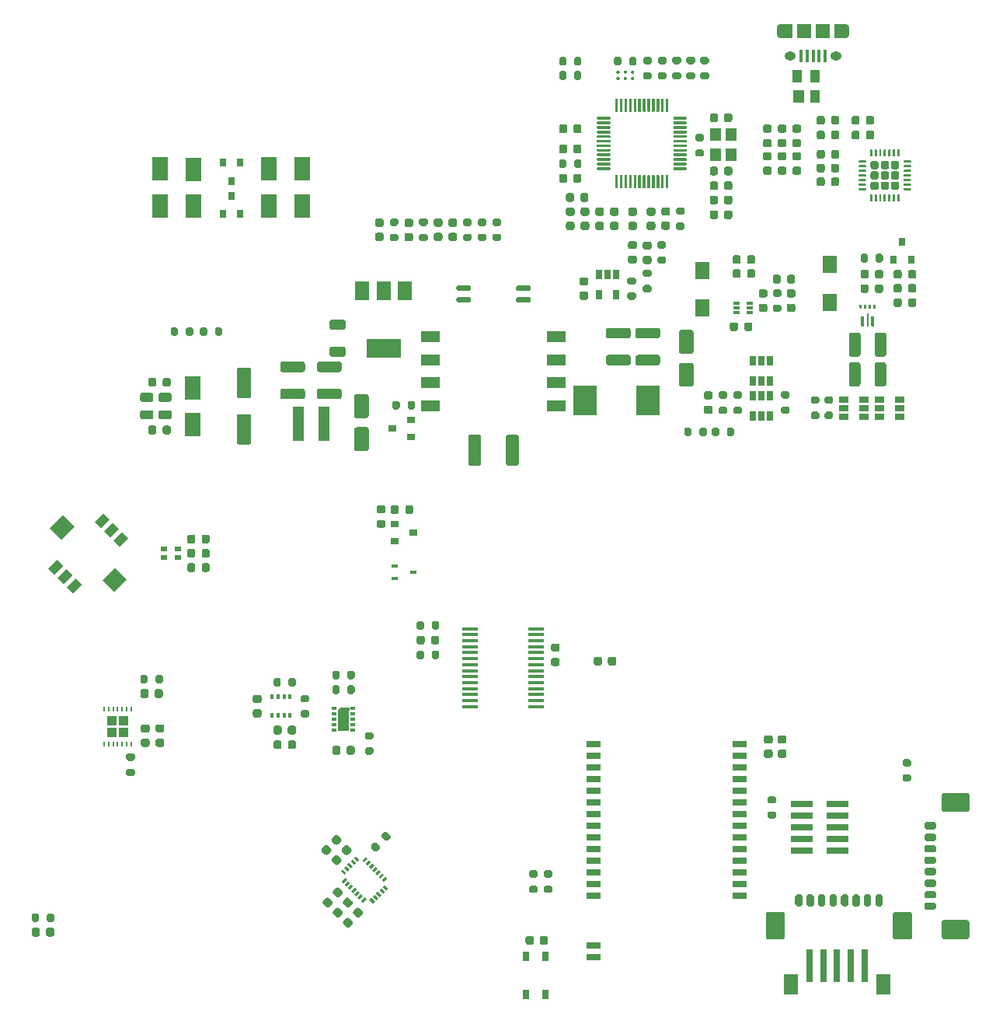
<source format=gbr>
G04 #@! TF.GenerationSoftware,KiCad,Pcbnew,5.1.7-a382d34a8~87~ubuntu18.04.1*
G04 #@! TF.CreationDate,2021-01-18T13:43:01-05:00*
G04 #@! TF.ProjectId,SD1,5344312e-6b69-4636-9164-5f7063625858,0*
G04 #@! TF.SameCoordinates,Original*
G04 #@! TF.FileFunction,Paste,Top*
G04 #@! TF.FilePolarity,Positive*
%FSLAX46Y46*%
G04 Gerber Fmt 4.6, Leading zero omitted, Abs format (unit mm)*
G04 Created by KiCad (PCBNEW 5.1.7-a382d34a8~87~ubuntu18.04.1) date 2021-01-18 13:43:01*
%MOMM*%
%LPD*%
G01*
G04 APERTURE LIST*
%ADD10R,2.400000X0.740000*%
%ADD11R,0.700000X0.400000*%
%ADD12R,1.600000X1.900000*%
%ADD13R,3.800000X2.000000*%
%ADD14R,1.500000X2.000000*%
%ADD15R,0.650000X1.050000*%
%ADD16R,1.200000X1.400000*%
%ADD17O,1.250000X0.950000*%
%ADD18R,1.200000X1.550000*%
%ADD19O,0.890000X1.550000*%
%ADD20R,1.500000X1.550000*%
%ADD21R,0.400000X1.350000*%
%ADD22R,1.500000X0.800000*%
%ADD23C,0.100000*%
%ADD24R,0.700000X0.450000*%
%ADD25R,0.900000X0.800000*%
%ADD26R,0.800000X0.550000*%
%ADD27R,1.000000X1.400000*%
%ADD28R,2.500000X3.300000*%
%ADD29R,1.800000X2.500000*%
%ADD30R,1.750000X0.450000*%
%ADD31R,0.250000X0.600000*%
%ADD32R,1.050000X1.050000*%
%ADD33R,1.000000X0.300000*%
%ADD34R,1.300000X2.200000*%
%ADD35R,0.600000X0.400000*%
%ADD36R,1.500000X2.300000*%
%ADD37R,0.700000X3.600000*%
%ADD38R,0.650000X1.060000*%
%ADD39R,1.060000X0.650000*%
%ADD40R,0.350000X0.500000*%
%ADD41R,0.800000X0.900000*%
%ADD42R,1.200000X3.700000*%
%ADD43R,2.030000X1.270000*%
G04 APERTURE END LIST*
D10*
G04 #@! TO.C,J404*
X204850000Y-97140000D03*
X200950000Y-97140000D03*
X204850000Y-95870000D03*
X200950000Y-95870000D03*
X204850000Y-94600000D03*
X200950000Y-94600000D03*
X204850000Y-93330000D03*
X200950000Y-93330000D03*
X204850000Y-92060000D03*
X200950000Y-92060000D03*
G04 #@! TD*
G04 #@! TO.C,R806*
G36*
G01*
X198650000Y-34643750D02*
X198650000Y-35156250D01*
G75*
G02*
X198431250Y-35375000I-218750J0D01*
G01*
X197993750Y-35375000D01*
G75*
G02*
X197775000Y-35156250I0J218750D01*
G01*
X197775000Y-34643750D01*
G75*
G02*
X197993750Y-34425000I218750J0D01*
G01*
X198431250Y-34425000D01*
G75*
G02*
X198650000Y-34643750I0J-218750D01*
G01*
G37*
G36*
G01*
X200225000Y-34643750D02*
X200225000Y-35156250D01*
G75*
G02*
X200006250Y-35375000I-218750J0D01*
G01*
X199568750Y-35375000D01*
G75*
G02*
X199350000Y-35156250I0J218750D01*
G01*
X199350000Y-34643750D01*
G75*
G02*
X199568750Y-34425000I218750J0D01*
G01*
X200006250Y-34425000D01*
G75*
G02*
X200225000Y-34643750I0J-218750D01*
G01*
G37*
G04 #@! TD*
G04 #@! TO.C,C802*
G36*
G01*
X208929700Y-34605450D02*
X208929700Y-34092950D01*
G75*
G02*
X209148450Y-33874200I218750J0D01*
G01*
X209585950Y-33874200D01*
G75*
G02*
X209804700Y-34092950I0J-218750D01*
G01*
X209804700Y-34605450D01*
G75*
G02*
X209585950Y-34824200I-218750J0D01*
G01*
X209148450Y-34824200D01*
G75*
G02*
X208929700Y-34605450I0J218750D01*
G01*
G37*
G36*
G01*
X207354700Y-34605450D02*
X207354700Y-34092950D01*
G75*
G02*
X207573450Y-33874200I218750J0D01*
G01*
X208010950Y-33874200D01*
G75*
G02*
X208229700Y-34092950I0J-218750D01*
G01*
X208229700Y-34605450D01*
G75*
G02*
X208010950Y-34824200I-218750J0D01*
G01*
X207573450Y-34824200D01*
G75*
G02*
X207354700Y-34605450I0J218750D01*
G01*
G37*
G04 #@! TD*
G04 #@! TO.C,R809*
G36*
G01*
X196473450Y-36010700D02*
X196985950Y-36010700D01*
G75*
G02*
X197204700Y-36229450I0J-218750D01*
G01*
X197204700Y-36666950D01*
G75*
G02*
X196985950Y-36885700I-218750J0D01*
G01*
X196473450Y-36885700D01*
G75*
G02*
X196254700Y-36666950I0J218750D01*
G01*
X196254700Y-36229450D01*
G75*
G02*
X196473450Y-36010700I218750J0D01*
G01*
G37*
G36*
G01*
X196473450Y-37585700D02*
X196985950Y-37585700D01*
G75*
G02*
X197204700Y-37804450I0J-218750D01*
G01*
X197204700Y-38241950D01*
G75*
G02*
X196985950Y-38460700I-218750J0D01*
G01*
X196473450Y-38460700D01*
G75*
G02*
X196254700Y-38241950I0J218750D01*
G01*
X196254700Y-37804450D01*
G75*
G02*
X196473450Y-37585700I218750J0D01*
G01*
G37*
G04 #@! TD*
G04 #@! TO.C,U801*
G36*
G01*
X208435000Y-38120400D02*
X208310000Y-38120400D01*
G75*
G02*
X208247500Y-38057900I0J62500D01*
G01*
X208247500Y-37732900D01*
G75*
G02*
X208310000Y-37670400I62500J0D01*
G01*
X208435000Y-37670400D01*
G75*
G02*
X208497500Y-37732900I0J-62500D01*
G01*
X208497500Y-38057900D01*
G75*
G02*
X208435000Y-38120400I-62500J0D01*
G01*
G37*
G36*
G01*
X208935000Y-38120400D02*
X208810000Y-38120400D01*
G75*
G02*
X208747500Y-38057900I0J62500D01*
G01*
X208747500Y-37732900D01*
G75*
G02*
X208810000Y-37670400I62500J0D01*
G01*
X208935000Y-37670400D01*
G75*
G02*
X208997500Y-37732900I0J-62500D01*
G01*
X208997500Y-38057900D01*
G75*
G02*
X208935000Y-38120400I-62500J0D01*
G01*
G37*
G36*
G01*
X207935000Y-38120400D02*
X207810000Y-38120400D01*
G75*
G02*
X207747500Y-38057900I0J62500D01*
G01*
X207747500Y-37732900D01*
G75*
G02*
X207810000Y-37670400I62500J0D01*
G01*
X207935000Y-37670400D01*
G75*
G02*
X207997500Y-37732900I0J-62500D01*
G01*
X207997500Y-38057900D01*
G75*
G02*
X207935000Y-38120400I-62500J0D01*
G01*
G37*
G36*
G01*
X207435000Y-38120400D02*
X207310000Y-38120400D01*
G75*
G02*
X207247500Y-38057900I0J62500D01*
G01*
X207247500Y-37732900D01*
G75*
G02*
X207310000Y-37670400I62500J0D01*
G01*
X207435000Y-37670400D01*
G75*
G02*
X207497500Y-37732900I0J-62500D01*
G01*
X207497500Y-38057900D01*
G75*
G02*
X207435000Y-38120400I-62500J0D01*
G01*
G37*
G36*
G01*
X208171670Y-40058365D02*
X208073330Y-40058365D01*
G75*
G02*
X208024160Y-40009195I0J49170D01*
G01*
X208024160Y-38681605D01*
G75*
G02*
X208073330Y-38632435I49170J0D01*
G01*
X208171670Y-38632435D01*
G75*
G02*
X208220840Y-38681605I0J-49170D01*
G01*
X208220840Y-40009195D01*
G75*
G02*
X208171670Y-40058365I-49170J0D01*
G01*
G37*
G36*
G01*
X208758548Y-40060855D02*
X208586452Y-40060855D01*
G75*
G02*
X208500405Y-39974808I0J86047D01*
G01*
X208500405Y-39015992D01*
G75*
G02*
X208586452Y-38929945I86047J0D01*
G01*
X208758548Y-38929945D01*
G75*
G02*
X208844595Y-39015992I0J-86047D01*
G01*
X208844595Y-39974808D01*
G75*
G02*
X208758548Y-40060855I-86047J0D01*
G01*
G37*
G36*
G01*
X207658548Y-40060855D02*
X207486452Y-40060855D01*
G75*
G02*
X207400405Y-39974808I0J86047D01*
G01*
X207400405Y-39015992D01*
G75*
G02*
X207486452Y-38929945I86047J0D01*
G01*
X207658548Y-38929945D01*
G75*
G02*
X207744595Y-39015992I0J-86047D01*
G01*
X207744595Y-39974808D01*
G75*
G02*
X207658548Y-40060855I-86047J0D01*
G01*
G37*
G04 #@! TD*
G04 #@! TO.C,R802*
G36*
G01*
X210961600Y-36154850D02*
X210961600Y-35642350D01*
G75*
G02*
X211180350Y-35423600I218750J0D01*
G01*
X211617850Y-35423600D01*
G75*
G02*
X211836600Y-35642350I0J-218750D01*
G01*
X211836600Y-36154850D01*
G75*
G02*
X211617850Y-36373600I-218750J0D01*
G01*
X211180350Y-36373600D01*
G75*
G02*
X210961600Y-36154850I0J218750D01*
G01*
G37*
G36*
G01*
X212536600Y-36154850D02*
X212536600Y-35642350D01*
G75*
G02*
X212755350Y-35423600I218750J0D01*
G01*
X213192850Y-35423600D01*
G75*
G02*
X213411600Y-35642350I0J-218750D01*
G01*
X213411600Y-36154850D01*
G75*
G02*
X213192850Y-36373600I-218750J0D01*
G01*
X212755350Y-36373600D01*
G75*
G02*
X212536600Y-36154850I0J218750D01*
G01*
G37*
G04 #@! TD*
G04 #@! TO.C,C801*
G36*
G01*
X207354700Y-36180250D02*
X207354700Y-35667750D01*
G75*
G02*
X207573450Y-35449000I218750J0D01*
G01*
X208010950Y-35449000D01*
G75*
G02*
X208229700Y-35667750I0J-218750D01*
G01*
X208229700Y-36180250D01*
G75*
G02*
X208010950Y-36399000I-218750J0D01*
G01*
X207573450Y-36399000D01*
G75*
G02*
X207354700Y-36180250I0J218750D01*
G01*
G37*
G36*
G01*
X208929700Y-36180250D02*
X208929700Y-35667750D01*
G75*
G02*
X209148450Y-35449000I218750J0D01*
G01*
X209585950Y-35449000D01*
G75*
G02*
X209804700Y-35667750I0J-218750D01*
G01*
X209804700Y-36180250D01*
G75*
G02*
X209585950Y-36399000I-218750J0D01*
G01*
X209148450Y-36399000D01*
G75*
G02*
X208929700Y-36180250I0J218750D01*
G01*
G37*
G04 #@! TD*
D11*
G04 #@! TO.C,U802*
X195295300Y-38048500D03*
X195295300Y-38548500D03*
X193795300Y-38048500D03*
X195295300Y-37548500D03*
X193795300Y-38548500D03*
X193795300Y-37548500D03*
G04 #@! TD*
G04 #@! TO.C,R803*
G36*
G01*
X212536600Y-34630850D02*
X212536600Y-34118350D01*
G75*
G02*
X212755350Y-33899600I218750J0D01*
G01*
X213192850Y-33899600D01*
G75*
G02*
X213411600Y-34118350I0J-218750D01*
G01*
X213411600Y-34630850D01*
G75*
G02*
X213192850Y-34849600I-218750J0D01*
G01*
X212755350Y-34849600D01*
G75*
G02*
X212536600Y-34630850I0J218750D01*
G01*
G37*
G36*
G01*
X210961600Y-34630850D02*
X210961600Y-34118350D01*
G75*
G02*
X211180350Y-33899600I218750J0D01*
G01*
X211617850Y-33899600D01*
G75*
G02*
X211836600Y-34118350I0J-218750D01*
G01*
X211836600Y-34630850D01*
G75*
G02*
X211617850Y-34849600I-218750J0D01*
G01*
X211180350Y-34849600D01*
G75*
G02*
X210961600Y-34630850I0J218750D01*
G01*
G37*
G04 #@! TD*
G04 #@! TO.C,C807*
G36*
G01*
X199521450Y-36010700D02*
X200033950Y-36010700D01*
G75*
G02*
X200252700Y-36229450I0J-218750D01*
G01*
X200252700Y-36666950D01*
G75*
G02*
X200033950Y-36885700I-218750J0D01*
G01*
X199521450Y-36885700D01*
G75*
G02*
X199302700Y-36666950I0J218750D01*
G01*
X199302700Y-36229450D01*
G75*
G02*
X199521450Y-36010700I218750J0D01*
G01*
G37*
G36*
G01*
X199521450Y-37585700D02*
X200033950Y-37585700D01*
G75*
G02*
X200252700Y-37804450I0J-218750D01*
G01*
X200252700Y-38241950D01*
G75*
G02*
X200033950Y-38460700I-218750J0D01*
G01*
X199521450Y-38460700D01*
G75*
G02*
X199302700Y-38241950I0J218750D01*
G01*
X199302700Y-37804450D01*
G75*
G02*
X199521450Y-37585700I218750J0D01*
G01*
G37*
G04 #@! TD*
G04 #@! TO.C,C805*
G36*
G01*
X210147500Y-44196200D02*
X210147500Y-46346200D01*
G75*
G02*
X209897500Y-46596200I-250000J0D01*
G01*
X209147500Y-46596200D01*
G75*
G02*
X208897500Y-46346200I0J250000D01*
G01*
X208897500Y-44196200D01*
G75*
G02*
X209147500Y-43946200I250000J0D01*
G01*
X209897500Y-43946200D01*
G75*
G02*
X210147500Y-44196200I0J-250000D01*
G01*
G37*
G36*
G01*
X207347500Y-44196200D02*
X207347500Y-46346200D01*
G75*
G02*
X207097500Y-46596200I-250000J0D01*
G01*
X206347500Y-46596200D01*
G75*
G02*
X206097500Y-46346200I0J250000D01*
G01*
X206097500Y-44196200D01*
G75*
G02*
X206347500Y-43946200I250000J0D01*
G01*
X207097500Y-43946200D01*
G75*
G02*
X207347500Y-44196200I0J-250000D01*
G01*
G37*
G04 #@! TD*
D12*
G04 #@! TO.C,L801*
X203956900Y-37415200D03*
X203956900Y-33315200D03*
G04 #@! TD*
G04 #@! TO.C,C810*
G36*
G01*
X193421900Y-33021550D02*
X193421900Y-32509050D01*
G75*
G02*
X193640650Y-32290300I218750J0D01*
G01*
X194078150Y-32290300D01*
G75*
G02*
X194296900Y-32509050I0J-218750D01*
G01*
X194296900Y-33021550D01*
G75*
G02*
X194078150Y-33240300I-218750J0D01*
G01*
X193640650Y-33240300D01*
G75*
G02*
X193421900Y-33021550I0J218750D01*
G01*
G37*
G36*
G01*
X194996900Y-33021550D02*
X194996900Y-32509050D01*
G75*
G02*
X195215650Y-32290300I218750J0D01*
G01*
X195653150Y-32290300D01*
G75*
G02*
X195871900Y-32509050I0J-218750D01*
G01*
X195871900Y-33021550D01*
G75*
G02*
X195653150Y-33240300I-218750J0D01*
G01*
X195215650Y-33240300D01*
G75*
G02*
X194996900Y-33021550I0J218750D01*
G01*
G37*
G04 #@! TD*
G04 #@! TO.C,C804*
G36*
G01*
X207347500Y-40945000D02*
X207347500Y-43095000D01*
G75*
G02*
X207097500Y-43345000I-250000J0D01*
G01*
X206347500Y-43345000D01*
G75*
G02*
X206097500Y-43095000I0J250000D01*
G01*
X206097500Y-40945000D01*
G75*
G02*
X206347500Y-40695000I250000J0D01*
G01*
X207097500Y-40695000D01*
G75*
G02*
X207347500Y-40945000I0J-250000D01*
G01*
G37*
G36*
G01*
X210147500Y-40945000D02*
X210147500Y-43095000D01*
G75*
G02*
X209897500Y-43345000I-250000J0D01*
G01*
X209147500Y-43345000D01*
G75*
G02*
X208897500Y-43095000I0J250000D01*
G01*
X208897500Y-40945000D01*
G75*
G02*
X209147500Y-40695000I250000J0D01*
G01*
X209897500Y-40695000D01*
G75*
G02*
X210147500Y-40945000I0J-250000D01*
G01*
G37*
G04 #@! TD*
G04 #@! TO.C,C809*
G36*
G01*
X194996900Y-34545550D02*
X194996900Y-34033050D01*
G75*
G02*
X195215650Y-33814300I218750J0D01*
G01*
X195653150Y-33814300D01*
G75*
G02*
X195871900Y-34033050I0J-218750D01*
G01*
X195871900Y-34545550D01*
G75*
G02*
X195653150Y-34764300I-218750J0D01*
G01*
X195215650Y-34764300D01*
G75*
G02*
X194996900Y-34545550I0J218750D01*
G01*
G37*
G36*
G01*
X193421900Y-34545550D02*
X193421900Y-34033050D01*
G75*
G02*
X193640650Y-33814300I218750J0D01*
G01*
X194078150Y-33814300D01*
G75*
G02*
X194296900Y-34033050I0J-218750D01*
G01*
X194296900Y-34545550D01*
G75*
G02*
X194078150Y-34764300I-218750J0D01*
G01*
X193640650Y-34764300D01*
G75*
G02*
X193421900Y-34545550I0J218750D01*
G01*
G37*
G04 #@! TD*
G04 #@! TO.C,C806*
G36*
G01*
X193117100Y-40336750D02*
X193117100Y-39824250D01*
G75*
G02*
X193335850Y-39605500I218750J0D01*
G01*
X193773350Y-39605500D01*
G75*
G02*
X193992100Y-39824250I0J-218750D01*
G01*
X193992100Y-40336750D01*
G75*
G02*
X193773350Y-40555500I-218750J0D01*
G01*
X193335850Y-40555500D01*
G75*
G02*
X193117100Y-40336750I0J218750D01*
G01*
G37*
G36*
G01*
X194692100Y-40336750D02*
X194692100Y-39824250D01*
G75*
G02*
X194910850Y-39605500I218750J0D01*
G01*
X195348350Y-39605500D01*
G75*
G02*
X195567100Y-39824250I0J-218750D01*
G01*
X195567100Y-40336750D01*
G75*
G02*
X195348350Y-40555500I-218750J0D01*
G01*
X194910850Y-40555500D01*
G75*
G02*
X194692100Y-40336750I0J218750D01*
G01*
G37*
G04 #@! TD*
G04 #@! TO.C,C803*
G36*
G01*
X213411600Y-37191750D02*
X213411600Y-37704250D01*
G75*
G02*
X213192850Y-37923000I-218750J0D01*
G01*
X212755350Y-37923000D01*
G75*
G02*
X212536600Y-37704250I0J218750D01*
G01*
X212536600Y-37191750D01*
G75*
G02*
X212755350Y-36973000I218750J0D01*
G01*
X213192850Y-36973000D01*
G75*
G02*
X213411600Y-37191750I0J-218750D01*
G01*
G37*
G36*
G01*
X211836600Y-37191750D02*
X211836600Y-37704250D01*
G75*
G02*
X211617850Y-37923000I-218750J0D01*
G01*
X211180350Y-37923000D01*
G75*
G02*
X210961600Y-37704250I0J218750D01*
G01*
X210961600Y-37191750D01*
G75*
G02*
X211180350Y-36973000I218750J0D01*
G01*
X211617850Y-36973000D01*
G75*
G02*
X211836600Y-37191750I0J-218750D01*
G01*
G37*
G04 #@! TD*
G04 #@! TO.C,C706*
G36*
G01*
X150519314Y-103390831D02*
X150872868Y-103744385D01*
G75*
G02*
X150872868Y-104062583I-159099J-159099D01*
G01*
X150554670Y-104380781D01*
G75*
G02*
X150236472Y-104380781I-159099J159099D01*
G01*
X149882918Y-104027227D01*
G75*
G02*
X149882918Y-103709029I159099J159099D01*
G01*
X150201116Y-103390831D01*
G75*
G02*
X150519314Y-103390831I159099J-159099D01*
G01*
G37*
G36*
G01*
X151615330Y-102294815D02*
X151968884Y-102648369D01*
G75*
G02*
X151968884Y-102966567I-159099J-159099D01*
G01*
X151650686Y-103284765D01*
G75*
G02*
X151332488Y-103284765I-159099J159099D01*
G01*
X150978934Y-102931211D01*
G75*
G02*
X150978934Y-102613013I159099J159099D01*
G01*
X151297132Y-102294815D01*
G75*
G02*
X151615330Y-102294815I159099J-159099D01*
G01*
G37*
G04 #@! TD*
G04 #@! TO.C,C705*
G36*
G01*
X152728882Y-103408367D02*
X153082436Y-103761921D01*
G75*
G02*
X153082436Y-104080119I-159099J-159099D01*
G01*
X152764238Y-104398317D01*
G75*
G02*
X152446040Y-104398317I-159099J159099D01*
G01*
X152092486Y-104044763D01*
G75*
G02*
X152092486Y-103726565I159099J159099D01*
G01*
X152410684Y-103408367D01*
G75*
G02*
X152728882Y-103408367I159099J-159099D01*
G01*
G37*
G36*
G01*
X151632866Y-104504383D02*
X151986420Y-104857937D01*
G75*
G02*
X151986420Y-105176135I-159099J-159099D01*
G01*
X151668222Y-105494333D01*
G75*
G02*
X151350024Y-105494333I-159099J159099D01*
G01*
X150996470Y-105140779D01*
G75*
G02*
X150996470Y-104822581I159099J159099D01*
G01*
X151314668Y-104504383D01*
G75*
G02*
X151632866Y-104504383I159099J-159099D01*
G01*
G37*
G04 #@! TD*
D13*
G04 #@! TO.C,Q303*
X155360000Y-42470000D03*
D14*
X155360000Y-36170000D03*
X153060000Y-36170000D03*
X157660000Y-36170000D03*
G04 #@! TD*
D15*
G04 #@! TO.C,SW401*
X170894600Y-112823000D03*
X170894600Y-108673000D03*
X173044600Y-112823000D03*
X173044600Y-108673000D03*
G04 #@! TD*
G04 #@! TO.C,R212*
G36*
G01*
X187045000Y-10695000D02*
X187595000Y-10695000D01*
G75*
G02*
X187795000Y-10895000I0J-200000D01*
G01*
X187795000Y-11295000D01*
G75*
G02*
X187595000Y-11495000I-200000J0D01*
G01*
X187045000Y-11495000D01*
G75*
G02*
X186845000Y-11295000I0J200000D01*
G01*
X186845000Y-10895000D01*
G75*
G02*
X187045000Y-10695000I200000J0D01*
G01*
G37*
G36*
G01*
X187045000Y-12345000D02*
X187595000Y-12345000D01*
G75*
G02*
X187795000Y-12545000I0J-200000D01*
G01*
X187795000Y-12945000D01*
G75*
G02*
X187595000Y-13145000I-200000J0D01*
G01*
X187045000Y-13145000D01*
G75*
G02*
X186845000Y-12945000I0J200000D01*
G01*
X186845000Y-12545000D01*
G75*
G02*
X187045000Y-12345000I200000J0D01*
G01*
G37*
G04 #@! TD*
G04 #@! TO.C,R204*
G36*
G01*
X176945000Y-12445000D02*
X176945000Y-12995000D01*
G75*
G02*
X176745000Y-13195000I-200000J0D01*
G01*
X176345000Y-13195000D01*
G75*
G02*
X176145000Y-12995000I0J200000D01*
G01*
X176145000Y-12445000D01*
G75*
G02*
X176345000Y-12245000I200000J0D01*
G01*
X176745000Y-12245000D01*
G75*
G02*
X176945000Y-12445000I0J-200000D01*
G01*
G37*
G36*
G01*
X175295000Y-12445000D02*
X175295000Y-12995000D01*
G75*
G02*
X175095000Y-13195000I-200000J0D01*
G01*
X174695000Y-13195000D01*
G75*
G02*
X174495000Y-12995000I0J200000D01*
G01*
X174495000Y-12445000D01*
G75*
G02*
X174695000Y-12245000I200000J0D01*
G01*
X175095000Y-12245000D01*
G75*
G02*
X175295000Y-12445000I0J-200000D01*
G01*
G37*
G04 #@! TD*
G04 #@! TO.C,C217*
G36*
G01*
X190925000Y-17570000D02*
X190925000Y-17070000D01*
G75*
G02*
X191150000Y-16845000I225000J0D01*
G01*
X191600000Y-16845000D01*
G75*
G02*
X191825000Y-17070000I0J-225000D01*
G01*
X191825000Y-17570000D01*
G75*
G02*
X191600000Y-17795000I-225000J0D01*
G01*
X191150000Y-17795000D01*
G75*
G02*
X190925000Y-17570000I0J225000D01*
G01*
G37*
G36*
G01*
X192475000Y-17570000D02*
X192475000Y-17070000D01*
G75*
G02*
X192700000Y-16845000I225000J0D01*
G01*
X193150000Y-16845000D01*
G75*
G02*
X193375000Y-17070000I0J-225000D01*
G01*
X193375000Y-17570000D01*
G75*
G02*
X193150000Y-17795000I-225000J0D01*
G01*
X192700000Y-17795000D01*
G75*
G02*
X192475000Y-17570000I0J225000D01*
G01*
G37*
G04 #@! TD*
G04 #@! TO.C,FB201*
G36*
G01*
X175245000Y-26256250D02*
X175245000Y-25743750D01*
G75*
G02*
X175463750Y-25525000I218750J0D01*
G01*
X175901250Y-25525000D01*
G75*
G02*
X176120000Y-25743750I0J-218750D01*
G01*
X176120000Y-26256250D01*
G75*
G02*
X175901250Y-26475000I-218750J0D01*
G01*
X175463750Y-26475000D01*
G75*
G02*
X175245000Y-26256250I0J218750D01*
G01*
G37*
G36*
G01*
X176820000Y-26256250D02*
X176820000Y-25743750D01*
G75*
G02*
X177038750Y-25525000I218750J0D01*
G01*
X177476250Y-25525000D01*
G75*
G02*
X177695000Y-25743750I0J-218750D01*
G01*
X177695000Y-26256250D01*
G75*
G02*
X177476250Y-26475000I-218750J0D01*
G01*
X177038750Y-26475000D01*
G75*
G02*
X176820000Y-26256250I0J218750D01*
G01*
G37*
G04 #@! TD*
G04 #@! TO.C,R209*
G36*
G01*
X189545000Y-19095000D02*
X190095000Y-19095000D01*
G75*
G02*
X190295000Y-19295000I0J-200000D01*
G01*
X190295000Y-19695000D01*
G75*
G02*
X190095000Y-19895000I-200000J0D01*
G01*
X189545000Y-19895000D01*
G75*
G02*
X189345000Y-19695000I0J200000D01*
G01*
X189345000Y-19295000D01*
G75*
G02*
X189545000Y-19095000I200000J0D01*
G01*
G37*
G36*
G01*
X189545000Y-20745000D02*
X190095000Y-20745000D01*
G75*
G02*
X190295000Y-20945000I0J-200000D01*
G01*
X190295000Y-21345000D01*
G75*
G02*
X190095000Y-21545000I-200000J0D01*
G01*
X189545000Y-21545000D01*
G75*
G02*
X189345000Y-21345000I0J200000D01*
G01*
X189345000Y-20945000D01*
G75*
G02*
X189545000Y-20745000I200000J0D01*
G01*
G37*
G04 #@! TD*
G04 #@! TO.C,C201*
G36*
G01*
X190925000Y-26530000D02*
X190925000Y-26030000D01*
G75*
G02*
X191150000Y-25805000I225000J0D01*
G01*
X191600000Y-25805000D01*
G75*
G02*
X191825000Y-26030000I0J-225000D01*
G01*
X191825000Y-26530000D01*
G75*
G02*
X191600000Y-26755000I-225000J0D01*
G01*
X191150000Y-26755000D01*
G75*
G02*
X190925000Y-26530000I0J225000D01*
G01*
G37*
G36*
G01*
X192475000Y-26530000D02*
X192475000Y-26030000D01*
G75*
G02*
X192700000Y-25805000I225000J0D01*
G01*
X193150000Y-25805000D01*
G75*
G02*
X193375000Y-26030000I0J-225000D01*
G01*
X193375000Y-26530000D01*
G75*
G02*
X193150000Y-26755000I-225000J0D01*
G01*
X192700000Y-26755000D01*
G75*
G02*
X192475000Y-26530000I0J225000D01*
G01*
G37*
G04 #@! TD*
G04 #@! TO.C,R210*
G36*
G01*
X190085000Y-10695000D02*
X190635000Y-10695000D01*
G75*
G02*
X190835000Y-10895000I0J-200000D01*
G01*
X190835000Y-11295000D01*
G75*
G02*
X190635000Y-11495000I-200000J0D01*
G01*
X190085000Y-11495000D01*
G75*
G02*
X189885000Y-11295000I0J200000D01*
G01*
X189885000Y-10895000D01*
G75*
G02*
X190085000Y-10695000I200000J0D01*
G01*
G37*
G36*
G01*
X190085000Y-12345000D02*
X190635000Y-12345000D01*
G75*
G02*
X190835000Y-12545000I0J-200000D01*
G01*
X190835000Y-12945000D01*
G75*
G02*
X190635000Y-13145000I-200000J0D01*
G01*
X190085000Y-13145000D01*
G75*
G02*
X189885000Y-12945000I0J200000D01*
G01*
X189885000Y-12545000D01*
G75*
G02*
X190085000Y-12345000I200000J0D01*
G01*
G37*
G04 #@! TD*
G04 #@! TO.C,R215*
G36*
G01*
X187995000Y-29545000D02*
X187445000Y-29545000D01*
G75*
G02*
X187245000Y-29345000I0J200000D01*
G01*
X187245000Y-28945000D01*
G75*
G02*
X187445000Y-28745000I200000J0D01*
G01*
X187995000Y-28745000D01*
G75*
G02*
X188195000Y-28945000I0J-200000D01*
G01*
X188195000Y-29345000D01*
G75*
G02*
X187995000Y-29545000I-200000J0D01*
G01*
G37*
G36*
G01*
X187995000Y-27895000D02*
X187445000Y-27895000D01*
G75*
G02*
X187245000Y-27695000I0J200000D01*
G01*
X187245000Y-27295000D01*
G75*
G02*
X187445000Y-27095000I200000J0D01*
G01*
X187995000Y-27095000D01*
G75*
G02*
X188195000Y-27295000I0J-200000D01*
G01*
X188195000Y-27695000D01*
G75*
G02*
X187995000Y-27895000I-200000J0D01*
G01*
G37*
G04 #@! TD*
G04 #@! TO.C,JP203*
G36*
G01*
X182419500Y-12196000D02*
X182620500Y-12196000D01*
G75*
G02*
X182700000Y-12275500I0J-79500D01*
G01*
X182700000Y-12434500D01*
G75*
G02*
X182620500Y-12514000I-79500J0D01*
G01*
X182419500Y-12514000D01*
G75*
G02*
X182340000Y-12434500I0J79500D01*
G01*
X182340000Y-12275500D01*
G75*
G02*
X182419500Y-12196000I79500J0D01*
G01*
G37*
G36*
G01*
X182419500Y-12886000D02*
X182620500Y-12886000D01*
G75*
G02*
X182700000Y-12965500I0J-79500D01*
G01*
X182700000Y-13124500D01*
G75*
G02*
X182620500Y-13204000I-79500J0D01*
G01*
X182419500Y-13204000D01*
G75*
G02*
X182340000Y-13124500I0J79500D01*
G01*
X182340000Y-12965500D01*
G75*
G02*
X182419500Y-12886000I79500J0D01*
G01*
G37*
G04 #@! TD*
G04 #@! TO.C,C205*
G36*
G01*
X176945000Y-18270000D02*
X176945000Y-18770000D01*
G75*
G02*
X176720000Y-18995000I-225000J0D01*
G01*
X176270000Y-18995000D01*
G75*
G02*
X176045000Y-18770000I0J225000D01*
G01*
X176045000Y-18270000D01*
G75*
G02*
X176270000Y-18045000I225000J0D01*
G01*
X176720000Y-18045000D01*
G75*
G02*
X176945000Y-18270000I0J-225000D01*
G01*
G37*
G36*
G01*
X175395000Y-18270000D02*
X175395000Y-18770000D01*
G75*
G02*
X175170000Y-18995000I-225000J0D01*
G01*
X174720000Y-18995000D01*
G75*
G02*
X174495000Y-18770000I0J225000D01*
G01*
X174495000Y-18270000D01*
G75*
G02*
X174720000Y-18045000I225000J0D01*
G01*
X175170000Y-18045000D01*
G75*
G02*
X175395000Y-18270000I0J-225000D01*
G01*
G37*
G04 #@! TD*
G04 #@! TO.C,C207*
G36*
G01*
X184270000Y-27095000D02*
X184770000Y-27095000D01*
G75*
G02*
X184995000Y-27320000I0J-225000D01*
G01*
X184995000Y-27770000D01*
G75*
G02*
X184770000Y-27995000I-225000J0D01*
G01*
X184270000Y-27995000D01*
G75*
G02*
X184045000Y-27770000I0J225000D01*
G01*
X184045000Y-27320000D01*
G75*
G02*
X184270000Y-27095000I225000J0D01*
G01*
G37*
G36*
G01*
X184270000Y-28645000D02*
X184770000Y-28645000D01*
G75*
G02*
X184995000Y-28870000I0J-225000D01*
G01*
X184995000Y-29320000D01*
G75*
G02*
X184770000Y-29545000I-225000J0D01*
G01*
X184270000Y-29545000D01*
G75*
G02*
X184045000Y-29320000I0J225000D01*
G01*
X184045000Y-28870000D01*
G75*
G02*
X184270000Y-28645000I225000J0D01*
G01*
G37*
G04 #@! TD*
G04 #@! TO.C,C209*
G36*
G01*
X178670000Y-27095000D02*
X179170000Y-27095000D01*
G75*
G02*
X179395000Y-27320000I0J-225000D01*
G01*
X179395000Y-27770000D01*
G75*
G02*
X179170000Y-27995000I-225000J0D01*
G01*
X178670000Y-27995000D01*
G75*
G02*
X178445000Y-27770000I0J225000D01*
G01*
X178445000Y-27320000D01*
G75*
G02*
X178670000Y-27095000I225000J0D01*
G01*
G37*
G36*
G01*
X178670000Y-28645000D02*
X179170000Y-28645000D01*
G75*
G02*
X179395000Y-28870000I0J-225000D01*
G01*
X179395000Y-29320000D01*
G75*
G02*
X179170000Y-29545000I-225000J0D01*
G01*
X178670000Y-29545000D01*
G75*
G02*
X178445000Y-29320000I0J225000D01*
G01*
X178445000Y-28870000D01*
G75*
G02*
X178670000Y-28645000I225000J0D01*
G01*
G37*
G04 #@! TD*
G04 #@! TO.C,R205*
G36*
G01*
X176945000Y-10895000D02*
X176945000Y-11445000D01*
G75*
G02*
X176745000Y-11645000I-200000J0D01*
G01*
X176345000Y-11645000D01*
G75*
G02*
X176145000Y-11445000I0J200000D01*
G01*
X176145000Y-10895000D01*
G75*
G02*
X176345000Y-10695000I200000J0D01*
G01*
X176745000Y-10695000D01*
G75*
G02*
X176945000Y-10895000I0J-200000D01*
G01*
G37*
G36*
G01*
X175295000Y-10895000D02*
X175295000Y-11445000D01*
G75*
G02*
X175095000Y-11645000I-200000J0D01*
G01*
X174695000Y-11645000D01*
G75*
G02*
X174495000Y-11445000I0J200000D01*
G01*
X174495000Y-10895000D01*
G75*
G02*
X174695000Y-10695000I200000J0D01*
G01*
X175095000Y-10695000D01*
G75*
G02*
X175295000Y-10895000I0J-200000D01*
G01*
G37*
G04 #@! TD*
D16*
G04 #@! TO.C,Y201*
X191520000Y-19120000D03*
X191520000Y-21320000D03*
X193220000Y-21320000D03*
X193220000Y-19120000D03*
G04 #@! TD*
G04 #@! TO.C,U201*
G36*
G01*
X178620000Y-17445000D02*
X178620000Y-17295000D01*
G75*
G02*
X178695000Y-17220000I75000J0D01*
G01*
X180020000Y-17220000D01*
G75*
G02*
X180095000Y-17295000I0J-75000D01*
G01*
X180095000Y-17445000D01*
G75*
G02*
X180020000Y-17520000I-75000J0D01*
G01*
X178695000Y-17520000D01*
G75*
G02*
X178620000Y-17445000I0J75000D01*
G01*
G37*
G36*
G01*
X178620000Y-17945000D02*
X178620000Y-17795000D01*
G75*
G02*
X178695000Y-17720000I75000J0D01*
G01*
X180020000Y-17720000D01*
G75*
G02*
X180095000Y-17795000I0J-75000D01*
G01*
X180095000Y-17945000D01*
G75*
G02*
X180020000Y-18020000I-75000J0D01*
G01*
X178695000Y-18020000D01*
G75*
G02*
X178620000Y-17945000I0J75000D01*
G01*
G37*
G36*
G01*
X178620000Y-18445000D02*
X178620000Y-18295000D01*
G75*
G02*
X178695000Y-18220000I75000J0D01*
G01*
X180020000Y-18220000D01*
G75*
G02*
X180095000Y-18295000I0J-75000D01*
G01*
X180095000Y-18445000D01*
G75*
G02*
X180020000Y-18520000I-75000J0D01*
G01*
X178695000Y-18520000D01*
G75*
G02*
X178620000Y-18445000I0J75000D01*
G01*
G37*
G36*
G01*
X178620000Y-18945000D02*
X178620000Y-18795000D01*
G75*
G02*
X178695000Y-18720000I75000J0D01*
G01*
X180020000Y-18720000D01*
G75*
G02*
X180095000Y-18795000I0J-75000D01*
G01*
X180095000Y-18945000D01*
G75*
G02*
X180020000Y-19020000I-75000J0D01*
G01*
X178695000Y-19020000D01*
G75*
G02*
X178620000Y-18945000I0J75000D01*
G01*
G37*
G36*
G01*
X178620000Y-19445000D02*
X178620000Y-19295000D01*
G75*
G02*
X178695000Y-19220000I75000J0D01*
G01*
X180020000Y-19220000D01*
G75*
G02*
X180095000Y-19295000I0J-75000D01*
G01*
X180095000Y-19445000D01*
G75*
G02*
X180020000Y-19520000I-75000J0D01*
G01*
X178695000Y-19520000D01*
G75*
G02*
X178620000Y-19445000I0J75000D01*
G01*
G37*
G36*
G01*
X178620000Y-19945000D02*
X178620000Y-19795000D01*
G75*
G02*
X178695000Y-19720000I75000J0D01*
G01*
X180020000Y-19720000D01*
G75*
G02*
X180095000Y-19795000I0J-75000D01*
G01*
X180095000Y-19945000D01*
G75*
G02*
X180020000Y-20020000I-75000J0D01*
G01*
X178695000Y-20020000D01*
G75*
G02*
X178620000Y-19945000I0J75000D01*
G01*
G37*
G36*
G01*
X178620000Y-20445000D02*
X178620000Y-20295000D01*
G75*
G02*
X178695000Y-20220000I75000J0D01*
G01*
X180020000Y-20220000D01*
G75*
G02*
X180095000Y-20295000I0J-75000D01*
G01*
X180095000Y-20445000D01*
G75*
G02*
X180020000Y-20520000I-75000J0D01*
G01*
X178695000Y-20520000D01*
G75*
G02*
X178620000Y-20445000I0J75000D01*
G01*
G37*
G36*
G01*
X178620000Y-20945000D02*
X178620000Y-20795000D01*
G75*
G02*
X178695000Y-20720000I75000J0D01*
G01*
X180020000Y-20720000D01*
G75*
G02*
X180095000Y-20795000I0J-75000D01*
G01*
X180095000Y-20945000D01*
G75*
G02*
X180020000Y-21020000I-75000J0D01*
G01*
X178695000Y-21020000D01*
G75*
G02*
X178620000Y-20945000I0J75000D01*
G01*
G37*
G36*
G01*
X178620000Y-21445000D02*
X178620000Y-21295000D01*
G75*
G02*
X178695000Y-21220000I75000J0D01*
G01*
X180020000Y-21220000D01*
G75*
G02*
X180095000Y-21295000I0J-75000D01*
G01*
X180095000Y-21445000D01*
G75*
G02*
X180020000Y-21520000I-75000J0D01*
G01*
X178695000Y-21520000D01*
G75*
G02*
X178620000Y-21445000I0J75000D01*
G01*
G37*
G36*
G01*
X178620000Y-21945000D02*
X178620000Y-21795000D01*
G75*
G02*
X178695000Y-21720000I75000J0D01*
G01*
X180020000Y-21720000D01*
G75*
G02*
X180095000Y-21795000I0J-75000D01*
G01*
X180095000Y-21945000D01*
G75*
G02*
X180020000Y-22020000I-75000J0D01*
G01*
X178695000Y-22020000D01*
G75*
G02*
X178620000Y-21945000I0J75000D01*
G01*
G37*
G36*
G01*
X178620000Y-22445000D02*
X178620000Y-22295000D01*
G75*
G02*
X178695000Y-22220000I75000J0D01*
G01*
X180020000Y-22220000D01*
G75*
G02*
X180095000Y-22295000I0J-75000D01*
G01*
X180095000Y-22445000D01*
G75*
G02*
X180020000Y-22520000I-75000J0D01*
G01*
X178695000Y-22520000D01*
G75*
G02*
X178620000Y-22445000I0J75000D01*
G01*
G37*
G36*
G01*
X178620000Y-22945000D02*
X178620000Y-22795000D01*
G75*
G02*
X178695000Y-22720000I75000J0D01*
G01*
X180020000Y-22720000D01*
G75*
G02*
X180095000Y-22795000I0J-75000D01*
G01*
X180095000Y-22945000D01*
G75*
G02*
X180020000Y-23020000I-75000J0D01*
G01*
X178695000Y-23020000D01*
G75*
G02*
X178620000Y-22945000I0J75000D01*
G01*
G37*
G36*
G01*
X180620000Y-24945000D02*
X180620000Y-23620000D01*
G75*
G02*
X180695000Y-23545000I75000J0D01*
G01*
X180845000Y-23545000D01*
G75*
G02*
X180920000Y-23620000I0J-75000D01*
G01*
X180920000Y-24945000D01*
G75*
G02*
X180845000Y-25020000I-75000J0D01*
G01*
X180695000Y-25020000D01*
G75*
G02*
X180620000Y-24945000I0J75000D01*
G01*
G37*
G36*
G01*
X181120000Y-24945000D02*
X181120000Y-23620000D01*
G75*
G02*
X181195000Y-23545000I75000J0D01*
G01*
X181345000Y-23545000D01*
G75*
G02*
X181420000Y-23620000I0J-75000D01*
G01*
X181420000Y-24945000D01*
G75*
G02*
X181345000Y-25020000I-75000J0D01*
G01*
X181195000Y-25020000D01*
G75*
G02*
X181120000Y-24945000I0J75000D01*
G01*
G37*
G36*
G01*
X181620000Y-24945000D02*
X181620000Y-23620000D01*
G75*
G02*
X181695000Y-23545000I75000J0D01*
G01*
X181845000Y-23545000D01*
G75*
G02*
X181920000Y-23620000I0J-75000D01*
G01*
X181920000Y-24945000D01*
G75*
G02*
X181845000Y-25020000I-75000J0D01*
G01*
X181695000Y-25020000D01*
G75*
G02*
X181620000Y-24945000I0J75000D01*
G01*
G37*
G36*
G01*
X182120000Y-24945000D02*
X182120000Y-23620000D01*
G75*
G02*
X182195000Y-23545000I75000J0D01*
G01*
X182345000Y-23545000D01*
G75*
G02*
X182420000Y-23620000I0J-75000D01*
G01*
X182420000Y-24945000D01*
G75*
G02*
X182345000Y-25020000I-75000J0D01*
G01*
X182195000Y-25020000D01*
G75*
G02*
X182120000Y-24945000I0J75000D01*
G01*
G37*
G36*
G01*
X182620000Y-24945000D02*
X182620000Y-23620000D01*
G75*
G02*
X182695000Y-23545000I75000J0D01*
G01*
X182845000Y-23545000D01*
G75*
G02*
X182920000Y-23620000I0J-75000D01*
G01*
X182920000Y-24945000D01*
G75*
G02*
X182845000Y-25020000I-75000J0D01*
G01*
X182695000Y-25020000D01*
G75*
G02*
X182620000Y-24945000I0J75000D01*
G01*
G37*
G36*
G01*
X183120000Y-24945000D02*
X183120000Y-23620000D01*
G75*
G02*
X183195000Y-23545000I75000J0D01*
G01*
X183345000Y-23545000D01*
G75*
G02*
X183420000Y-23620000I0J-75000D01*
G01*
X183420000Y-24945000D01*
G75*
G02*
X183345000Y-25020000I-75000J0D01*
G01*
X183195000Y-25020000D01*
G75*
G02*
X183120000Y-24945000I0J75000D01*
G01*
G37*
G36*
G01*
X183620000Y-24945000D02*
X183620000Y-23620000D01*
G75*
G02*
X183695000Y-23545000I75000J0D01*
G01*
X183845000Y-23545000D01*
G75*
G02*
X183920000Y-23620000I0J-75000D01*
G01*
X183920000Y-24945000D01*
G75*
G02*
X183845000Y-25020000I-75000J0D01*
G01*
X183695000Y-25020000D01*
G75*
G02*
X183620000Y-24945000I0J75000D01*
G01*
G37*
G36*
G01*
X184120000Y-24945000D02*
X184120000Y-23620000D01*
G75*
G02*
X184195000Y-23545000I75000J0D01*
G01*
X184345000Y-23545000D01*
G75*
G02*
X184420000Y-23620000I0J-75000D01*
G01*
X184420000Y-24945000D01*
G75*
G02*
X184345000Y-25020000I-75000J0D01*
G01*
X184195000Y-25020000D01*
G75*
G02*
X184120000Y-24945000I0J75000D01*
G01*
G37*
G36*
G01*
X184620000Y-24945000D02*
X184620000Y-23620000D01*
G75*
G02*
X184695000Y-23545000I75000J0D01*
G01*
X184845000Y-23545000D01*
G75*
G02*
X184920000Y-23620000I0J-75000D01*
G01*
X184920000Y-24945000D01*
G75*
G02*
X184845000Y-25020000I-75000J0D01*
G01*
X184695000Y-25020000D01*
G75*
G02*
X184620000Y-24945000I0J75000D01*
G01*
G37*
G36*
G01*
X185120000Y-24945000D02*
X185120000Y-23620000D01*
G75*
G02*
X185195000Y-23545000I75000J0D01*
G01*
X185345000Y-23545000D01*
G75*
G02*
X185420000Y-23620000I0J-75000D01*
G01*
X185420000Y-24945000D01*
G75*
G02*
X185345000Y-25020000I-75000J0D01*
G01*
X185195000Y-25020000D01*
G75*
G02*
X185120000Y-24945000I0J75000D01*
G01*
G37*
G36*
G01*
X185620000Y-24945000D02*
X185620000Y-23620000D01*
G75*
G02*
X185695000Y-23545000I75000J0D01*
G01*
X185845000Y-23545000D01*
G75*
G02*
X185920000Y-23620000I0J-75000D01*
G01*
X185920000Y-24945000D01*
G75*
G02*
X185845000Y-25020000I-75000J0D01*
G01*
X185695000Y-25020000D01*
G75*
G02*
X185620000Y-24945000I0J75000D01*
G01*
G37*
G36*
G01*
X186120000Y-24945000D02*
X186120000Y-23620000D01*
G75*
G02*
X186195000Y-23545000I75000J0D01*
G01*
X186345000Y-23545000D01*
G75*
G02*
X186420000Y-23620000I0J-75000D01*
G01*
X186420000Y-24945000D01*
G75*
G02*
X186345000Y-25020000I-75000J0D01*
G01*
X186195000Y-25020000D01*
G75*
G02*
X186120000Y-24945000I0J75000D01*
G01*
G37*
G36*
G01*
X186945000Y-22945000D02*
X186945000Y-22795000D01*
G75*
G02*
X187020000Y-22720000I75000J0D01*
G01*
X188345000Y-22720000D01*
G75*
G02*
X188420000Y-22795000I0J-75000D01*
G01*
X188420000Y-22945000D01*
G75*
G02*
X188345000Y-23020000I-75000J0D01*
G01*
X187020000Y-23020000D01*
G75*
G02*
X186945000Y-22945000I0J75000D01*
G01*
G37*
G36*
G01*
X186945000Y-22445000D02*
X186945000Y-22295000D01*
G75*
G02*
X187020000Y-22220000I75000J0D01*
G01*
X188345000Y-22220000D01*
G75*
G02*
X188420000Y-22295000I0J-75000D01*
G01*
X188420000Y-22445000D01*
G75*
G02*
X188345000Y-22520000I-75000J0D01*
G01*
X187020000Y-22520000D01*
G75*
G02*
X186945000Y-22445000I0J75000D01*
G01*
G37*
G36*
G01*
X186945000Y-21945000D02*
X186945000Y-21795000D01*
G75*
G02*
X187020000Y-21720000I75000J0D01*
G01*
X188345000Y-21720000D01*
G75*
G02*
X188420000Y-21795000I0J-75000D01*
G01*
X188420000Y-21945000D01*
G75*
G02*
X188345000Y-22020000I-75000J0D01*
G01*
X187020000Y-22020000D01*
G75*
G02*
X186945000Y-21945000I0J75000D01*
G01*
G37*
G36*
G01*
X186945000Y-21445000D02*
X186945000Y-21295000D01*
G75*
G02*
X187020000Y-21220000I75000J0D01*
G01*
X188345000Y-21220000D01*
G75*
G02*
X188420000Y-21295000I0J-75000D01*
G01*
X188420000Y-21445000D01*
G75*
G02*
X188345000Y-21520000I-75000J0D01*
G01*
X187020000Y-21520000D01*
G75*
G02*
X186945000Y-21445000I0J75000D01*
G01*
G37*
G36*
G01*
X186945000Y-20945000D02*
X186945000Y-20795000D01*
G75*
G02*
X187020000Y-20720000I75000J0D01*
G01*
X188345000Y-20720000D01*
G75*
G02*
X188420000Y-20795000I0J-75000D01*
G01*
X188420000Y-20945000D01*
G75*
G02*
X188345000Y-21020000I-75000J0D01*
G01*
X187020000Y-21020000D01*
G75*
G02*
X186945000Y-20945000I0J75000D01*
G01*
G37*
G36*
G01*
X186945000Y-20445000D02*
X186945000Y-20295000D01*
G75*
G02*
X187020000Y-20220000I75000J0D01*
G01*
X188345000Y-20220000D01*
G75*
G02*
X188420000Y-20295000I0J-75000D01*
G01*
X188420000Y-20445000D01*
G75*
G02*
X188345000Y-20520000I-75000J0D01*
G01*
X187020000Y-20520000D01*
G75*
G02*
X186945000Y-20445000I0J75000D01*
G01*
G37*
G36*
G01*
X186945000Y-19945000D02*
X186945000Y-19795000D01*
G75*
G02*
X187020000Y-19720000I75000J0D01*
G01*
X188345000Y-19720000D01*
G75*
G02*
X188420000Y-19795000I0J-75000D01*
G01*
X188420000Y-19945000D01*
G75*
G02*
X188345000Y-20020000I-75000J0D01*
G01*
X187020000Y-20020000D01*
G75*
G02*
X186945000Y-19945000I0J75000D01*
G01*
G37*
G36*
G01*
X186945000Y-19445000D02*
X186945000Y-19295000D01*
G75*
G02*
X187020000Y-19220000I75000J0D01*
G01*
X188345000Y-19220000D01*
G75*
G02*
X188420000Y-19295000I0J-75000D01*
G01*
X188420000Y-19445000D01*
G75*
G02*
X188345000Y-19520000I-75000J0D01*
G01*
X187020000Y-19520000D01*
G75*
G02*
X186945000Y-19445000I0J75000D01*
G01*
G37*
G36*
G01*
X186945000Y-18945000D02*
X186945000Y-18795000D01*
G75*
G02*
X187020000Y-18720000I75000J0D01*
G01*
X188345000Y-18720000D01*
G75*
G02*
X188420000Y-18795000I0J-75000D01*
G01*
X188420000Y-18945000D01*
G75*
G02*
X188345000Y-19020000I-75000J0D01*
G01*
X187020000Y-19020000D01*
G75*
G02*
X186945000Y-18945000I0J75000D01*
G01*
G37*
G36*
G01*
X186945000Y-18445000D02*
X186945000Y-18295000D01*
G75*
G02*
X187020000Y-18220000I75000J0D01*
G01*
X188345000Y-18220000D01*
G75*
G02*
X188420000Y-18295000I0J-75000D01*
G01*
X188420000Y-18445000D01*
G75*
G02*
X188345000Y-18520000I-75000J0D01*
G01*
X187020000Y-18520000D01*
G75*
G02*
X186945000Y-18445000I0J75000D01*
G01*
G37*
G36*
G01*
X186945000Y-17945000D02*
X186945000Y-17795000D01*
G75*
G02*
X187020000Y-17720000I75000J0D01*
G01*
X188345000Y-17720000D01*
G75*
G02*
X188420000Y-17795000I0J-75000D01*
G01*
X188420000Y-17945000D01*
G75*
G02*
X188345000Y-18020000I-75000J0D01*
G01*
X187020000Y-18020000D01*
G75*
G02*
X186945000Y-17945000I0J75000D01*
G01*
G37*
G36*
G01*
X186945000Y-17445000D02*
X186945000Y-17295000D01*
G75*
G02*
X187020000Y-17220000I75000J0D01*
G01*
X188345000Y-17220000D01*
G75*
G02*
X188420000Y-17295000I0J-75000D01*
G01*
X188420000Y-17445000D01*
G75*
G02*
X188345000Y-17520000I-75000J0D01*
G01*
X187020000Y-17520000D01*
G75*
G02*
X186945000Y-17445000I0J75000D01*
G01*
G37*
G36*
G01*
X186120000Y-16620000D02*
X186120000Y-15295000D01*
G75*
G02*
X186195000Y-15220000I75000J0D01*
G01*
X186345000Y-15220000D01*
G75*
G02*
X186420000Y-15295000I0J-75000D01*
G01*
X186420000Y-16620000D01*
G75*
G02*
X186345000Y-16695000I-75000J0D01*
G01*
X186195000Y-16695000D01*
G75*
G02*
X186120000Y-16620000I0J75000D01*
G01*
G37*
G36*
G01*
X185620000Y-16620000D02*
X185620000Y-15295000D01*
G75*
G02*
X185695000Y-15220000I75000J0D01*
G01*
X185845000Y-15220000D01*
G75*
G02*
X185920000Y-15295000I0J-75000D01*
G01*
X185920000Y-16620000D01*
G75*
G02*
X185845000Y-16695000I-75000J0D01*
G01*
X185695000Y-16695000D01*
G75*
G02*
X185620000Y-16620000I0J75000D01*
G01*
G37*
G36*
G01*
X185120000Y-16620000D02*
X185120000Y-15295000D01*
G75*
G02*
X185195000Y-15220000I75000J0D01*
G01*
X185345000Y-15220000D01*
G75*
G02*
X185420000Y-15295000I0J-75000D01*
G01*
X185420000Y-16620000D01*
G75*
G02*
X185345000Y-16695000I-75000J0D01*
G01*
X185195000Y-16695000D01*
G75*
G02*
X185120000Y-16620000I0J75000D01*
G01*
G37*
G36*
G01*
X184620000Y-16620000D02*
X184620000Y-15295000D01*
G75*
G02*
X184695000Y-15220000I75000J0D01*
G01*
X184845000Y-15220000D01*
G75*
G02*
X184920000Y-15295000I0J-75000D01*
G01*
X184920000Y-16620000D01*
G75*
G02*
X184845000Y-16695000I-75000J0D01*
G01*
X184695000Y-16695000D01*
G75*
G02*
X184620000Y-16620000I0J75000D01*
G01*
G37*
G36*
G01*
X184120000Y-16620000D02*
X184120000Y-15295000D01*
G75*
G02*
X184195000Y-15220000I75000J0D01*
G01*
X184345000Y-15220000D01*
G75*
G02*
X184420000Y-15295000I0J-75000D01*
G01*
X184420000Y-16620000D01*
G75*
G02*
X184345000Y-16695000I-75000J0D01*
G01*
X184195000Y-16695000D01*
G75*
G02*
X184120000Y-16620000I0J75000D01*
G01*
G37*
G36*
G01*
X183620000Y-16620000D02*
X183620000Y-15295000D01*
G75*
G02*
X183695000Y-15220000I75000J0D01*
G01*
X183845000Y-15220000D01*
G75*
G02*
X183920000Y-15295000I0J-75000D01*
G01*
X183920000Y-16620000D01*
G75*
G02*
X183845000Y-16695000I-75000J0D01*
G01*
X183695000Y-16695000D01*
G75*
G02*
X183620000Y-16620000I0J75000D01*
G01*
G37*
G36*
G01*
X183120000Y-16620000D02*
X183120000Y-15295000D01*
G75*
G02*
X183195000Y-15220000I75000J0D01*
G01*
X183345000Y-15220000D01*
G75*
G02*
X183420000Y-15295000I0J-75000D01*
G01*
X183420000Y-16620000D01*
G75*
G02*
X183345000Y-16695000I-75000J0D01*
G01*
X183195000Y-16695000D01*
G75*
G02*
X183120000Y-16620000I0J75000D01*
G01*
G37*
G36*
G01*
X182620000Y-16620000D02*
X182620000Y-15295000D01*
G75*
G02*
X182695000Y-15220000I75000J0D01*
G01*
X182845000Y-15220000D01*
G75*
G02*
X182920000Y-15295000I0J-75000D01*
G01*
X182920000Y-16620000D01*
G75*
G02*
X182845000Y-16695000I-75000J0D01*
G01*
X182695000Y-16695000D01*
G75*
G02*
X182620000Y-16620000I0J75000D01*
G01*
G37*
G36*
G01*
X182120000Y-16620000D02*
X182120000Y-15295000D01*
G75*
G02*
X182195000Y-15220000I75000J0D01*
G01*
X182345000Y-15220000D01*
G75*
G02*
X182420000Y-15295000I0J-75000D01*
G01*
X182420000Y-16620000D01*
G75*
G02*
X182345000Y-16695000I-75000J0D01*
G01*
X182195000Y-16695000D01*
G75*
G02*
X182120000Y-16620000I0J75000D01*
G01*
G37*
G36*
G01*
X181620000Y-16620000D02*
X181620000Y-15295000D01*
G75*
G02*
X181695000Y-15220000I75000J0D01*
G01*
X181845000Y-15220000D01*
G75*
G02*
X181920000Y-15295000I0J-75000D01*
G01*
X181920000Y-16620000D01*
G75*
G02*
X181845000Y-16695000I-75000J0D01*
G01*
X181695000Y-16695000D01*
G75*
G02*
X181620000Y-16620000I0J75000D01*
G01*
G37*
G36*
G01*
X181120000Y-16620000D02*
X181120000Y-15295000D01*
G75*
G02*
X181195000Y-15220000I75000J0D01*
G01*
X181345000Y-15220000D01*
G75*
G02*
X181420000Y-15295000I0J-75000D01*
G01*
X181420000Y-16620000D01*
G75*
G02*
X181345000Y-16695000I-75000J0D01*
G01*
X181195000Y-16695000D01*
G75*
G02*
X181120000Y-16620000I0J75000D01*
G01*
G37*
G36*
G01*
X180620000Y-16620000D02*
X180620000Y-15295000D01*
G75*
G02*
X180695000Y-15220000I75000J0D01*
G01*
X180845000Y-15220000D01*
G75*
G02*
X180920000Y-15295000I0J-75000D01*
G01*
X180920000Y-16620000D01*
G75*
G02*
X180845000Y-16695000I-75000J0D01*
G01*
X180695000Y-16695000D01*
G75*
G02*
X180620000Y-16620000I0J75000D01*
G01*
G37*
G04 #@! TD*
G04 #@! TO.C,C208*
G36*
G01*
X180270000Y-27095000D02*
X180770000Y-27095000D01*
G75*
G02*
X180995000Y-27320000I0J-225000D01*
G01*
X180995000Y-27770000D01*
G75*
G02*
X180770000Y-27995000I-225000J0D01*
G01*
X180270000Y-27995000D01*
G75*
G02*
X180045000Y-27770000I0J225000D01*
G01*
X180045000Y-27320000D01*
G75*
G02*
X180270000Y-27095000I225000J0D01*
G01*
G37*
G36*
G01*
X180270000Y-28645000D02*
X180770000Y-28645000D01*
G75*
G02*
X180995000Y-28870000I0J-225000D01*
G01*
X180995000Y-29320000D01*
G75*
G02*
X180770000Y-29545000I-225000J0D01*
G01*
X180270000Y-29545000D01*
G75*
G02*
X180045000Y-29320000I0J225000D01*
G01*
X180045000Y-28870000D01*
G75*
G02*
X180270000Y-28645000I225000J0D01*
G01*
G37*
G04 #@! TD*
G04 #@! TO.C,R216*
G36*
G01*
X174495000Y-22595000D02*
X174495000Y-22045000D01*
G75*
G02*
X174695000Y-21845000I200000J0D01*
G01*
X175095000Y-21845000D01*
G75*
G02*
X175295000Y-22045000I0J-200000D01*
G01*
X175295000Y-22595000D01*
G75*
G02*
X175095000Y-22795000I-200000J0D01*
G01*
X174695000Y-22795000D01*
G75*
G02*
X174495000Y-22595000I0J200000D01*
G01*
G37*
G36*
G01*
X176145000Y-22595000D02*
X176145000Y-22045000D01*
G75*
G02*
X176345000Y-21845000I200000J0D01*
G01*
X176745000Y-21845000D01*
G75*
G02*
X176945000Y-22045000I0J-200000D01*
G01*
X176945000Y-22595000D01*
G75*
G02*
X176745000Y-22795000I-200000J0D01*
G01*
X176345000Y-22795000D01*
G75*
G02*
X176145000Y-22595000I0J200000D01*
G01*
G37*
G04 #@! TD*
G04 #@! TO.C,R206*
G36*
G01*
X182945000Y-10895000D02*
X182945000Y-11445000D01*
G75*
G02*
X182745000Y-11645000I-200000J0D01*
G01*
X182345000Y-11645000D01*
G75*
G02*
X182145000Y-11445000I0J200000D01*
G01*
X182145000Y-10895000D01*
G75*
G02*
X182345000Y-10695000I200000J0D01*
G01*
X182745000Y-10695000D01*
G75*
G02*
X182945000Y-10895000I0J-200000D01*
G01*
G37*
G36*
G01*
X181295000Y-10895000D02*
X181295000Y-11445000D01*
G75*
G02*
X181095000Y-11645000I-200000J0D01*
G01*
X180695000Y-11645000D01*
G75*
G02*
X180495000Y-11445000I0J200000D01*
G01*
X180495000Y-10895000D01*
G75*
G02*
X180695000Y-10695000I200000J0D01*
G01*
X181095000Y-10695000D01*
G75*
G02*
X181295000Y-10895000I0J-200000D01*
G01*
G37*
G04 #@! TD*
G04 #@! TO.C,R213*
G36*
G01*
X185445000Y-10695000D02*
X185995000Y-10695000D01*
G75*
G02*
X186195000Y-10895000I0J-200000D01*
G01*
X186195000Y-11295000D01*
G75*
G02*
X185995000Y-11495000I-200000J0D01*
G01*
X185445000Y-11495000D01*
G75*
G02*
X185245000Y-11295000I0J200000D01*
G01*
X185245000Y-10895000D01*
G75*
G02*
X185445000Y-10695000I200000J0D01*
G01*
G37*
G36*
G01*
X185445000Y-12345000D02*
X185995000Y-12345000D01*
G75*
G02*
X186195000Y-12545000I0J-200000D01*
G01*
X186195000Y-12945000D01*
G75*
G02*
X185995000Y-13145000I-200000J0D01*
G01*
X185445000Y-13145000D01*
G75*
G02*
X185245000Y-12945000I0J200000D01*
G01*
X185245000Y-12545000D01*
G75*
G02*
X185445000Y-12345000I200000J0D01*
G01*
G37*
G04 #@! TD*
G04 #@! TO.C,R214*
G36*
G01*
X183845000Y-10695000D02*
X184395000Y-10695000D01*
G75*
G02*
X184595000Y-10895000I0J-200000D01*
G01*
X184595000Y-11295000D01*
G75*
G02*
X184395000Y-11495000I-200000J0D01*
G01*
X183845000Y-11495000D01*
G75*
G02*
X183645000Y-11295000I0J200000D01*
G01*
X183645000Y-10895000D01*
G75*
G02*
X183845000Y-10695000I200000J0D01*
G01*
G37*
G36*
G01*
X183845000Y-12345000D02*
X184395000Y-12345000D01*
G75*
G02*
X184595000Y-12545000I0J-200000D01*
G01*
X184595000Y-12945000D01*
G75*
G02*
X184395000Y-13145000I-200000J0D01*
G01*
X183845000Y-13145000D01*
G75*
G02*
X183645000Y-12945000I0J200000D01*
G01*
X183645000Y-12545000D01*
G75*
G02*
X183845000Y-12345000I200000J0D01*
G01*
G37*
G04 #@! TD*
G04 #@! TO.C,C202*
G36*
G01*
X190925000Y-28130000D02*
X190925000Y-27630000D01*
G75*
G02*
X191150000Y-27405000I225000J0D01*
G01*
X191600000Y-27405000D01*
G75*
G02*
X191825000Y-27630000I0J-225000D01*
G01*
X191825000Y-28130000D01*
G75*
G02*
X191600000Y-28355000I-225000J0D01*
G01*
X191150000Y-28355000D01*
G75*
G02*
X190925000Y-28130000I0J225000D01*
G01*
G37*
G36*
G01*
X192475000Y-28130000D02*
X192475000Y-27630000D01*
G75*
G02*
X192700000Y-27405000I225000J0D01*
G01*
X193150000Y-27405000D01*
G75*
G02*
X193375000Y-27630000I0J-225000D01*
G01*
X193375000Y-28130000D01*
G75*
G02*
X193150000Y-28355000I-225000J0D01*
G01*
X192700000Y-28355000D01*
G75*
G02*
X192475000Y-28130000I0J225000D01*
G01*
G37*
G04 #@! TD*
G04 #@! TO.C,C210*
G36*
G01*
X177070000Y-27095000D02*
X177570000Y-27095000D01*
G75*
G02*
X177795000Y-27320000I0J-225000D01*
G01*
X177795000Y-27770000D01*
G75*
G02*
X177570000Y-27995000I-225000J0D01*
G01*
X177070000Y-27995000D01*
G75*
G02*
X176845000Y-27770000I0J225000D01*
G01*
X176845000Y-27320000D01*
G75*
G02*
X177070000Y-27095000I225000J0D01*
G01*
G37*
G36*
G01*
X177070000Y-28645000D02*
X177570000Y-28645000D01*
G75*
G02*
X177795000Y-28870000I0J-225000D01*
G01*
X177795000Y-29320000D01*
G75*
G02*
X177570000Y-29545000I-225000J0D01*
G01*
X177070000Y-29545000D01*
G75*
G02*
X176845000Y-29320000I0J225000D01*
G01*
X176845000Y-28870000D01*
G75*
G02*
X177070000Y-28645000I225000J0D01*
G01*
G37*
G04 #@! TD*
G04 #@! TO.C,C206*
G36*
G01*
X176945000Y-20470000D02*
X176945000Y-20970000D01*
G75*
G02*
X176720000Y-21195000I-225000J0D01*
G01*
X176270000Y-21195000D01*
G75*
G02*
X176045000Y-20970000I0J225000D01*
G01*
X176045000Y-20470000D01*
G75*
G02*
X176270000Y-20245000I225000J0D01*
G01*
X176720000Y-20245000D01*
G75*
G02*
X176945000Y-20470000I0J-225000D01*
G01*
G37*
G36*
G01*
X175395000Y-20470000D02*
X175395000Y-20970000D01*
G75*
G02*
X175170000Y-21195000I-225000J0D01*
G01*
X174720000Y-21195000D01*
G75*
G02*
X174495000Y-20970000I0J225000D01*
G01*
X174495000Y-20470000D01*
G75*
G02*
X174720000Y-20245000I225000J0D01*
G01*
X175170000Y-20245000D01*
G75*
G02*
X175395000Y-20470000I0J-225000D01*
G01*
G37*
G04 #@! TD*
G04 #@! TO.C,C203*
G36*
G01*
X190925000Y-24970000D02*
X190925000Y-24470000D01*
G75*
G02*
X191150000Y-24245000I225000J0D01*
G01*
X191600000Y-24245000D01*
G75*
G02*
X191825000Y-24470000I0J-225000D01*
G01*
X191825000Y-24970000D01*
G75*
G02*
X191600000Y-25195000I-225000J0D01*
G01*
X191150000Y-25195000D01*
G75*
G02*
X190925000Y-24970000I0J225000D01*
G01*
G37*
G36*
G01*
X192475000Y-24970000D02*
X192475000Y-24470000D01*
G75*
G02*
X192700000Y-24245000I225000J0D01*
G01*
X193150000Y-24245000D01*
G75*
G02*
X193375000Y-24470000I0J-225000D01*
G01*
X193375000Y-24970000D01*
G75*
G02*
X193150000Y-25195000I-225000J0D01*
G01*
X192700000Y-25195000D01*
G75*
G02*
X192475000Y-24970000I0J225000D01*
G01*
G37*
G04 #@! TD*
G04 #@! TO.C,C216*
G36*
G01*
X190925000Y-23376250D02*
X190925000Y-22863750D01*
G75*
G02*
X191143750Y-22645000I218750J0D01*
G01*
X191581250Y-22645000D01*
G75*
G02*
X191800000Y-22863750I0J-218750D01*
G01*
X191800000Y-23376250D01*
G75*
G02*
X191581250Y-23595000I-218750J0D01*
G01*
X191143750Y-23595000D01*
G75*
G02*
X190925000Y-23376250I0J218750D01*
G01*
G37*
G36*
G01*
X192500000Y-23376250D02*
X192500000Y-22863750D01*
G75*
G02*
X192718750Y-22645000I218750J0D01*
G01*
X193156250Y-22645000D01*
G75*
G02*
X193375000Y-22863750I0J-218750D01*
G01*
X193375000Y-23376250D01*
G75*
G02*
X193156250Y-23595000I-218750J0D01*
G01*
X192718750Y-23595000D01*
G75*
G02*
X192500000Y-23376250I0J218750D01*
G01*
G37*
G04 #@! TD*
G04 #@! TO.C,JP202*
G36*
G01*
X181619500Y-12196000D02*
X181820500Y-12196000D01*
G75*
G02*
X181900000Y-12275500I0J-79500D01*
G01*
X181900000Y-12434500D01*
G75*
G02*
X181820500Y-12514000I-79500J0D01*
G01*
X181619500Y-12514000D01*
G75*
G02*
X181540000Y-12434500I0J79500D01*
G01*
X181540000Y-12275500D01*
G75*
G02*
X181619500Y-12196000I79500J0D01*
G01*
G37*
G36*
G01*
X181619500Y-12886000D02*
X181820500Y-12886000D01*
G75*
G02*
X181900000Y-12965500I0J-79500D01*
G01*
X181900000Y-13124500D01*
G75*
G02*
X181820500Y-13204000I-79500J0D01*
G01*
X181619500Y-13204000D01*
G75*
G02*
X181540000Y-13124500I0J79500D01*
G01*
X181540000Y-12965500D01*
G75*
G02*
X181619500Y-12886000I79500J0D01*
G01*
G37*
G04 #@! TD*
G04 #@! TO.C,JP201*
G36*
G01*
X180819500Y-12196000D02*
X181020500Y-12196000D01*
G75*
G02*
X181100000Y-12275500I0J-79500D01*
G01*
X181100000Y-12434500D01*
G75*
G02*
X181020500Y-12514000I-79500J0D01*
G01*
X180819500Y-12514000D01*
G75*
G02*
X180740000Y-12434500I0J79500D01*
G01*
X180740000Y-12275500D01*
G75*
G02*
X180819500Y-12196000I79500J0D01*
G01*
G37*
G36*
G01*
X180819500Y-12886000D02*
X181020500Y-12886000D01*
G75*
G02*
X181100000Y-12965500I0J-79500D01*
G01*
X181100000Y-13124500D01*
G75*
G02*
X181020500Y-13204000I-79500J0D01*
G01*
X180819500Y-13204000D01*
G75*
G02*
X180740000Y-13124500I0J79500D01*
G01*
X180740000Y-12965500D01*
G75*
G02*
X180819500Y-12886000I79500J0D01*
G01*
G37*
G04 #@! TD*
G04 #@! TO.C,C218*
G36*
G01*
X185870000Y-27070000D02*
X186370000Y-27070000D01*
G75*
G02*
X186595000Y-27295000I0J-225000D01*
G01*
X186595000Y-27745000D01*
G75*
G02*
X186370000Y-27970000I-225000J0D01*
G01*
X185870000Y-27970000D01*
G75*
G02*
X185645000Y-27745000I0J225000D01*
G01*
X185645000Y-27295000D01*
G75*
G02*
X185870000Y-27070000I225000J0D01*
G01*
G37*
G36*
G01*
X185870000Y-28620000D02*
X186370000Y-28620000D01*
G75*
G02*
X186595000Y-28845000I0J-225000D01*
G01*
X186595000Y-29295000D01*
G75*
G02*
X186370000Y-29520000I-225000J0D01*
G01*
X185870000Y-29520000D01*
G75*
G02*
X185645000Y-29295000I0J225000D01*
G01*
X185645000Y-28845000D01*
G75*
G02*
X185870000Y-28620000I225000J0D01*
G01*
G37*
G04 #@! TD*
G04 #@! TO.C,R211*
G36*
G01*
X188565000Y-10695000D02*
X189115000Y-10695000D01*
G75*
G02*
X189315000Y-10895000I0J-200000D01*
G01*
X189315000Y-11295000D01*
G75*
G02*
X189115000Y-11495000I-200000J0D01*
G01*
X188565000Y-11495000D01*
G75*
G02*
X188365000Y-11295000I0J200000D01*
G01*
X188365000Y-10895000D01*
G75*
G02*
X188565000Y-10695000I200000J0D01*
G01*
G37*
G36*
G01*
X188565000Y-12345000D02*
X189115000Y-12345000D01*
G75*
G02*
X189315000Y-12545000I0J-200000D01*
G01*
X189315000Y-12945000D01*
G75*
G02*
X189115000Y-13145000I-200000J0D01*
G01*
X188565000Y-13145000D01*
G75*
G02*
X188365000Y-12945000I0J200000D01*
G01*
X188365000Y-12545000D01*
G75*
G02*
X188565000Y-12345000I200000J0D01*
G01*
G37*
G04 #@! TD*
G04 #@! TO.C,C211*
G36*
G01*
X175470000Y-27095000D02*
X175970000Y-27095000D01*
G75*
G02*
X176195000Y-27320000I0J-225000D01*
G01*
X176195000Y-27770000D01*
G75*
G02*
X175970000Y-27995000I-225000J0D01*
G01*
X175470000Y-27995000D01*
G75*
G02*
X175245000Y-27770000I0J225000D01*
G01*
X175245000Y-27320000D01*
G75*
G02*
X175470000Y-27095000I225000J0D01*
G01*
G37*
G36*
G01*
X175470000Y-28645000D02*
X175970000Y-28645000D01*
G75*
G02*
X176195000Y-28870000I0J-225000D01*
G01*
X176195000Y-29320000D01*
G75*
G02*
X175970000Y-29545000I-225000J0D01*
G01*
X175470000Y-29545000D01*
G75*
G02*
X175245000Y-29320000I0J225000D01*
G01*
X175245000Y-28870000D01*
G75*
G02*
X175470000Y-28645000I225000J0D01*
G01*
G37*
G04 #@! TD*
G04 #@! TO.C,R202*
G36*
G01*
X167445000Y-28295000D02*
X167995000Y-28295000D01*
G75*
G02*
X168195000Y-28495000I0J-200000D01*
G01*
X168195000Y-28895000D01*
G75*
G02*
X167995000Y-29095000I-200000J0D01*
G01*
X167445000Y-29095000D01*
G75*
G02*
X167245000Y-28895000I0J200000D01*
G01*
X167245000Y-28495000D01*
G75*
G02*
X167445000Y-28295000I200000J0D01*
G01*
G37*
G36*
G01*
X167445000Y-29945000D02*
X167995000Y-29945000D01*
G75*
G02*
X168195000Y-30145000I0J-200000D01*
G01*
X168195000Y-30545000D01*
G75*
G02*
X167995000Y-30745000I-200000J0D01*
G01*
X167445000Y-30745000D01*
G75*
G02*
X167245000Y-30545000I0J200000D01*
G01*
X167245000Y-30145000D01*
G75*
G02*
X167445000Y-29945000I200000J0D01*
G01*
G37*
G04 #@! TD*
G04 #@! TO.C,R203*
G36*
G01*
X165845000Y-28295000D02*
X166395000Y-28295000D01*
G75*
G02*
X166595000Y-28495000I0J-200000D01*
G01*
X166595000Y-28895000D01*
G75*
G02*
X166395000Y-29095000I-200000J0D01*
G01*
X165845000Y-29095000D01*
G75*
G02*
X165645000Y-28895000I0J200000D01*
G01*
X165645000Y-28495000D01*
G75*
G02*
X165845000Y-28295000I200000J0D01*
G01*
G37*
G36*
G01*
X165845000Y-29945000D02*
X166395000Y-29945000D01*
G75*
G02*
X166595000Y-30145000I0J-200000D01*
G01*
X166595000Y-30545000D01*
G75*
G02*
X166395000Y-30745000I-200000J0D01*
G01*
X165845000Y-30745000D01*
G75*
G02*
X165645000Y-30545000I0J200000D01*
G01*
X165645000Y-30145000D01*
G75*
G02*
X165845000Y-29945000I200000J0D01*
G01*
G37*
G04 #@! TD*
G04 #@! TO.C,R208*
G36*
G01*
X156245000Y-28295000D02*
X156795000Y-28295000D01*
G75*
G02*
X156995000Y-28495000I0J-200000D01*
G01*
X156995000Y-28895000D01*
G75*
G02*
X156795000Y-29095000I-200000J0D01*
G01*
X156245000Y-29095000D01*
G75*
G02*
X156045000Y-28895000I0J200000D01*
G01*
X156045000Y-28495000D01*
G75*
G02*
X156245000Y-28295000I200000J0D01*
G01*
G37*
G36*
G01*
X156245000Y-29945000D02*
X156795000Y-29945000D01*
G75*
G02*
X156995000Y-30145000I0J-200000D01*
G01*
X156995000Y-30545000D01*
G75*
G02*
X156795000Y-30745000I-200000J0D01*
G01*
X156245000Y-30745000D01*
G75*
G02*
X156045000Y-30545000I0J200000D01*
G01*
X156045000Y-30145000D01*
G75*
G02*
X156245000Y-29945000I200000J0D01*
G01*
G37*
G04 #@! TD*
G04 #@! TO.C,C213*
G36*
G01*
X154670000Y-28295000D02*
X155170000Y-28295000D01*
G75*
G02*
X155395000Y-28520000I0J-225000D01*
G01*
X155395000Y-28970000D01*
G75*
G02*
X155170000Y-29195000I-225000J0D01*
G01*
X154670000Y-29195000D01*
G75*
G02*
X154445000Y-28970000I0J225000D01*
G01*
X154445000Y-28520000D01*
G75*
G02*
X154670000Y-28295000I225000J0D01*
G01*
G37*
G36*
G01*
X154670000Y-29845000D02*
X155170000Y-29845000D01*
G75*
G02*
X155395000Y-30070000I0J-225000D01*
G01*
X155395000Y-30520000D01*
G75*
G02*
X155170000Y-30745000I-225000J0D01*
G01*
X154670000Y-30745000D01*
G75*
G02*
X154445000Y-30520000I0J225000D01*
G01*
X154445000Y-30070000D01*
G75*
G02*
X154670000Y-29845000I225000J0D01*
G01*
G37*
G04 #@! TD*
G04 #@! TO.C,R207*
G36*
G01*
X159445000Y-28295000D02*
X159995000Y-28295000D01*
G75*
G02*
X160195000Y-28495000I0J-200000D01*
G01*
X160195000Y-28895000D01*
G75*
G02*
X159995000Y-29095000I-200000J0D01*
G01*
X159445000Y-29095000D01*
G75*
G02*
X159245000Y-28895000I0J200000D01*
G01*
X159245000Y-28495000D01*
G75*
G02*
X159445000Y-28295000I200000J0D01*
G01*
G37*
G36*
G01*
X159445000Y-29945000D02*
X159995000Y-29945000D01*
G75*
G02*
X160195000Y-30145000I0J-200000D01*
G01*
X160195000Y-30545000D01*
G75*
G02*
X159995000Y-30745000I-200000J0D01*
G01*
X159445000Y-30745000D01*
G75*
G02*
X159245000Y-30545000I0J200000D01*
G01*
X159245000Y-30145000D01*
G75*
G02*
X159445000Y-29945000I200000J0D01*
G01*
G37*
G04 #@! TD*
G04 #@! TO.C,C214*
G36*
G01*
X157870000Y-28320000D02*
X158370000Y-28320000D01*
G75*
G02*
X158595000Y-28545000I0J-225000D01*
G01*
X158595000Y-28995000D01*
G75*
G02*
X158370000Y-29220000I-225000J0D01*
G01*
X157870000Y-29220000D01*
G75*
G02*
X157645000Y-28995000I0J225000D01*
G01*
X157645000Y-28545000D01*
G75*
G02*
X157870000Y-28320000I225000J0D01*
G01*
G37*
G36*
G01*
X157870000Y-29870000D02*
X158370000Y-29870000D01*
G75*
G02*
X158595000Y-30095000I0J-225000D01*
G01*
X158595000Y-30545000D01*
G75*
G02*
X158370000Y-30770000I-225000J0D01*
G01*
X157870000Y-30770000D01*
G75*
G02*
X157645000Y-30545000I0J225000D01*
G01*
X157645000Y-30095000D01*
G75*
G02*
X157870000Y-29870000I225000J0D01*
G01*
G37*
G04 #@! TD*
G04 #@! TO.C,R201*
G36*
G01*
X164245000Y-28295000D02*
X164795000Y-28295000D01*
G75*
G02*
X164995000Y-28495000I0J-200000D01*
G01*
X164995000Y-28895000D01*
G75*
G02*
X164795000Y-29095000I-200000J0D01*
G01*
X164245000Y-29095000D01*
G75*
G02*
X164045000Y-28895000I0J200000D01*
G01*
X164045000Y-28495000D01*
G75*
G02*
X164245000Y-28295000I200000J0D01*
G01*
G37*
G36*
G01*
X164245000Y-29945000D02*
X164795000Y-29945000D01*
G75*
G02*
X164995000Y-30145000I0J-200000D01*
G01*
X164995000Y-30545000D01*
G75*
G02*
X164795000Y-30745000I-200000J0D01*
G01*
X164245000Y-30745000D01*
G75*
G02*
X164045000Y-30545000I0J200000D01*
G01*
X164045000Y-30145000D01*
G75*
G02*
X164245000Y-29945000I200000J0D01*
G01*
G37*
G04 #@! TD*
G04 #@! TO.C,C212*
G36*
G01*
X162670000Y-28295000D02*
X163170000Y-28295000D01*
G75*
G02*
X163395000Y-28520000I0J-225000D01*
G01*
X163395000Y-28970000D01*
G75*
G02*
X163170000Y-29195000I-225000J0D01*
G01*
X162670000Y-29195000D01*
G75*
G02*
X162445000Y-28970000I0J225000D01*
G01*
X162445000Y-28520000D01*
G75*
G02*
X162670000Y-28295000I225000J0D01*
G01*
G37*
G36*
G01*
X162670000Y-29845000D02*
X163170000Y-29845000D01*
G75*
G02*
X163395000Y-30070000I0J-225000D01*
G01*
X163395000Y-30520000D01*
G75*
G02*
X163170000Y-30745000I-225000J0D01*
G01*
X162670000Y-30745000D01*
G75*
G02*
X162445000Y-30520000I0J225000D01*
G01*
X162445000Y-30070000D01*
G75*
G02*
X162670000Y-29845000I225000J0D01*
G01*
G37*
G04 #@! TD*
D17*
G04 #@! TO.C,J403*
X199700000Y-10580000D03*
X204700000Y-10580000D03*
D18*
X199300000Y-7880000D03*
X205100000Y-7880000D03*
D19*
X198700000Y-7880000D03*
D20*
X201200000Y-7880000D03*
X203200000Y-7880000D03*
D19*
X205700000Y-7880000D03*
D21*
X200900000Y-10580000D03*
X201550000Y-10580000D03*
X202200000Y-10580000D03*
X202850000Y-10580000D03*
X203500000Y-10580000D03*
G04 #@! TD*
G04 #@! TO.C,C215*
G36*
G01*
X161070000Y-29845000D02*
X161570000Y-29845000D01*
G75*
G02*
X161795000Y-30070000I0J-225000D01*
G01*
X161795000Y-30520000D01*
G75*
G02*
X161570000Y-30745000I-225000J0D01*
G01*
X161070000Y-30745000D01*
G75*
G02*
X160845000Y-30520000I0J225000D01*
G01*
X160845000Y-30070000D01*
G75*
G02*
X161070000Y-29845000I225000J0D01*
G01*
G37*
G36*
G01*
X161070000Y-28295000D02*
X161570000Y-28295000D01*
G75*
G02*
X161795000Y-28520000I0J-225000D01*
G01*
X161795000Y-28970000D01*
G75*
G02*
X161570000Y-29195000I-225000J0D01*
G01*
X161070000Y-29195000D01*
G75*
G02*
X160845000Y-28970000I0J225000D01*
G01*
X160845000Y-28520000D01*
G75*
G02*
X161070000Y-28295000I225000J0D01*
G01*
G37*
G04 #@! TD*
D22*
G04 #@! TO.C,U103*
X178250000Y-102000000D03*
X178250000Y-100730000D03*
X178250000Y-99460000D03*
X178250000Y-98190000D03*
X178250000Y-96920000D03*
X178250000Y-95650000D03*
X178250000Y-94380000D03*
X178250000Y-93110000D03*
X178250000Y-91840000D03*
X178250000Y-90570000D03*
X178250000Y-89300000D03*
X178250000Y-88030000D03*
X178250000Y-86760000D03*
X178250000Y-85490000D03*
X194150000Y-85490000D03*
X194150000Y-86760000D03*
X194150000Y-88030000D03*
X194150000Y-89300000D03*
X194150000Y-90570000D03*
X194150000Y-91840000D03*
X194150000Y-93110000D03*
X194150000Y-94380000D03*
X194150000Y-95650000D03*
X194150000Y-96920000D03*
X194150000Y-98190000D03*
X194150000Y-99460000D03*
X194150000Y-100730000D03*
X178250000Y-108750000D03*
X178250000Y-107480000D03*
X194150000Y-102000000D03*
G04 #@! TD*
G04 #@! TO.C,U401*
G36*
G01*
X212112500Y-21975000D02*
X212787500Y-21975000D01*
G75*
G02*
X212850000Y-22037500I0J-62500D01*
G01*
X212850000Y-22162500D01*
G75*
G02*
X212787500Y-22225000I-62500J0D01*
G01*
X212112500Y-22225000D01*
G75*
G02*
X212050000Y-22162500I0J62500D01*
G01*
X212050000Y-22037500D01*
G75*
G02*
X212112500Y-21975000I62500J0D01*
G01*
G37*
G36*
G01*
X212112500Y-22475000D02*
X212787500Y-22475000D01*
G75*
G02*
X212850000Y-22537500I0J-62500D01*
G01*
X212850000Y-22662500D01*
G75*
G02*
X212787500Y-22725000I-62500J0D01*
G01*
X212112500Y-22725000D01*
G75*
G02*
X212050000Y-22662500I0J62500D01*
G01*
X212050000Y-22537500D01*
G75*
G02*
X212112500Y-22475000I62500J0D01*
G01*
G37*
G36*
G01*
X212112500Y-22975000D02*
X212787500Y-22975000D01*
G75*
G02*
X212850000Y-23037500I0J-62500D01*
G01*
X212850000Y-23162500D01*
G75*
G02*
X212787500Y-23225000I-62500J0D01*
G01*
X212112500Y-23225000D01*
G75*
G02*
X212050000Y-23162500I0J62500D01*
G01*
X212050000Y-23037500D01*
G75*
G02*
X212112500Y-22975000I62500J0D01*
G01*
G37*
G36*
G01*
X212112500Y-23475000D02*
X212787500Y-23475000D01*
G75*
G02*
X212850000Y-23537500I0J-62500D01*
G01*
X212850000Y-23662500D01*
G75*
G02*
X212787500Y-23725000I-62500J0D01*
G01*
X212112500Y-23725000D01*
G75*
G02*
X212050000Y-23662500I0J62500D01*
G01*
X212050000Y-23537500D01*
G75*
G02*
X212112500Y-23475000I62500J0D01*
G01*
G37*
G36*
G01*
X212112500Y-23975000D02*
X212787500Y-23975000D01*
G75*
G02*
X212850000Y-24037500I0J-62500D01*
G01*
X212850000Y-24162500D01*
G75*
G02*
X212787500Y-24225000I-62500J0D01*
G01*
X212112500Y-24225000D01*
G75*
G02*
X212050000Y-24162500I0J62500D01*
G01*
X212050000Y-24037500D01*
G75*
G02*
X212112500Y-23975000I62500J0D01*
G01*
G37*
G36*
G01*
X212112500Y-24475000D02*
X212787500Y-24475000D01*
G75*
G02*
X212850000Y-24537500I0J-62500D01*
G01*
X212850000Y-24662500D01*
G75*
G02*
X212787500Y-24725000I-62500J0D01*
G01*
X212112500Y-24725000D01*
G75*
G02*
X212050000Y-24662500I0J62500D01*
G01*
X212050000Y-24537500D01*
G75*
G02*
X212112500Y-24475000I62500J0D01*
G01*
G37*
G36*
G01*
X212112500Y-24975000D02*
X212787500Y-24975000D01*
G75*
G02*
X212850000Y-25037500I0J-62500D01*
G01*
X212850000Y-25162500D01*
G75*
G02*
X212787500Y-25225000I-62500J0D01*
G01*
X212112500Y-25225000D01*
G75*
G02*
X212050000Y-25162500I0J62500D01*
G01*
X212050000Y-25037500D01*
G75*
G02*
X212112500Y-24975000I62500J0D01*
G01*
G37*
G36*
G01*
X211437500Y-25650000D02*
X211562500Y-25650000D01*
G75*
G02*
X211625000Y-25712500I0J-62500D01*
G01*
X211625000Y-26387500D01*
G75*
G02*
X211562500Y-26450000I-62500J0D01*
G01*
X211437500Y-26450000D01*
G75*
G02*
X211375000Y-26387500I0J62500D01*
G01*
X211375000Y-25712500D01*
G75*
G02*
X211437500Y-25650000I62500J0D01*
G01*
G37*
G36*
G01*
X210937500Y-25650000D02*
X211062500Y-25650000D01*
G75*
G02*
X211125000Y-25712500I0J-62500D01*
G01*
X211125000Y-26387500D01*
G75*
G02*
X211062500Y-26450000I-62500J0D01*
G01*
X210937500Y-26450000D01*
G75*
G02*
X210875000Y-26387500I0J62500D01*
G01*
X210875000Y-25712500D01*
G75*
G02*
X210937500Y-25650000I62500J0D01*
G01*
G37*
G36*
G01*
X210437500Y-25650000D02*
X210562500Y-25650000D01*
G75*
G02*
X210625000Y-25712500I0J-62500D01*
G01*
X210625000Y-26387500D01*
G75*
G02*
X210562500Y-26450000I-62500J0D01*
G01*
X210437500Y-26450000D01*
G75*
G02*
X210375000Y-26387500I0J62500D01*
G01*
X210375000Y-25712500D01*
G75*
G02*
X210437500Y-25650000I62500J0D01*
G01*
G37*
G36*
G01*
X209937500Y-25650000D02*
X210062500Y-25650000D01*
G75*
G02*
X210125000Y-25712500I0J-62500D01*
G01*
X210125000Y-26387500D01*
G75*
G02*
X210062500Y-26450000I-62500J0D01*
G01*
X209937500Y-26450000D01*
G75*
G02*
X209875000Y-26387500I0J62500D01*
G01*
X209875000Y-25712500D01*
G75*
G02*
X209937500Y-25650000I62500J0D01*
G01*
G37*
G36*
G01*
X209437500Y-25650000D02*
X209562500Y-25650000D01*
G75*
G02*
X209625000Y-25712500I0J-62500D01*
G01*
X209625000Y-26387500D01*
G75*
G02*
X209562500Y-26450000I-62500J0D01*
G01*
X209437500Y-26450000D01*
G75*
G02*
X209375000Y-26387500I0J62500D01*
G01*
X209375000Y-25712500D01*
G75*
G02*
X209437500Y-25650000I62500J0D01*
G01*
G37*
G36*
G01*
X208937500Y-25650000D02*
X209062500Y-25650000D01*
G75*
G02*
X209125000Y-25712500I0J-62500D01*
G01*
X209125000Y-26387500D01*
G75*
G02*
X209062500Y-26450000I-62500J0D01*
G01*
X208937500Y-26450000D01*
G75*
G02*
X208875000Y-26387500I0J62500D01*
G01*
X208875000Y-25712500D01*
G75*
G02*
X208937500Y-25650000I62500J0D01*
G01*
G37*
G36*
G01*
X208437500Y-25650000D02*
X208562500Y-25650000D01*
G75*
G02*
X208625000Y-25712500I0J-62500D01*
G01*
X208625000Y-26387500D01*
G75*
G02*
X208562500Y-26450000I-62500J0D01*
G01*
X208437500Y-26450000D01*
G75*
G02*
X208375000Y-26387500I0J62500D01*
G01*
X208375000Y-25712500D01*
G75*
G02*
X208437500Y-25650000I62500J0D01*
G01*
G37*
G36*
G01*
X207212500Y-24975000D02*
X207887500Y-24975000D01*
G75*
G02*
X207950000Y-25037500I0J-62500D01*
G01*
X207950000Y-25162500D01*
G75*
G02*
X207887500Y-25225000I-62500J0D01*
G01*
X207212500Y-25225000D01*
G75*
G02*
X207150000Y-25162500I0J62500D01*
G01*
X207150000Y-25037500D01*
G75*
G02*
X207212500Y-24975000I62500J0D01*
G01*
G37*
G36*
G01*
X207212500Y-24475000D02*
X207887500Y-24475000D01*
G75*
G02*
X207950000Y-24537500I0J-62500D01*
G01*
X207950000Y-24662500D01*
G75*
G02*
X207887500Y-24725000I-62500J0D01*
G01*
X207212500Y-24725000D01*
G75*
G02*
X207150000Y-24662500I0J62500D01*
G01*
X207150000Y-24537500D01*
G75*
G02*
X207212500Y-24475000I62500J0D01*
G01*
G37*
G36*
G01*
X207212500Y-23975000D02*
X207887500Y-23975000D01*
G75*
G02*
X207950000Y-24037500I0J-62500D01*
G01*
X207950000Y-24162500D01*
G75*
G02*
X207887500Y-24225000I-62500J0D01*
G01*
X207212500Y-24225000D01*
G75*
G02*
X207150000Y-24162500I0J62500D01*
G01*
X207150000Y-24037500D01*
G75*
G02*
X207212500Y-23975000I62500J0D01*
G01*
G37*
G36*
G01*
X207212500Y-23475000D02*
X207887500Y-23475000D01*
G75*
G02*
X207950000Y-23537500I0J-62500D01*
G01*
X207950000Y-23662500D01*
G75*
G02*
X207887500Y-23725000I-62500J0D01*
G01*
X207212500Y-23725000D01*
G75*
G02*
X207150000Y-23662500I0J62500D01*
G01*
X207150000Y-23537500D01*
G75*
G02*
X207212500Y-23475000I62500J0D01*
G01*
G37*
G36*
G01*
X207212500Y-22975000D02*
X207887500Y-22975000D01*
G75*
G02*
X207950000Y-23037500I0J-62500D01*
G01*
X207950000Y-23162500D01*
G75*
G02*
X207887500Y-23225000I-62500J0D01*
G01*
X207212500Y-23225000D01*
G75*
G02*
X207150000Y-23162500I0J62500D01*
G01*
X207150000Y-23037500D01*
G75*
G02*
X207212500Y-22975000I62500J0D01*
G01*
G37*
G36*
G01*
X207212500Y-22475000D02*
X207887500Y-22475000D01*
G75*
G02*
X207950000Y-22537500I0J-62500D01*
G01*
X207950000Y-22662500D01*
G75*
G02*
X207887500Y-22725000I-62500J0D01*
G01*
X207212500Y-22725000D01*
G75*
G02*
X207150000Y-22662500I0J62500D01*
G01*
X207150000Y-22537500D01*
G75*
G02*
X207212500Y-22475000I62500J0D01*
G01*
G37*
G36*
G01*
X207212500Y-21975000D02*
X207887500Y-21975000D01*
G75*
G02*
X207950000Y-22037500I0J-62500D01*
G01*
X207950000Y-22162500D01*
G75*
G02*
X207887500Y-22225000I-62500J0D01*
G01*
X207212500Y-22225000D01*
G75*
G02*
X207150000Y-22162500I0J62500D01*
G01*
X207150000Y-22037500D01*
G75*
G02*
X207212500Y-21975000I62500J0D01*
G01*
G37*
G36*
G01*
X208437500Y-20750000D02*
X208562500Y-20750000D01*
G75*
G02*
X208625000Y-20812500I0J-62500D01*
G01*
X208625000Y-21487500D01*
G75*
G02*
X208562500Y-21550000I-62500J0D01*
G01*
X208437500Y-21550000D01*
G75*
G02*
X208375000Y-21487500I0J62500D01*
G01*
X208375000Y-20812500D01*
G75*
G02*
X208437500Y-20750000I62500J0D01*
G01*
G37*
G36*
G01*
X208937500Y-20750000D02*
X209062500Y-20750000D01*
G75*
G02*
X209125000Y-20812500I0J-62500D01*
G01*
X209125000Y-21487500D01*
G75*
G02*
X209062500Y-21550000I-62500J0D01*
G01*
X208937500Y-21550000D01*
G75*
G02*
X208875000Y-21487500I0J62500D01*
G01*
X208875000Y-20812500D01*
G75*
G02*
X208937500Y-20750000I62500J0D01*
G01*
G37*
G36*
G01*
X209437500Y-20750000D02*
X209562500Y-20750000D01*
G75*
G02*
X209625000Y-20812500I0J-62500D01*
G01*
X209625000Y-21487500D01*
G75*
G02*
X209562500Y-21550000I-62500J0D01*
G01*
X209437500Y-21550000D01*
G75*
G02*
X209375000Y-21487500I0J62500D01*
G01*
X209375000Y-20812500D01*
G75*
G02*
X209437500Y-20750000I62500J0D01*
G01*
G37*
G36*
G01*
X209937500Y-20750000D02*
X210062500Y-20750000D01*
G75*
G02*
X210125000Y-20812500I0J-62500D01*
G01*
X210125000Y-21487500D01*
G75*
G02*
X210062500Y-21550000I-62500J0D01*
G01*
X209937500Y-21550000D01*
G75*
G02*
X209875000Y-21487500I0J62500D01*
G01*
X209875000Y-20812500D01*
G75*
G02*
X209937500Y-20750000I62500J0D01*
G01*
G37*
G36*
G01*
X210437500Y-20750000D02*
X210562500Y-20750000D01*
G75*
G02*
X210625000Y-20812500I0J-62500D01*
G01*
X210625000Y-21487500D01*
G75*
G02*
X210562500Y-21550000I-62500J0D01*
G01*
X210437500Y-21550000D01*
G75*
G02*
X210375000Y-21487500I0J62500D01*
G01*
X210375000Y-20812500D01*
G75*
G02*
X210437500Y-20750000I62500J0D01*
G01*
G37*
G36*
G01*
X210937500Y-20750000D02*
X211062500Y-20750000D01*
G75*
G02*
X211125000Y-20812500I0J-62500D01*
G01*
X211125000Y-21487500D01*
G75*
G02*
X211062500Y-21550000I-62500J0D01*
G01*
X210937500Y-21550000D01*
G75*
G02*
X210875000Y-21487500I0J62500D01*
G01*
X210875000Y-20812500D01*
G75*
G02*
X210937500Y-20750000I62500J0D01*
G01*
G37*
G36*
G01*
X211437500Y-20750000D02*
X211562500Y-20750000D01*
G75*
G02*
X211625000Y-20812500I0J-62500D01*
G01*
X211625000Y-21487500D01*
G75*
G02*
X211562500Y-21550000I-62500J0D01*
G01*
X211437500Y-21550000D01*
G75*
G02*
X211375000Y-21487500I0J62500D01*
G01*
X211375000Y-20812500D01*
G75*
G02*
X211437500Y-20750000I62500J0D01*
G01*
G37*
G36*
G01*
X208655000Y-24270000D02*
X209105000Y-24270000D01*
G75*
G02*
X209330000Y-24495000I0J-225000D01*
G01*
X209330000Y-24945000D01*
G75*
G02*
X209105000Y-25170000I-225000J0D01*
G01*
X208655000Y-25170000D01*
G75*
G02*
X208430000Y-24945000I0J225000D01*
G01*
X208430000Y-24495000D01*
G75*
G02*
X208655000Y-24270000I225000J0D01*
G01*
G37*
G36*
G01*
X209775000Y-24270000D02*
X210225000Y-24270000D01*
G75*
G02*
X210450000Y-24495000I0J-225000D01*
G01*
X210450000Y-24945000D01*
G75*
G02*
X210225000Y-25170000I-225000J0D01*
G01*
X209775000Y-25170000D01*
G75*
G02*
X209550000Y-24945000I0J225000D01*
G01*
X209550000Y-24495000D01*
G75*
G02*
X209775000Y-24270000I225000J0D01*
G01*
G37*
G36*
G01*
X210895000Y-24270000D02*
X211345000Y-24270000D01*
G75*
G02*
X211570000Y-24495000I0J-225000D01*
G01*
X211570000Y-24945000D01*
G75*
G02*
X211345000Y-25170000I-225000J0D01*
G01*
X210895000Y-25170000D01*
G75*
G02*
X210670000Y-24945000I0J225000D01*
G01*
X210670000Y-24495000D01*
G75*
G02*
X210895000Y-24270000I225000J0D01*
G01*
G37*
G36*
G01*
X208655000Y-23150000D02*
X209105000Y-23150000D01*
G75*
G02*
X209330000Y-23375000I0J-225000D01*
G01*
X209330000Y-23825000D01*
G75*
G02*
X209105000Y-24050000I-225000J0D01*
G01*
X208655000Y-24050000D01*
G75*
G02*
X208430000Y-23825000I0J225000D01*
G01*
X208430000Y-23375000D01*
G75*
G02*
X208655000Y-23150000I225000J0D01*
G01*
G37*
G36*
G01*
X209775000Y-23150000D02*
X210225000Y-23150000D01*
G75*
G02*
X210450000Y-23375000I0J-225000D01*
G01*
X210450000Y-23825000D01*
G75*
G02*
X210225000Y-24050000I-225000J0D01*
G01*
X209775000Y-24050000D01*
G75*
G02*
X209550000Y-23825000I0J225000D01*
G01*
X209550000Y-23375000D01*
G75*
G02*
X209775000Y-23150000I225000J0D01*
G01*
G37*
G36*
G01*
X210895000Y-23150000D02*
X211345000Y-23150000D01*
G75*
G02*
X211570000Y-23375000I0J-225000D01*
G01*
X211570000Y-23825000D01*
G75*
G02*
X211345000Y-24050000I-225000J0D01*
G01*
X210895000Y-24050000D01*
G75*
G02*
X210670000Y-23825000I0J225000D01*
G01*
X210670000Y-23375000D01*
G75*
G02*
X210895000Y-23150000I225000J0D01*
G01*
G37*
G36*
G01*
X208655000Y-22030000D02*
X209105000Y-22030000D01*
G75*
G02*
X209330000Y-22255000I0J-225000D01*
G01*
X209330000Y-22705000D01*
G75*
G02*
X209105000Y-22930000I-225000J0D01*
G01*
X208655000Y-22930000D01*
G75*
G02*
X208430000Y-22705000I0J225000D01*
G01*
X208430000Y-22255000D01*
G75*
G02*
X208655000Y-22030000I225000J0D01*
G01*
G37*
G36*
G01*
X209775000Y-22030000D02*
X210225000Y-22030000D01*
G75*
G02*
X210450000Y-22255000I0J-225000D01*
G01*
X210450000Y-22705000D01*
G75*
G02*
X210225000Y-22930000I-225000J0D01*
G01*
X209775000Y-22930000D01*
G75*
G02*
X209550000Y-22705000I0J225000D01*
G01*
X209550000Y-22255000D01*
G75*
G02*
X209775000Y-22030000I225000J0D01*
G01*
G37*
G36*
G01*
X210895000Y-22030000D02*
X211345000Y-22030000D01*
G75*
G02*
X211570000Y-22255000I0J-225000D01*
G01*
X211570000Y-22705000D01*
G75*
G02*
X211345000Y-22930000I-225000J0D01*
G01*
X210895000Y-22930000D01*
G75*
G02*
X210670000Y-22705000I0J225000D01*
G01*
X210670000Y-22255000D01*
G75*
G02*
X210895000Y-22030000I225000J0D01*
G01*
G37*
G04 #@! TD*
D23*
G04 #@! TO.C,SW101*
G36*
X126134493Y-66270279D02*
G01*
X127407285Y-67543071D01*
X125993071Y-68957285D01*
X124720279Y-67684493D01*
X126134493Y-66270279D01*
G37*
G36*
X124844024Y-60383616D02*
G01*
X125551130Y-61090722D01*
X124596536Y-62045316D01*
X123889430Y-61338210D01*
X124844024Y-60383616D01*
G37*
G36*
X125851651Y-61391243D02*
G01*
X126558757Y-62098349D01*
X125604163Y-63052943D01*
X124897057Y-62345837D01*
X125851651Y-61391243D01*
G37*
G36*
X126859278Y-62398870D02*
G01*
X127566384Y-63105976D01*
X126611790Y-64060570D01*
X125904684Y-63353464D01*
X126859278Y-62398870D01*
G37*
G36*
X121803464Y-67454684D02*
G01*
X122510570Y-68161790D01*
X121555976Y-69116384D01*
X120848870Y-68409278D01*
X121803464Y-67454684D01*
G37*
G36*
X120795837Y-66447057D02*
G01*
X121502943Y-67154163D01*
X120548349Y-68108757D01*
X119841243Y-67401651D01*
X120795837Y-66447057D01*
G37*
G36*
X119788210Y-65439430D02*
G01*
X120495316Y-66146536D01*
X119540722Y-67101130D01*
X118833616Y-66394024D01*
X119788210Y-65439430D01*
G37*
G36*
X120406929Y-60542715D02*
G01*
X121679721Y-61815507D01*
X120265507Y-63229721D01*
X118992715Y-61956929D01*
X120406929Y-60542715D01*
G37*
G04 #@! TD*
G04 #@! TO.C,R103*
G36*
G01*
X159850000Y-73943750D02*
X159850000Y-74456250D01*
G75*
G02*
X159631250Y-74675000I-218750J0D01*
G01*
X159193750Y-74675000D01*
G75*
G02*
X158975000Y-74456250I0J218750D01*
G01*
X158975000Y-73943750D01*
G75*
G02*
X159193750Y-73725000I218750J0D01*
G01*
X159631250Y-73725000D01*
G75*
G02*
X159850000Y-73943750I0J-218750D01*
G01*
G37*
G36*
G01*
X161425000Y-73943750D02*
X161425000Y-74456250D01*
G75*
G02*
X161206250Y-74675000I-218750J0D01*
G01*
X160768750Y-74675000D01*
G75*
G02*
X160550000Y-74456250I0J218750D01*
G01*
X160550000Y-73943750D01*
G75*
G02*
X160768750Y-73725000I218750J0D01*
G01*
X161206250Y-73725000D01*
G75*
G02*
X161425000Y-73943750I0J-218750D01*
G01*
G37*
G04 #@! TD*
G04 #@! TO.C,R112*
G36*
G01*
X134850000Y-62943750D02*
X134850000Y-63456250D01*
G75*
G02*
X134631250Y-63675000I-218750J0D01*
G01*
X134193750Y-63675000D01*
G75*
G02*
X133975000Y-63456250I0J218750D01*
G01*
X133975000Y-62943750D01*
G75*
G02*
X134193750Y-62725000I218750J0D01*
G01*
X134631250Y-62725000D01*
G75*
G02*
X134850000Y-62943750I0J-218750D01*
G01*
G37*
G36*
G01*
X136425000Y-62943750D02*
X136425000Y-63456250D01*
G75*
G02*
X136206250Y-63675000I-218750J0D01*
G01*
X135768750Y-63675000D01*
G75*
G02*
X135550000Y-63456250I0J218750D01*
G01*
X135550000Y-62943750D01*
G75*
G02*
X135768750Y-62725000I218750J0D01*
G01*
X136206250Y-62725000D01*
G75*
G02*
X136425000Y-62943750I0J-218750D01*
G01*
G37*
G04 #@! TD*
G04 #@! TO.C,R111*
G36*
G01*
X134850000Y-64493750D02*
X134850000Y-65006250D01*
G75*
G02*
X134631250Y-65225000I-218750J0D01*
G01*
X134193750Y-65225000D01*
G75*
G02*
X133975000Y-65006250I0J218750D01*
G01*
X133975000Y-64493750D01*
G75*
G02*
X134193750Y-64275000I218750J0D01*
G01*
X134631250Y-64275000D01*
G75*
G02*
X134850000Y-64493750I0J-218750D01*
G01*
G37*
G36*
G01*
X136425000Y-64493750D02*
X136425000Y-65006250D01*
G75*
G02*
X136206250Y-65225000I-218750J0D01*
G01*
X135768750Y-65225000D01*
G75*
G02*
X135550000Y-65006250I0J218750D01*
G01*
X135550000Y-64493750D01*
G75*
G02*
X135768750Y-64275000I218750J0D01*
G01*
X136206250Y-64275000D01*
G75*
G02*
X136425000Y-64493750I0J-218750D01*
G01*
G37*
G04 #@! TD*
G04 #@! TO.C,R110*
G36*
G01*
X134850000Y-66043750D02*
X134850000Y-66556250D01*
G75*
G02*
X134631250Y-66775000I-218750J0D01*
G01*
X134193750Y-66775000D01*
G75*
G02*
X133975000Y-66556250I0J218750D01*
G01*
X133975000Y-66043750D01*
G75*
G02*
X134193750Y-65825000I218750J0D01*
G01*
X134631250Y-65825000D01*
G75*
G02*
X134850000Y-66043750I0J-218750D01*
G01*
G37*
G36*
G01*
X136425000Y-66043750D02*
X136425000Y-66556250D01*
G75*
G02*
X136206250Y-66775000I-218750J0D01*
G01*
X135768750Y-66775000D01*
G75*
G02*
X135550000Y-66556250I0J218750D01*
G01*
X135550000Y-66043750D01*
G75*
G02*
X135768750Y-65825000I218750J0D01*
G01*
X136206250Y-65825000D01*
G75*
G02*
X136425000Y-66043750I0J-218750D01*
G01*
G37*
G04 #@! TD*
G04 #@! TO.C,R114*
G36*
G01*
X157030000Y-59743750D02*
X157030000Y-60256250D01*
G75*
G02*
X156811250Y-60475000I-218750J0D01*
G01*
X156373750Y-60475000D01*
G75*
G02*
X156155000Y-60256250I0J218750D01*
G01*
X156155000Y-59743750D01*
G75*
G02*
X156373750Y-59525000I218750J0D01*
G01*
X156811250Y-59525000D01*
G75*
G02*
X157030000Y-59743750I0J-218750D01*
G01*
G37*
G36*
G01*
X158605000Y-59743750D02*
X158605000Y-60256250D01*
G75*
G02*
X158386250Y-60475000I-218750J0D01*
G01*
X157948750Y-60475000D01*
G75*
G02*
X157730000Y-60256250I0J218750D01*
G01*
X157730000Y-59743750D01*
G75*
G02*
X157948750Y-59525000I218750J0D01*
G01*
X158386250Y-59525000D01*
G75*
G02*
X158605000Y-59743750I0J-218750D01*
G01*
G37*
G04 #@! TD*
G04 #@! TO.C,R113*
G36*
G01*
X155356250Y-60400000D02*
X154843750Y-60400000D01*
G75*
G02*
X154625000Y-60181250I0J218750D01*
G01*
X154625000Y-59743750D01*
G75*
G02*
X154843750Y-59525000I218750J0D01*
G01*
X155356250Y-59525000D01*
G75*
G02*
X155575000Y-59743750I0J-218750D01*
G01*
X155575000Y-60181250D01*
G75*
G02*
X155356250Y-60400000I-218750J0D01*
G01*
G37*
G36*
G01*
X155356250Y-61975000D02*
X154843750Y-61975000D01*
G75*
G02*
X154625000Y-61756250I0J218750D01*
G01*
X154625000Y-61318750D01*
G75*
G02*
X154843750Y-61100000I218750J0D01*
G01*
X155356250Y-61100000D01*
G75*
G02*
X155575000Y-61318750I0J-218750D01*
G01*
X155575000Y-61756250D01*
G75*
G02*
X155356250Y-61975000I-218750J0D01*
G01*
G37*
G04 #@! TD*
G04 #@! TO.C,R406*
G36*
G01*
X197456250Y-18950000D02*
X196943750Y-18950000D01*
G75*
G02*
X196725000Y-18731250I0J218750D01*
G01*
X196725000Y-18293750D01*
G75*
G02*
X196943750Y-18075000I218750J0D01*
G01*
X197456250Y-18075000D01*
G75*
G02*
X197675000Y-18293750I0J-218750D01*
G01*
X197675000Y-18731250D01*
G75*
G02*
X197456250Y-18950000I-218750J0D01*
G01*
G37*
G36*
G01*
X197456250Y-20525000D02*
X196943750Y-20525000D01*
G75*
G02*
X196725000Y-20306250I0J218750D01*
G01*
X196725000Y-19868750D01*
G75*
G02*
X196943750Y-19650000I218750J0D01*
G01*
X197456250Y-19650000D01*
G75*
G02*
X197675000Y-19868750I0J-218750D01*
G01*
X197675000Y-20306250D01*
G75*
G02*
X197456250Y-20525000I-218750J0D01*
G01*
G37*
G04 #@! TD*
G04 #@! TO.C,R405*
G36*
G01*
X200656250Y-18950000D02*
X200143750Y-18950000D01*
G75*
G02*
X199925000Y-18731250I0J218750D01*
G01*
X199925000Y-18293750D01*
G75*
G02*
X200143750Y-18075000I218750J0D01*
G01*
X200656250Y-18075000D01*
G75*
G02*
X200875000Y-18293750I0J-218750D01*
G01*
X200875000Y-18731250D01*
G75*
G02*
X200656250Y-18950000I-218750J0D01*
G01*
G37*
G36*
G01*
X200656250Y-20525000D02*
X200143750Y-20525000D01*
G75*
G02*
X199925000Y-20306250I0J218750D01*
G01*
X199925000Y-19868750D01*
G75*
G02*
X200143750Y-19650000I218750J0D01*
G01*
X200656250Y-19650000D01*
G75*
G02*
X200875000Y-19868750I0J-218750D01*
G01*
X200875000Y-20306250D01*
G75*
G02*
X200656250Y-20525000I-218750J0D01*
G01*
G37*
G04 #@! TD*
G04 #@! TO.C,R404*
G36*
G01*
X199056250Y-18950000D02*
X198543750Y-18950000D01*
G75*
G02*
X198325000Y-18731250I0J218750D01*
G01*
X198325000Y-18293750D01*
G75*
G02*
X198543750Y-18075000I218750J0D01*
G01*
X199056250Y-18075000D01*
G75*
G02*
X199275000Y-18293750I0J-218750D01*
G01*
X199275000Y-18731250D01*
G75*
G02*
X199056250Y-18950000I-218750J0D01*
G01*
G37*
G36*
G01*
X199056250Y-20525000D02*
X198543750Y-20525000D01*
G75*
G02*
X198325000Y-20306250I0J218750D01*
G01*
X198325000Y-19868750D01*
G75*
G02*
X198543750Y-19650000I218750J0D01*
G01*
X199056250Y-19650000D01*
G75*
G02*
X199275000Y-19868750I0J-218750D01*
G01*
X199275000Y-20306250D01*
G75*
G02*
X199056250Y-20525000I-218750J0D01*
G01*
G37*
G04 #@! TD*
G04 #@! TO.C,R403*
G36*
G01*
X203450000Y-24043750D02*
X203450000Y-24556250D01*
G75*
G02*
X203231250Y-24775000I-218750J0D01*
G01*
X202793750Y-24775000D01*
G75*
G02*
X202575000Y-24556250I0J218750D01*
G01*
X202575000Y-24043750D01*
G75*
G02*
X202793750Y-23825000I218750J0D01*
G01*
X203231250Y-23825000D01*
G75*
G02*
X203450000Y-24043750I0J-218750D01*
G01*
G37*
G36*
G01*
X205025000Y-24043750D02*
X205025000Y-24556250D01*
G75*
G02*
X204806250Y-24775000I-218750J0D01*
G01*
X204368750Y-24775000D01*
G75*
G02*
X204150000Y-24556250I0J218750D01*
G01*
X204150000Y-24043750D01*
G75*
G02*
X204368750Y-23825000I218750J0D01*
G01*
X204806250Y-23825000D01*
G75*
G02*
X205025000Y-24043750I0J-218750D01*
G01*
G37*
G04 #@! TD*
G04 #@! TO.C,R402*
G36*
G01*
X204150000Y-21556250D02*
X204150000Y-21043750D01*
G75*
G02*
X204368750Y-20825000I218750J0D01*
G01*
X204806250Y-20825000D01*
G75*
G02*
X205025000Y-21043750I0J-218750D01*
G01*
X205025000Y-21556250D01*
G75*
G02*
X204806250Y-21775000I-218750J0D01*
G01*
X204368750Y-21775000D01*
G75*
G02*
X204150000Y-21556250I0J218750D01*
G01*
G37*
G36*
G01*
X202575000Y-21556250D02*
X202575000Y-21043750D01*
G75*
G02*
X202793750Y-20825000I218750J0D01*
G01*
X203231250Y-20825000D01*
G75*
G02*
X203450000Y-21043750I0J-218750D01*
G01*
X203450000Y-21556250D01*
G75*
G02*
X203231250Y-21775000I-218750J0D01*
G01*
X202793750Y-21775000D01*
G75*
G02*
X202575000Y-21556250I0J218750D01*
G01*
G37*
G04 #@! TD*
G04 #@! TO.C,R401*
G36*
G01*
X203450000Y-22543750D02*
X203450000Y-23056250D01*
G75*
G02*
X203231250Y-23275000I-218750J0D01*
G01*
X202793750Y-23275000D01*
G75*
G02*
X202575000Y-23056250I0J218750D01*
G01*
X202575000Y-22543750D01*
G75*
G02*
X202793750Y-22325000I218750J0D01*
G01*
X203231250Y-22325000D01*
G75*
G02*
X203450000Y-22543750I0J-218750D01*
G01*
G37*
G36*
G01*
X205025000Y-22543750D02*
X205025000Y-23056250D01*
G75*
G02*
X204806250Y-23275000I-218750J0D01*
G01*
X204368750Y-23275000D01*
G75*
G02*
X204150000Y-23056250I0J218750D01*
G01*
X204150000Y-22543750D01*
G75*
G02*
X204368750Y-22325000I218750J0D01*
G01*
X204806250Y-22325000D01*
G75*
G02*
X205025000Y-22543750I0J-218750D01*
G01*
G37*
G04 #@! TD*
D24*
G04 #@! TO.C,Q102*
X158600000Y-66800000D03*
X156600000Y-67450000D03*
X156600000Y-66150000D03*
G04 #@! TD*
D25*
G04 #@! TO.C,Q101*
X158600000Y-62502400D03*
X156600000Y-63452400D03*
X156600000Y-61552400D03*
G04 #@! TD*
G04 #@! TO.C,J102*
G36*
G01*
X210875000Y-106550001D02*
X210875000Y-104049999D01*
G75*
G02*
X211124999Y-103800000I249999J0D01*
G01*
X212725001Y-103800000D01*
G75*
G02*
X212975000Y-104049999I0J-249999D01*
G01*
X212975000Y-106550001D01*
G75*
G02*
X212725001Y-106800000I-249999J0D01*
G01*
X211124999Y-106800000D01*
G75*
G02*
X210875000Y-106550001I0J249999D01*
G01*
G37*
G36*
G01*
X197025000Y-106550001D02*
X197025000Y-104049999D01*
G75*
G02*
X197274999Y-103800000I249999J0D01*
G01*
X198875001Y-103800000D01*
G75*
G02*
X199125000Y-104049999I0J-249999D01*
G01*
X199125000Y-106550001D01*
G75*
G02*
X198875001Y-106800000I-249999J0D01*
G01*
X197274999Y-106800000D01*
G75*
G02*
X197025000Y-106550001I0J249999D01*
G01*
G37*
G36*
G01*
X208975000Y-103000000D02*
X208975000Y-102100000D01*
G75*
G02*
X209175000Y-101900000I200000J0D01*
G01*
X209575000Y-101900000D01*
G75*
G02*
X209775000Y-102100000I0J-200000D01*
G01*
X209775000Y-103000000D01*
G75*
G02*
X209575000Y-103200000I-200000J0D01*
G01*
X209175000Y-103200000D01*
G75*
G02*
X208975000Y-103000000I0J200000D01*
G01*
G37*
G36*
G01*
X207725000Y-103000000D02*
X207725000Y-102100000D01*
G75*
G02*
X207925000Y-101900000I200000J0D01*
G01*
X208325000Y-101900000D01*
G75*
G02*
X208525000Y-102100000I0J-200000D01*
G01*
X208525000Y-103000000D01*
G75*
G02*
X208325000Y-103200000I-200000J0D01*
G01*
X207925000Y-103200000D01*
G75*
G02*
X207725000Y-103000000I0J200000D01*
G01*
G37*
G36*
G01*
X206475000Y-103000000D02*
X206475000Y-102100000D01*
G75*
G02*
X206675000Y-101900000I200000J0D01*
G01*
X207075000Y-101900000D01*
G75*
G02*
X207275000Y-102100000I0J-200000D01*
G01*
X207275000Y-103000000D01*
G75*
G02*
X207075000Y-103200000I-200000J0D01*
G01*
X206675000Y-103200000D01*
G75*
G02*
X206475000Y-103000000I0J200000D01*
G01*
G37*
G36*
G01*
X205225000Y-103000000D02*
X205225000Y-102100000D01*
G75*
G02*
X205425000Y-101900000I200000J0D01*
G01*
X205825000Y-101900000D01*
G75*
G02*
X206025000Y-102100000I0J-200000D01*
G01*
X206025000Y-103000000D01*
G75*
G02*
X205825000Y-103200000I-200000J0D01*
G01*
X205425000Y-103200000D01*
G75*
G02*
X205225000Y-103000000I0J200000D01*
G01*
G37*
G36*
G01*
X203975000Y-103000000D02*
X203975000Y-102100000D01*
G75*
G02*
X204175000Y-101900000I200000J0D01*
G01*
X204575000Y-101900000D01*
G75*
G02*
X204775000Y-102100000I0J-200000D01*
G01*
X204775000Y-103000000D01*
G75*
G02*
X204575000Y-103200000I-200000J0D01*
G01*
X204175000Y-103200000D01*
G75*
G02*
X203975000Y-103000000I0J200000D01*
G01*
G37*
G36*
G01*
X202725000Y-103000000D02*
X202725000Y-102100000D01*
G75*
G02*
X202925000Y-101900000I200000J0D01*
G01*
X203325000Y-101900000D01*
G75*
G02*
X203525000Y-102100000I0J-200000D01*
G01*
X203525000Y-103000000D01*
G75*
G02*
X203325000Y-103200000I-200000J0D01*
G01*
X202925000Y-103200000D01*
G75*
G02*
X202725000Y-103000000I0J200000D01*
G01*
G37*
G36*
G01*
X201475000Y-103000000D02*
X201475000Y-102100000D01*
G75*
G02*
X201675000Y-101900000I200000J0D01*
G01*
X202075000Y-101900000D01*
G75*
G02*
X202275000Y-102100000I0J-200000D01*
G01*
X202275000Y-103000000D01*
G75*
G02*
X202075000Y-103200000I-200000J0D01*
G01*
X201675000Y-103200000D01*
G75*
G02*
X201475000Y-103000000I0J200000D01*
G01*
G37*
G36*
G01*
X200225000Y-103000000D02*
X200225000Y-102100000D01*
G75*
G02*
X200425000Y-101900000I200000J0D01*
G01*
X200825000Y-101900000D01*
G75*
G02*
X201025000Y-102100000I0J-200000D01*
G01*
X201025000Y-103000000D01*
G75*
G02*
X200825000Y-103200000I-200000J0D01*
G01*
X200425000Y-103200000D01*
G75*
G02*
X200225000Y-103000000I0J200000D01*
G01*
G37*
G04 #@! TD*
D26*
G04 #@! TO.C,D101*
X131400000Y-64300000D03*
X133000000Y-64300000D03*
X131400000Y-65200000D03*
X133000000Y-65200000D03*
G04 #@! TD*
G04 #@! TO.C,D404*
G36*
G01*
X197456250Y-21950000D02*
X196943750Y-21950000D01*
G75*
G02*
X196725000Y-21731250I0J218750D01*
G01*
X196725000Y-21293750D01*
G75*
G02*
X196943750Y-21075000I218750J0D01*
G01*
X197456250Y-21075000D01*
G75*
G02*
X197675000Y-21293750I0J-218750D01*
G01*
X197675000Y-21731250D01*
G75*
G02*
X197456250Y-21950000I-218750J0D01*
G01*
G37*
G36*
G01*
X197456250Y-23525000D02*
X196943750Y-23525000D01*
G75*
G02*
X196725000Y-23306250I0J218750D01*
G01*
X196725000Y-22868750D01*
G75*
G02*
X196943750Y-22650000I218750J0D01*
G01*
X197456250Y-22650000D01*
G75*
G02*
X197675000Y-22868750I0J-218750D01*
G01*
X197675000Y-23306250D01*
G75*
G02*
X197456250Y-23525000I-218750J0D01*
G01*
G37*
G04 #@! TD*
G04 #@! TO.C,D403*
G36*
G01*
X200656250Y-21950000D02*
X200143750Y-21950000D01*
G75*
G02*
X199925000Y-21731250I0J218750D01*
G01*
X199925000Y-21293750D01*
G75*
G02*
X200143750Y-21075000I218750J0D01*
G01*
X200656250Y-21075000D01*
G75*
G02*
X200875000Y-21293750I0J-218750D01*
G01*
X200875000Y-21731250D01*
G75*
G02*
X200656250Y-21950000I-218750J0D01*
G01*
G37*
G36*
G01*
X200656250Y-23525000D02*
X200143750Y-23525000D01*
G75*
G02*
X199925000Y-23306250I0J218750D01*
G01*
X199925000Y-22868750D01*
G75*
G02*
X200143750Y-22650000I218750J0D01*
G01*
X200656250Y-22650000D01*
G75*
G02*
X200875000Y-22868750I0J-218750D01*
G01*
X200875000Y-23306250D01*
G75*
G02*
X200656250Y-23525000I-218750J0D01*
G01*
G37*
G04 #@! TD*
G04 #@! TO.C,D402*
G36*
G01*
X199056250Y-21950000D02*
X198543750Y-21950000D01*
G75*
G02*
X198325000Y-21731250I0J218750D01*
G01*
X198325000Y-21293750D01*
G75*
G02*
X198543750Y-21075000I218750J0D01*
G01*
X199056250Y-21075000D01*
G75*
G02*
X199275000Y-21293750I0J-218750D01*
G01*
X199275000Y-21731250D01*
G75*
G02*
X199056250Y-21950000I-218750J0D01*
G01*
G37*
G36*
G01*
X199056250Y-23525000D02*
X198543750Y-23525000D01*
G75*
G02*
X198325000Y-23306250I0J218750D01*
G01*
X198325000Y-22868750D01*
G75*
G02*
X198543750Y-22650000I218750J0D01*
G01*
X199056250Y-22650000D01*
G75*
G02*
X199275000Y-22868750I0J-218750D01*
G01*
X199275000Y-23306250D01*
G75*
G02*
X199056250Y-23525000I-218750J0D01*
G01*
G37*
G04 #@! TD*
D27*
G04 #@! TO.C,D401*
X200450000Y-12800000D03*
X202350000Y-12800000D03*
X202350000Y-15000000D03*
D16*
X200630000Y-15000000D03*
G04 #@! TD*
G04 #@! TO.C,C101*
G36*
G01*
X174356250Y-75450000D02*
X173843750Y-75450000D01*
G75*
G02*
X173625000Y-75231250I0J218750D01*
G01*
X173625000Y-74793750D01*
G75*
G02*
X173843750Y-74575000I218750J0D01*
G01*
X174356250Y-74575000D01*
G75*
G02*
X174575000Y-74793750I0J-218750D01*
G01*
X174575000Y-75231250D01*
G75*
G02*
X174356250Y-75450000I-218750J0D01*
G01*
G37*
G36*
G01*
X174356250Y-77025000D02*
X173843750Y-77025000D01*
G75*
G02*
X173625000Y-76806250I0J218750D01*
G01*
X173625000Y-76368750D01*
G75*
G02*
X173843750Y-76150000I218750J0D01*
G01*
X174356250Y-76150000D01*
G75*
G02*
X174575000Y-76368750I0J-218750D01*
G01*
X174575000Y-76806250D01*
G75*
G02*
X174356250Y-77025000I-218750J0D01*
G01*
G37*
G04 #@! TD*
G04 #@! TO.C,C404*
G36*
G01*
X207250000Y-17343750D02*
X207250000Y-17856250D01*
G75*
G02*
X207031250Y-18075000I-218750J0D01*
G01*
X206593750Y-18075000D01*
G75*
G02*
X206375000Y-17856250I0J218750D01*
G01*
X206375000Y-17343750D01*
G75*
G02*
X206593750Y-17125000I218750J0D01*
G01*
X207031250Y-17125000D01*
G75*
G02*
X207250000Y-17343750I0J-218750D01*
G01*
G37*
G36*
G01*
X208825000Y-17343750D02*
X208825000Y-17856250D01*
G75*
G02*
X208606250Y-18075000I-218750J0D01*
G01*
X208168750Y-18075000D01*
G75*
G02*
X207950000Y-17856250I0J218750D01*
G01*
X207950000Y-17343750D01*
G75*
G02*
X208168750Y-17125000I218750J0D01*
G01*
X208606250Y-17125000D01*
G75*
G02*
X208825000Y-17343750I0J-218750D01*
G01*
G37*
G04 #@! TD*
G04 #@! TO.C,C403*
G36*
G01*
X207250000Y-18943750D02*
X207250000Y-19456250D01*
G75*
G02*
X207031250Y-19675000I-218750J0D01*
G01*
X206593750Y-19675000D01*
G75*
G02*
X206375000Y-19456250I0J218750D01*
G01*
X206375000Y-18943750D01*
G75*
G02*
X206593750Y-18725000I218750J0D01*
G01*
X207031250Y-18725000D01*
G75*
G02*
X207250000Y-18943750I0J-218750D01*
G01*
G37*
G36*
G01*
X208825000Y-18943750D02*
X208825000Y-19456250D01*
G75*
G02*
X208606250Y-19675000I-218750J0D01*
G01*
X208168750Y-19675000D01*
G75*
G02*
X207950000Y-19456250I0J218750D01*
G01*
X207950000Y-18943750D01*
G75*
G02*
X208168750Y-18725000I218750J0D01*
G01*
X208606250Y-18725000D01*
G75*
G02*
X208825000Y-18943750I0J-218750D01*
G01*
G37*
G04 #@! TD*
G04 #@! TO.C,C402*
G36*
G01*
X203450000Y-17343750D02*
X203450000Y-17856250D01*
G75*
G02*
X203231250Y-18075000I-218750J0D01*
G01*
X202793750Y-18075000D01*
G75*
G02*
X202575000Y-17856250I0J218750D01*
G01*
X202575000Y-17343750D01*
G75*
G02*
X202793750Y-17125000I218750J0D01*
G01*
X203231250Y-17125000D01*
G75*
G02*
X203450000Y-17343750I0J-218750D01*
G01*
G37*
G36*
G01*
X205025000Y-17343750D02*
X205025000Y-17856250D01*
G75*
G02*
X204806250Y-18075000I-218750J0D01*
G01*
X204368750Y-18075000D01*
G75*
G02*
X204150000Y-17856250I0J218750D01*
G01*
X204150000Y-17343750D01*
G75*
G02*
X204368750Y-17125000I218750J0D01*
G01*
X204806250Y-17125000D01*
G75*
G02*
X205025000Y-17343750I0J-218750D01*
G01*
G37*
G04 #@! TD*
G04 #@! TO.C,C401*
G36*
G01*
X203450000Y-18943750D02*
X203450000Y-19456250D01*
G75*
G02*
X203231250Y-19675000I-218750J0D01*
G01*
X202793750Y-19675000D01*
G75*
G02*
X202575000Y-19456250I0J218750D01*
G01*
X202575000Y-18943750D01*
G75*
G02*
X202793750Y-18725000I218750J0D01*
G01*
X203231250Y-18725000D01*
G75*
G02*
X203450000Y-18943750I0J-218750D01*
G01*
G37*
G36*
G01*
X205025000Y-18943750D02*
X205025000Y-19456250D01*
G75*
G02*
X204806250Y-19675000I-218750J0D01*
G01*
X204368750Y-19675000D01*
G75*
G02*
X204150000Y-19456250I0J218750D01*
G01*
X204150000Y-18943750D01*
G75*
G02*
X204368750Y-18725000I218750J0D01*
G01*
X204806250Y-18725000D01*
G75*
G02*
X205025000Y-18943750I0J-218750D01*
G01*
G37*
G04 #@! TD*
G04 #@! TO.C,C204*
G36*
G01*
X175395000Y-23670000D02*
X175395000Y-24170000D01*
G75*
G02*
X175170000Y-24395000I-225000J0D01*
G01*
X174720000Y-24395000D01*
G75*
G02*
X174495000Y-24170000I0J225000D01*
G01*
X174495000Y-23670000D01*
G75*
G02*
X174720000Y-23445000I225000J0D01*
G01*
X175170000Y-23445000D01*
G75*
G02*
X175395000Y-23670000I0J-225000D01*
G01*
G37*
G36*
G01*
X176945000Y-23670000D02*
X176945000Y-24170000D01*
G75*
G02*
X176720000Y-24395000I-225000J0D01*
G01*
X176270000Y-24395000D01*
G75*
G02*
X176045000Y-24170000I0J225000D01*
G01*
X176045000Y-23670000D01*
G75*
G02*
X176270000Y-23445000I225000J0D01*
G01*
X176720000Y-23445000D01*
G75*
G02*
X176945000Y-23670000I0J-225000D01*
G01*
G37*
G04 #@! TD*
G04 #@! TO.C,C301*
G36*
G01*
X170110000Y-52069999D02*
X170110000Y-54970001D01*
G75*
G02*
X169860001Y-55220000I-249999J0D01*
G01*
X168959999Y-55220000D01*
G75*
G02*
X168710000Y-54970001I0J249999D01*
G01*
X168710000Y-52069999D01*
G75*
G02*
X168959999Y-51820000I249999J0D01*
G01*
X169860001Y-51820000D01*
G75*
G02*
X170110000Y-52069999I0J-249999D01*
G01*
G37*
G36*
G01*
X166010000Y-52069999D02*
X166010000Y-54970001D01*
G75*
G02*
X165760001Y-55220000I-249999J0D01*
G01*
X164859999Y-55220000D01*
G75*
G02*
X164610000Y-54970001I0J249999D01*
G01*
X164610000Y-52069999D01*
G75*
G02*
X164859999Y-51820000I249999J0D01*
G01*
X165760001Y-51820000D01*
G75*
G02*
X166010000Y-52069999I0J-249999D01*
G01*
G37*
G04 #@! TD*
G04 #@! TO.C,C302*
G36*
G01*
X146560001Y-45020000D02*
X144359999Y-45020000D01*
G75*
G02*
X144110000Y-44770001I0J249999D01*
G01*
X144110000Y-44119999D01*
G75*
G02*
X144359999Y-43870000I249999J0D01*
G01*
X146560001Y-43870000D01*
G75*
G02*
X146810000Y-44119999I0J-249999D01*
G01*
X146810000Y-44770001D01*
G75*
G02*
X146560001Y-45020000I-249999J0D01*
G01*
G37*
G36*
G01*
X146560001Y-47970000D02*
X144359999Y-47970000D01*
G75*
G02*
X144110000Y-47720001I0J249999D01*
G01*
X144110000Y-47069999D01*
G75*
G02*
X144359999Y-46820000I249999J0D01*
G01*
X146560001Y-46820000D01*
G75*
G02*
X146810000Y-47069999I0J-249999D01*
G01*
X146810000Y-47720001D01*
G75*
G02*
X146560001Y-47970000I-249999J0D01*
G01*
G37*
G04 #@! TD*
G04 #@! TO.C,C303*
G36*
G01*
X139610000Y-44520000D02*
X140710000Y-44520000D01*
G75*
G02*
X140960000Y-44770000I0J-250000D01*
G01*
X140960000Y-47595000D01*
G75*
G02*
X140710000Y-47845000I-250000J0D01*
G01*
X139610000Y-47845000D01*
G75*
G02*
X139360000Y-47595000I0J250000D01*
G01*
X139360000Y-44770000D01*
G75*
G02*
X139610000Y-44520000I250000J0D01*
G01*
G37*
G36*
G01*
X139610000Y-49595000D02*
X140710000Y-49595000D01*
G75*
G02*
X140960000Y-49845000I0J-250000D01*
G01*
X140960000Y-52670000D01*
G75*
G02*
X140710000Y-52920000I-250000J0D01*
G01*
X139610000Y-52920000D01*
G75*
G02*
X139360000Y-52670000I0J250000D01*
G01*
X139360000Y-49845000D01*
G75*
G02*
X139610000Y-49595000I250000J0D01*
G01*
G37*
G04 #@! TD*
G04 #@! TO.C,C304*
G36*
G01*
X150560001Y-47970000D02*
X148359999Y-47970000D01*
G75*
G02*
X148110000Y-47720001I0J249999D01*
G01*
X148110000Y-47069999D01*
G75*
G02*
X148359999Y-46820000I249999J0D01*
G01*
X150560001Y-46820000D01*
G75*
G02*
X150810000Y-47069999I0J-249999D01*
G01*
X150810000Y-47720001D01*
G75*
G02*
X150560001Y-47970000I-249999J0D01*
G01*
G37*
G36*
G01*
X150560001Y-45020000D02*
X148359999Y-45020000D01*
G75*
G02*
X148110000Y-44770001I0J249999D01*
G01*
X148110000Y-44119999D01*
G75*
G02*
X148359999Y-43870000I249999J0D01*
G01*
X150560001Y-43870000D01*
G75*
G02*
X150810000Y-44119999I0J-249999D01*
G01*
X150810000Y-44770001D01*
G75*
G02*
X150560001Y-45020000I-249999J0D01*
G01*
G37*
G04 #@! TD*
G04 #@! TO.C,C306*
G36*
G01*
X152410000Y-51020000D02*
X153510000Y-51020000D01*
G75*
G02*
X153760000Y-51270000I0J-250000D01*
G01*
X153760000Y-53370000D01*
G75*
G02*
X153510000Y-53620000I-250000J0D01*
G01*
X152410000Y-53620000D01*
G75*
G02*
X152160000Y-53370000I0J250000D01*
G01*
X152160000Y-51270000D01*
G75*
G02*
X152410000Y-51020000I250000J0D01*
G01*
G37*
G36*
G01*
X152410000Y-47420000D02*
X153510000Y-47420000D01*
G75*
G02*
X153760000Y-47670000I0J-250000D01*
G01*
X153760000Y-49770000D01*
G75*
G02*
X153510000Y-50020000I-250000J0D01*
G01*
X152410000Y-50020000D01*
G75*
G02*
X152160000Y-49770000I0J250000D01*
G01*
X152160000Y-47670000D01*
G75*
G02*
X152410000Y-47420000I250000J0D01*
G01*
G37*
G04 #@! TD*
G04 #@! TO.C,C308*
G36*
G01*
X185260001Y-44295000D02*
X183059999Y-44295000D01*
G75*
G02*
X182810000Y-44045001I0J249999D01*
G01*
X182810000Y-43394999D01*
G75*
G02*
X183059999Y-43145000I249999J0D01*
G01*
X185260001Y-43145000D01*
G75*
G02*
X185510000Y-43394999I0J-249999D01*
G01*
X185510000Y-44045001D01*
G75*
G02*
X185260001Y-44295000I-249999J0D01*
G01*
G37*
G36*
G01*
X185260001Y-41345000D02*
X183059999Y-41345000D01*
G75*
G02*
X182810000Y-41095001I0J249999D01*
G01*
X182810000Y-40444999D01*
G75*
G02*
X183059999Y-40195000I249999J0D01*
G01*
X185260001Y-40195000D01*
G75*
G02*
X185510000Y-40444999I0J-249999D01*
G01*
X185510000Y-41095001D01*
G75*
G02*
X185260001Y-41345000I-249999J0D01*
G01*
G37*
G04 #@! TD*
G04 #@! TO.C,C309*
G36*
G01*
X188910000Y-46620000D02*
X187810000Y-46620000D01*
G75*
G02*
X187560000Y-46370000I0J250000D01*
G01*
X187560000Y-44270000D01*
G75*
G02*
X187810000Y-44020000I250000J0D01*
G01*
X188910000Y-44020000D01*
G75*
G02*
X189160000Y-44270000I0J-250000D01*
G01*
X189160000Y-46370000D01*
G75*
G02*
X188910000Y-46620000I-250000J0D01*
G01*
G37*
G36*
G01*
X188910000Y-43020000D02*
X187810000Y-43020000D01*
G75*
G02*
X187560000Y-42770000I0J250000D01*
G01*
X187560000Y-40670000D01*
G75*
G02*
X187810000Y-40420000I250000J0D01*
G01*
X188910000Y-40420000D01*
G75*
G02*
X189160000Y-40670000I0J-250000D01*
G01*
X189160000Y-42770000D01*
G75*
G02*
X188910000Y-43020000I-250000J0D01*
G01*
G37*
G04 #@! TD*
G04 #@! TO.C,C310*
G36*
G01*
X182060001Y-41345000D02*
X179859999Y-41345000D01*
G75*
G02*
X179610000Y-41095001I0J249999D01*
G01*
X179610000Y-40444999D01*
G75*
G02*
X179859999Y-40195000I249999J0D01*
G01*
X182060001Y-40195000D01*
G75*
G02*
X182310000Y-40444999I0J-249999D01*
G01*
X182310000Y-41095001D01*
G75*
G02*
X182060001Y-41345000I-249999J0D01*
G01*
G37*
G36*
G01*
X182060001Y-44295000D02*
X179859999Y-44295000D01*
G75*
G02*
X179610000Y-44045001I0J249999D01*
G01*
X179610000Y-43394999D01*
G75*
G02*
X179859999Y-43145000I249999J0D01*
G01*
X182060001Y-43145000D01*
G75*
G02*
X182310000Y-43394999I0J-249999D01*
G01*
X182310000Y-44045001D01*
G75*
G02*
X182060001Y-44295000I-249999J0D01*
G01*
G37*
G04 #@! TD*
G04 #@! TO.C,C311*
G36*
G01*
X129085000Y-47270000D02*
X130035000Y-47270000D01*
G75*
G02*
X130285000Y-47520000I0J-250000D01*
G01*
X130285000Y-48020000D01*
G75*
G02*
X130035000Y-48270000I-250000J0D01*
G01*
X129085000Y-48270000D01*
G75*
G02*
X128835000Y-48020000I0J250000D01*
G01*
X128835000Y-47520000D01*
G75*
G02*
X129085000Y-47270000I250000J0D01*
G01*
G37*
G36*
G01*
X129085000Y-49170000D02*
X130035000Y-49170000D01*
G75*
G02*
X130285000Y-49420000I0J-250000D01*
G01*
X130285000Y-49920000D01*
G75*
G02*
X130035000Y-50170000I-250000J0D01*
G01*
X129085000Y-50170000D01*
G75*
G02*
X128835000Y-49920000I0J250000D01*
G01*
X128835000Y-49420000D01*
G75*
G02*
X129085000Y-49170000I250000J0D01*
G01*
G37*
G04 #@! TD*
G04 #@! TO.C,C312*
G36*
G01*
X131085000Y-47270000D02*
X132035000Y-47270000D01*
G75*
G02*
X132285000Y-47520000I0J-250000D01*
G01*
X132285000Y-48020000D01*
G75*
G02*
X132035000Y-48270000I-250000J0D01*
G01*
X131085000Y-48270000D01*
G75*
G02*
X130835000Y-48020000I0J250000D01*
G01*
X130835000Y-47520000D01*
G75*
G02*
X131085000Y-47270000I250000J0D01*
G01*
G37*
G36*
G01*
X131085000Y-49170000D02*
X132035000Y-49170000D01*
G75*
G02*
X132285000Y-49420000I0J-250000D01*
G01*
X132285000Y-49920000D01*
G75*
G02*
X132035000Y-50170000I-250000J0D01*
G01*
X131085000Y-50170000D01*
G75*
G02*
X130835000Y-49920000I0J250000D01*
G01*
X130835000Y-49420000D01*
G75*
G02*
X131085000Y-49170000I250000J0D01*
G01*
G37*
G04 #@! TD*
D28*
G04 #@! TO.C,D308*
X184160000Y-48120000D03*
X177360000Y-48120000D03*
G04 #@! TD*
D29*
G04 #@! TO.C,D309*
X134560000Y-50720000D03*
X134560000Y-46720000D03*
G04 #@! TD*
G04 #@! TO.C,R304*
G36*
G01*
X157135000Y-48345000D02*
X157135000Y-48895000D01*
G75*
G02*
X156935000Y-49095000I-200000J0D01*
G01*
X156535000Y-49095000D01*
G75*
G02*
X156335000Y-48895000I0J200000D01*
G01*
X156335000Y-48345000D01*
G75*
G02*
X156535000Y-48145000I200000J0D01*
G01*
X156935000Y-48145000D01*
G75*
G02*
X157135000Y-48345000I0J-200000D01*
G01*
G37*
G36*
G01*
X158785000Y-48345000D02*
X158785000Y-48895000D01*
G75*
G02*
X158585000Y-49095000I-200000J0D01*
G01*
X158185000Y-49095000D01*
G75*
G02*
X157985000Y-48895000I0J200000D01*
G01*
X157985000Y-48345000D01*
G75*
G02*
X158185000Y-48145000I200000J0D01*
G01*
X158585000Y-48145000D01*
G75*
G02*
X158785000Y-48345000I0J-200000D01*
G01*
G37*
G04 #@! TD*
G04 #@! TO.C,R318*
G36*
G01*
X149734997Y-39295000D02*
X150985003Y-39295000D01*
G75*
G02*
X151235000Y-39544997I0J-249997D01*
G01*
X151235000Y-40170003D01*
G75*
G02*
X150985003Y-40420000I-249997J0D01*
G01*
X149734997Y-40420000D01*
G75*
G02*
X149485000Y-40170003I0J249997D01*
G01*
X149485000Y-39544997D01*
G75*
G02*
X149734997Y-39295000I249997J0D01*
G01*
G37*
G36*
G01*
X149734997Y-42220000D02*
X150985003Y-42220000D01*
G75*
G02*
X151235000Y-42469997I0J-249997D01*
G01*
X151235000Y-43095003D01*
G75*
G02*
X150985003Y-43345000I-249997J0D01*
G01*
X149734997Y-43345000D01*
G75*
G02*
X149485000Y-43095003I0J249997D01*
G01*
X149485000Y-42469997D01*
G75*
G02*
X149734997Y-42220000I249997J0D01*
G01*
G37*
G04 #@! TD*
G04 #@! TO.C,R102*
G36*
G01*
X158975000Y-76075000D02*
X158975000Y-75525000D01*
G75*
G02*
X159175000Y-75325000I200000J0D01*
G01*
X159575000Y-75325000D01*
G75*
G02*
X159775000Y-75525000I0J-200000D01*
G01*
X159775000Y-76075000D01*
G75*
G02*
X159575000Y-76275000I-200000J0D01*
G01*
X159175000Y-76275000D01*
G75*
G02*
X158975000Y-76075000I0J200000D01*
G01*
G37*
G36*
G01*
X160625000Y-76075000D02*
X160625000Y-75525000D01*
G75*
G02*
X160825000Y-75325000I200000J0D01*
G01*
X161225000Y-75325000D01*
G75*
G02*
X161425000Y-75525000I0J-200000D01*
G01*
X161425000Y-76075000D01*
G75*
G02*
X161225000Y-76275000I-200000J0D01*
G01*
X160825000Y-76275000D01*
G75*
G02*
X160625000Y-76075000I0J200000D01*
G01*
G37*
G04 #@! TD*
G04 #@! TO.C,R104*
G36*
G01*
X159775000Y-72325000D02*
X159775000Y-72875000D01*
G75*
G02*
X159575000Y-73075000I-200000J0D01*
G01*
X159175000Y-73075000D01*
G75*
G02*
X158975000Y-72875000I0J200000D01*
G01*
X158975000Y-72325000D01*
G75*
G02*
X159175000Y-72125000I200000J0D01*
G01*
X159575000Y-72125000D01*
G75*
G02*
X159775000Y-72325000I0J-200000D01*
G01*
G37*
G36*
G01*
X161425000Y-72325000D02*
X161425000Y-72875000D01*
G75*
G02*
X161225000Y-73075000I-200000J0D01*
G01*
X160825000Y-73075000D01*
G75*
G02*
X160625000Y-72875000I0J200000D01*
G01*
X160625000Y-72325000D01*
G75*
G02*
X160825000Y-72125000I200000J0D01*
G01*
X161225000Y-72125000D01*
G75*
G02*
X161425000Y-72325000I0J-200000D01*
G01*
G37*
G04 #@! TD*
D30*
G04 #@! TO.C,U102*
X172000000Y-81425000D03*
X172000000Y-80775000D03*
X172000000Y-80125000D03*
X172000000Y-79475000D03*
X172000000Y-78825000D03*
X172000000Y-78175000D03*
X172000000Y-77525000D03*
X172000000Y-76875000D03*
X172000000Y-76225000D03*
X172000000Y-75575000D03*
X172000000Y-74925000D03*
X172000000Y-74275000D03*
X172000000Y-73625000D03*
X172000000Y-72975000D03*
X164800000Y-72975000D03*
X164800000Y-73625000D03*
X164800000Y-74275000D03*
X164800000Y-74925000D03*
X164800000Y-75575000D03*
X164800000Y-76225000D03*
X164800000Y-76875000D03*
X164800000Y-77525000D03*
X164800000Y-78175000D03*
X164800000Y-78825000D03*
X164800000Y-79475000D03*
X164800000Y-80125000D03*
X164800000Y-80775000D03*
X164800000Y-81425000D03*
G04 #@! TD*
G04 #@! TO.C,C405*
G36*
G01*
X170850000Y-107150000D02*
X170850000Y-106650000D01*
G75*
G02*
X171075000Y-106425000I225000J0D01*
G01*
X171525000Y-106425000D01*
G75*
G02*
X171750000Y-106650000I0J-225000D01*
G01*
X171750000Y-107150000D01*
G75*
G02*
X171525000Y-107375000I-225000J0D01*
G01*
X171075000Y-107375000D01*
G75*
G02*
X170850000Y-107150000I0J225000D01*
G01*
G37*
G36*
G01*
X172400000Y-107150000D02*
X172400000Y-106650000D01*
G75*
G02*
X172625000Y-106425000I225000J0D01*
G01*
X173075000Y-106425000D01*
G75*
G02*
X173300000Y-106650000I0J-225000D01*
G01*
X173300000Y-107150000D01*
G75*
G02*
X173075000Y-107375000I-225000J0D01*
G01*
X172625000Y-107375000D01*
G75*
G02*
X172400000Y-107150000I0J225000D01*
G01*
G37*
G04 #@! TD*
G04 #@! TO.C,R407*
G36*
G01*
X197425000Y-91200000D02*
X197975000Y-91200000D01*
G75*
G02*
X198175000Y-91400000I0J-200000D01*
G01*
X198175000Y-91800000D01*
G75*
G02*
X197975000Y-92000000I-200000J0D01*
G01*
X197425000Y-92000000D01*
G75*
G02*
X197225000Y-91800000I0J200000D01*
G01*
X197225000Y-91400000D01*
G75*
G02*
X197425000Y-91200000I200000J0D01*
G01*
G37*
G36*
G01*
X197425000Y-92850000D02*
X197975000Y-92850000D01*
G75*
G02*
X198175000Y-93050000I0J-200000D01*
G01*
X198175000Y-93450000D01*
G75*
G02*
X197975000Y-93650000I-200000J0D01*
G01*
X197425000Y-93650000D01*
G75*
G02*
X197225000Y-93450000I0J200000D01*
G01*
X197225000Y-93050000D01*
G75*
G02*
X197425000Y-92850000I200000J0D01*
G01*
G37*
G04 #@! TD*
G04 #@! TO.C,C602*
G36*
G01*
X128866600Y-80276000D02*
X128866600Y-79776000D01*
G75*
G02*
X129091600Y-79551000I225000J0D01*
G01*
X129541600Y-79551000D01*
G75*
G02*
X129766600Y-79776000I0J-225000D01*
G01*
X129766600Y-80276000D01*
G75*
G02*
X129541600Y-80501000I-225000J0D01*
G01*
X129091600Y-80501000D01*
G75*
G02*
X128866600Y-80276000I0J225000D01*
G01*
G37*
G36*
G01*
X130416600Y-80276000D02*
X130416600Y-79776000D01*
G75*
G02*
X130641600Y-79551000I225000J0D01*
G01*
X131091600Y-79551000D01*
G75*
G02*
X131316600Y-79776000I0J-225000D01*
G01*
X131316600Y-80276000D01*
G75*
G02*
X131091600Y-80501000I-225000J0D01*
G01*
X130641600Y-80501000D01*
G75*
G02*
X130416600Y-80276000I0J225000D01*
G01*
G37*
G04 #@! TD*
G04 #@! TO.C,C501*
G36*
G01*
X150675000Y-85950000D02*
X150675000Y-86450000D01*
G75*
G02*
X150450000Y-86675000I-225000J0D01*
G01*
X150000000Y-86675000D01*
G75*
G02*
X149775000Y-86450000I0J225000D01*
G01*
X149775000Y-85950000D01*
G75*
G02*
X150000000Y-85725000I225000J0D01*
G01*
X150450000Y-85725000D01*
G75*
G02*
X150675000Y-85950000I0J-225000D01*
G01*
G37*
G36*
G01*
X152225000Y-85950000D02*
X152225000Y-86450000D01*
G75*
G02*
X152000000Y-86675000I-225000J0D01*
G01*
X151550000Y-86675000D01*
G75*
G02*
X151325000Y-86450000I0J225000D01*
G01*
X151325000Y-85950000D01*
G75*
G02*
X151550000Y-85725000I225000J0D01*
G01*
X152000000Y-85725000D01*
G75*
G02*
X152225000Y-85950000I0J-225000D01*
G01*
G37*
G04 #@! TD*
G04 #@! TO.C,R115*
G36*
G01*
X118683400Y-104707400D02*
X118683400Y-104157400D01*
G75*
G02*
X118883400Y-103957400I200000J0D01*
G01*
X119283400Y-103957400D01*
G75*
G02*
X119483400Y-104157400I0J-200000D01*
G01*
X119483400Y-104707400D01*
G75*
G02*
X119283400Y-104907400I-200000J0D01*
G01*
X118883400Y-104907400D01*
G75*
G02*
X118683400Y-104707400I0J200000D01*
G01*
G37*
G36*
G01*
X117033400Y-104707400D02*
X117033400Y-104157400D01*
G75*
G02*
X117233400Y-103957400I200000J0D01*
G01*
X117633400Y-103957400D01*
G75*
G02*
X117833400Y-104157400I0J-200000D01*
G01*
X117833400Y-104707400D01*
G75*
G02*
X117633400Y-104907400I-200000J0D01*
G01*
X117233400Y-104907400D01*
G75*
G02*
X117033400Y-104707400I0J200000D01*
G01*
G37*
G04 #@! TD*
G04 #@! TO.C,R602*
G36*
G01*
X130516600Y-78726200D02*
X130516600Y-78176200D01*
G75*
G02*
X130716600Y-77976200I200000J0D01*
G01*
X131116600Y-77976200D01*
G75*
G02*
X131316600Y-78176200I0J-200000D01*
G01*
X131316600Y-78726200D01*
G75*
G02*
X131116600Y-78926200I-200000J0D01*
G01*
X130716600Y-78926200D01*
G75*
G02*
X130516600Y-78726200I0J200000D01*
G01*
G37*
G36*
G01*
X128866600Y-78726200D02*
X128866600Y-78176200D01*
G75*
G02*
X129066600Y-77976200I200000J0D01*
G01*
X129466600Y-77976200D01*
G75*
G02*
X129666600Y-78176200I0J-200000D01*
G01*
X129666600Y-78726200D01*
G75*
G02*
X129466600Y-78926200I-200000J0D01*
G01*
X129066600Y-78926200D01*
G75*
G02*
X128866600Y-78726200I0J200000D01*
G01*
G37*
G04 #@! TD*
G04 #@! TO.C,R601*
G36*
G01*
X128075000Y-89000000D02*
X127525000Y-89000000D01*
G75*
G02*
X127325000Y-88800000I0J200000D01*
G01*
X127325000Y-88400000D01*
G75*
G02*
X127525000Y-88200000I200000J0D01*
G01*
X128075000Y-88200000D01*
G75*
G02*
X128275000Y-88400000I0J-200000D01*
G01*
X128275000Y-88800000D01*
G75*
G02*
X128075000Y-89000000I-200000J0D01*
G01*
G37*
G36*
G01*
X128075000Y-87350000D02*
X127525000Y-87350000D01*
G75*
G02*
X127325000Y-87150000I0J200000D01*
G01*
X127325000Y-86750000D01*
G75*
G02*
X127525000Y-86550000I200000J0D01*
G01*
X128075000Y-86550000D01*
G75*
G02*
X128275000Y-86750000I0J-200000D01*
G01*
X128275000Y-87150000D01*
G75*
G02*
X128075000Y-87350000I-200000J0D01*
G01*
G37*
G04 #@! TD*
G04 #@! TO.C,R501*
G36*
G01*
X152225000Y-77725000D02*
X152225000Y-78275000D01*
G75*
G02*
X152025000Y-78475000I-200000J0D01*
G01*
X151625000Y-78475000D01*
G75*
G02*
X151425000Y-78275000I0J200000D01*
G01*
X151425000Y-77725000D01*
G75*
G02*
X151625000Y-77525000I200000J0D01*
G01*
X152025000Y-77525000D01*
G75*
G02*
X152225000Y-77725000I0J-200000D01*
G01*
G37*
G36*
G01*
X150575000Y-77725000D02*
X150575000Y-78275000D01*
G75*
G02*
X150375000Y-78475000I-200000J0D01*
G01*
X149975000Y-78475000D01*
G75*
G02*
X149775000Y-78275000I0J200000D01*
G01*
X149775000Y-77725000D01*
G75*
G02*
X149975000Y-77525000I200000J0D01*
G01*
X150375000Y-77525000D01*
G75*
G02*
X150575000Y-77725000I0J-200000D01*
G01*
G37*
G04 #@! TD*
G04 #@! TO.C,R502*
G36*
G01*
X152225000Y-79325000D02*
X152225000Y-79875000D01*
G75*
G02*
X152025000Y-80075000I-200000J0D01*
G01*
X151625000Y-80075000D01*
G75*
G02*
X151425000Y-79875000I0J200000D01*
G01*
X151425000Y-79325000D01*
G75*
G02*
X151625000Y-79125000I200000J0D01*
G01*
X152025000Y-79125000D01*
G75*
G02*
X152225000Y-79325000I0J-200000D01*
G01*
G37*
G36*
G01*
X150575000Y-79325000D02*
X150575000Y-79875000D01*
G75*
G02*
X150375000Y-80075000I-200000J0D01*
G01*
X149975000Y-80075000D01*
G75*
G02*
X149775000Y-79875000I0J200000D01*
G01*
X149775000Y-79325000D01*
G75*
G02*
X149975000Y-79125000I200000J0D01*
G01*
X150375000Y-79125000D01*
G75*
G02*
X150575000Y-79325000I0J-200000D01*
G01*
G37*
G04 #@! TD*
G04 #@! TO.C,R503*
G36*
G01*
X153525000Y-85875000D02*
X154075000Y-85875000D01*
G75*
G02*
X154275000Y-86075000I0J-200000D01*
G01*
X154275000Y-86475000D01*
G75*
G02*
X154075000Y-86675000I-200000J0D01*
G01*
X153525000Y-86675000D01*
G75*
G02*
X153325000Y-86475000I0J200000D01*
G01*
X153325000Y-86075000D01*
G75*
G02*
X153525000Y-85875000I200000J0D01*
G01*
G37*
G36*
G01*
X153525000Y-84225000D02*
X154075000Y-84225000D01*
G75*
G02*
X154275000Y-84425000I0J-200000D01*
G01*
X154275000Y-84825000D01*
G75*
G02*
X154075000Y-85025000I-200000J0D01*
G01*
X153525000Y-85025000D01*
G75*
G02*
X153325000Y-84825000I0J200000D01*
G01*
X153325000Y-84425000D01*
G75*
G02*
X153525000Y-84225000I200000J0D01*
G01*
G37*
G04 #@! TD*
D31*
G04 #@! TO.C,U602*
X124900000Y-81725000D03*
X125400000Y-81725000D03*
X125900000Y-81725000D03*
X126400000Y-81725000D03*
X126900000Y-81725000D03*
X127400000Y-81725000D03*
X127900000Y-81725000D03*
X127900000Y-85525000D03*
X127400000Y-85525000D03*
X126900000Y-85525000D03*
X126400000Y-85525000D03*
X125900000Y-85525000D03*
X125400000Y-85525000D03*
X124900000Y-85525000D03*
D32*
X125750000Y-84275000D03*
X125750000Y-82975000D03*
X127050000Y-82975000D03*
X127050000Y-84275000D03*
G04 #@! TD*
D23*
G04 #@! TO.C,U501*
G36*
X150350000Y-81850000D02*
G01*
X150650000Y-81550000D01*
X151350000Y-81550000D01*
X151650000Y-81850000D01*
X150350000Y-81850000D01*
G37*
D33*
X151150000Y-81700000D03*
D34*
X151000000Y-82950000D03*
D35*
X152050000Y-84000000D03*
X152050000Y-83400000D03*
X152050000Y-81600000D03*
X152050000Y-82200000D03*
X149950000Y-84000000D03*
X149950000Y-81600000D03*
X149950000Y-82200000D03*
X149950000Y-82800000D03*
X149950000Y-83400000D03*
X152050000Y-82800000D03*
G04 #@! TD*
G04 #@! TO.C,C108*
G36*
G01*
X117933400Y-105757200D02*
X117933400Y-106257200D01*
G75*
G02*
X117708400Y-106482200I-225000J0D01*
G01*
X117258400Y-106482200D01*
G75*
G02*
X117033400Y-106257200I0J225000D01*
G01*
X117033400Y-105757200D01*
G75*
G02*
X117258400Y-105532200I225000J0D01*
G01*
X117708400Y-105532200D01*
G75*
G02*
X117933400Y-105757200I0J-225000D01*
G01*
G37*
G36*
G01*
X119483400Y-105757200D02*
X119483400Y-106257200D01*
G75*
G02*
X119258400Y-106482200I-225000J0D01*
G01*
X118808400Y-106482200D01*
G75*
G02*
X118583400Y-106257200I0J225000D01*
G01*
X118583400Y-105757200D01*
G75*
G02*
X118808400Y-105532200I225000J0D01*
G01*
X119258400Y-105532200D01*
G75*
G02*
X119483400Y-105757200I0J-225000D01*
G01*
G37*
G04 #@! TD*
G04 #@! TO.C,C703*
G36*
G01*
X150110749Y-98651378D02*
X149757195Y-98297824D01*
G75*
G02*
X149757195Y-97979626I159099J159099D01*
G01*
X150075393Y-97661428D01*
G75*
G02*
X150393591Y-97661428I159099J-159099D01*
G01*
X150747145Y-98014982D01*
G75*
G02*
X150747145Y-98333180I-159099J-159099D01*
G01*
X150428947Y-98651378D01*
G75*
G02*
X150110749Y-98651378I-159099J159099D01*
G01*
G37*
G36*
G01*
X151206765Y-97555362D02*
X150853211Y-97201808D01*
G75*
G02*
X150853211Y-96883610I159099J159099D01*
G01*
X151171409Y-96565412D01*
G75*
G02*
X151489607Y-96565412I159099J-159099D01*
G01*
X151843161Y-96918966D01*
G75*
G02*
X151843161Y-97237164I-159099J-159099D01*
G01*
X151524963Y-97555362D01*
G75*
G02*
X151206765Y-97555362I-159099J159099D01*
G01*
G37*
G04 #@! TD*
G04 #@! TO.C,C704*
G36*
G01*
X149423723Y-102295240D02*
X149777277Y-102648794D01*
G75*
G02*
X149777277Y-102966992I-159099J-159099D01*
G01*
X149459079Y-103285190D01*
G75*
G02*
X149140881Y-103285190I-159099J159099D01*
G01*
X148787327Y-102931636D01*
G75*
G02*
X148787327Y-102613438I159099J159099D01*
G01*
X149105525Y-102295240D01*
G75*
G02*
X149423723Y-102295240I159099J-159099D01*
G01*
G37*
G36*
G01*
X150519739Y-101199224D02*
X150873293Y-101552778D01*
G75*
G02*
X150873293Y-101870976I-159099J-159099D01*
G01*
X150555095Y-102189174D01*
G75*
G02*
X150236897Y-102189174I-159099J159099D01*
G01*
X149883343Y-101835620D01*
G75*
G02*
X149883343Y-101517422I159099J159099D01*
G01*
X150201541Y-101199224D01*
G75*
G02*
X150519739Y-101199224I159099J-159099D01*
G01*
G37*
G04 #@! TD*
G04 #@! TO.C,C707*
G36*
G01*
X148997197Y-97537826D02*
X148643643Y-97184272D01*
G75*
G02*
X148643643Y-96866074I159099J159099D01*
G01*
X148961841Y-96547876D01*
G75*
G02*
X149280039Y-96547876I159099J-159099D01*
G01*
X149633593Y-96901430D01*
G75*
G02*
X149633593Y-97219628I-159099J-159099D01*
G01*
X149315395Y-97537826D01*
G75*
G02*
X148997197Y-97537826I-159099J159099D01*
G01*
G37*
G36*
G01*
X150093213Y-96441810D02*
X149739659Y-96088256D01*
G75*
G02*
X149739659Y-95770058I159099J159099D01*
G01*
X150057857Y-95451860D01*
G75*
G02*
X150376055Y-95451860I159099J-159099D01*
G01*
X150729609Y-95805414D01*
G75*
G02*
X150729609Y-96123612I-159099J-159099D01*
G01*
X150411411Y-96441810D01*
G75*
G02*
X150093213Y-96441810I-159099J159099D01*
G01*
G37*
G04 #@! TD*
G04 #@! TO.C,R701*
G36*
G01*
X154403028Y-97232214D02*
X154014119Y-96843305D01*
G75*
G02*
X154014119Y-96560463I141421J141421D01*
G01*
X154296962Y-96277620D01*
G75*
G02*
X154579804Y-96277620I141421J-141421D01*
G01*
X154968713Y-96666529D01*
G75*
G02*
X154968713Y-96949371I-141421J-141421D01*
G01*
X154685870Y-97232214D01*
G75*
G02*
X154403028Y-97232214I-141421J141421D01*
G01*
G37*
G36*
G01*
X155569754Y-96065488D02*
X155180845Y-95676579D01*
G75*
G02*
X155180845Y-95393737I141421J141421D01*
G01*
X155463688Y-95110894D01*
G75*
G02*
X155746530Y-95110894I141421J-141421D01*
G01*
X156135439Y-95499803D01*
G75*
G02*
X156135439Y-95782645I-141421J-141421D01*
G01*
X155852596Y-96065488D01*
G75*
G02*
X155569754Y-96065488I-141421J141421D01*
G01*
G37*
G04 #@! TD*
D23*
G04 #@! TO.C,U702*
G36*
X154325246Y-99468086D02*
G01*
X154113114Y-99255954D01*
X154509094Y-98859974D01*
X154721226Y-99072106D01*
X154325246Y-99468086D01*
G37*
G36*
X154678799Y-99821639D02*
G01*
X154466667Y-99609507D01*
X154862647Y-99213527D01*
X155074779Y-99425659D01*
X154678799Y-99821639D01*
G37*
G36*
X153971693Y-99114533D02*
G01*
X153759561Y-98902401D01*
X154155541Y-98506421D01*
X154367673Y-98718553D01*
X153971693Y-99114533D01*
G37*
G36*
X155032353Y-100175193D02*
G01*
X154820221Y-99963061D01*
X155216201Y-99567081D01*
X155428333Y-99779213D01*
X155032353Y-100175193D01*
G37*
G36*
X153618139Y-98760979D02*
G01*
X153406007Y-98548847D01*
X153801987Y-98152867D01*
X154014119Y-98364999D01*
X153618139Y-98760979D01*
G37*
G36*
X153264586Y-98407426D02*
G01*
X153052454Y-98195294D01*
X153448434Y-97799314D01*
X153660566Y-98011446D01*
X153264586Y-98407426D01*
G37*
G36*
X155385906Y-100528746D02*
G01*
X155173774Y-100316614D01*
X155569754Y-99920634D01*
X155781886Y-100132766D01*
X155385906Y-100528746D01*
G37*
G36*
X150987702Y-100684310D02*
G01*
X150775570Y-100472178D01*
X151171550Y-100076198D01*
X151383682Y-100288330D01*
X150987702Y-100684310D01*
G37*
G36*
X151341255Y-101037863D02*
G01*
X151129123Y-100825731D01*
X151525103Y-100429751D01*
X151737235Y-100641883D01*
X151341255Y-101037863D01*
G37*
G36*
X151694809Y-101391417D02*
G01*
X151482677Y-101179285D01*
X151878657Y-100783305D01*
X152090789Y-100995437D01*
X151694809Y-101391417D01*
G37*
G36*
X152585763Y-101490411D02*
G01*
X152797895Y-101702543D01*
X152401915Y-102098523D01*
X152189783Y-101886391D01*
X152585763Y-101490411D01*
G37*
G36*
X152048362Y-101744970D02*
G01*
X151836230Y-101532838D01*
X152232210Y-101136858D01*
X152444342Y-101348990D01*
X152048362Y-101744970D01*
G37*
G36*
X152755469Y-102452077D02*
G01*
X152543337Y-102239945D01*
X152939317Y-101843965D01*
X153151449Y-102056097D01*
X152755469Y-102452077D01*
G37*
G36*
X153109022Y-102805630D02*
G01*
X152896890Y-102593498D01*
X153292870Y-102197518D01*
X153505002Y-102409650D01*
X153109022Y-102805630D01*
G37*
G36*
X154933358Y-102169234D02*
G01*
X154537378Y-101773254D01*
X154749510Y-101561122D01*
X155145490Y-101957102D01*
X154933358Y-102169234D01*
G37*
G36*
X155640465Y-101462127D02*
G01*
X155244485Y-101066147D01*
X155456617Y-100854015D01*
X155852597Y-101249995D01*
X155640465Y-101462127D01*
G37*
G36*
X154226251Y-102876341D02*
G01*
X153830271Y-102480361D01*
X154042403Y-102268229D01*
X154438383Y-102664209D01*
X154226251Y-102876341D01*
G37*
G36*
X155286911Y-101815681D02*
G01*
X154890931Y-101419701D01*
X155103063Y-101207569D01*
X155499043Y-101603549D01*
X155286911Y-101815681D01*
G37*
G36*
X154579805Y-102522787D02*
G01*
X154183825Y-102126807D01*
X154395957Y-101914675D01*
X154791937Y-102310655D01*
X154579805Y-102522787D01*
G37*
G36*
X152515053Y-98336715D02*
G01*
X152119073Y-97940735D01*
X152331205Y-97728603D01*
X152727185Y-98124583D01*
X152515053Y-98336715D01*
G37*
G36*
X151100839Y-99750929D02*
G01*
X150704859Y-99354949D01*
X150916991Y-99142817D01*
X151312971Y-99538797D01*
X151100839Y-99750929D01*
G37*
G36*
X152161499Y-98690269D02*
G01*
X151765519Y-98294289D01*
X151977651Y-98082157D01*
X152373631Y-98478137D01*
X152161499Y-98690269D01*
G37*
G36*
X151807946Y-99043822D02*
G01*
X151411966Y-98647842D01*
X151624098Y-98435710D01*
X152020078Y-98831690D01*
X151807946Y-99043822D01*
G37*
G36*
X151454393Y-99397375D02*
G01*
X151058413Y-99001395D01*
X151270545Y-98789263D01*
X151666525Y-99185243D01*
X151454393Y-99397375D01*
G37*
G04 #@! TD*
D36*
G04 #@! TO.C,J103*
X199750000Y-111700000D03*
X209850000Y-111700000D03*
D37*
X201800000Y-109650000D03*
X203300000Y-109650000D03*
X204800000Y-109650000D03*
X206300000Y-109650000D03*
X207800000Y-109650000D03*
G04 #@! TD*
G04 #@! TO.C,C105*
G36*
G01*
X144275000Y-83750000D02*
X144275000Y-84250000D01*
G75*
G02*
X144050000Y-84475000I-225000J0D01*
G01*
X143600000Y-84475000D01*
G75*
G02*
X143375000Y-84250000I0J225000D01*
G01*
X143375000Y-83750000D01*
G75*
G02*
X143600000Y-83525000I225000J0D01*
G01*
X144050000Y-83525000D01*
G75*
G02*
X144275000Y-83750000I0J-225000D01*
G01*
G37*
G36*
G01*
X145825000Y-83750000D02*
X145825000Y-84250000D01*
G75*
G02*
X145600000Y-84475000I-225000J0D01*
G01*
X145150000Y-84475000D01*
G75*
G02*
X144925000Y-84250000I0J225000D01*
G01*
X144925000Y-83750000D01*
G75*
G02*
X145150000Y-83525000I225000J0D01*
G01*
X145600000Y-83525000D01*
G75*
G02*
X145825000Y-83750000I0J-225000D01*
G01*
G37*
G04 #@! TD*
G04 #@! TO.C,C106*
G36*
G01*
X141850000Y-82625000D02*
X141350000Y-82625000D01*
G75*
G02*
X141125000Y-82400000I0J225000D01*
G01*
X141125000Y-81950000D01*
G75*
G02*
X141350000Y-81725000I225000J0D01*
G01*
X141850000Y-81725000D01*
G75*
G02*
X142075000Y-81950000I0J-225000D01*
G01*
X142075000Y-82400000D01*
G75*
G02*
X141850000Y-82625000I-225000J0D01*
G01*
G37*
G36*
G01*
X141850000Y-81075000D02*
X141350000Y-81075000D01*
G75*
G02*
X141125000Y-80850000I0J225000D01*
G01*
X141125000Y-80400000D01*
G75*
G02*
X141350000Y-80175000I225000J0D01*
G01*
X141850000Y-80175000D01*
G75*
G02*
X142075000Y-80400000I0J-225000D01*
G01*
X142075000Y-80850000D01*
G75*
G02*
X141850000Y-81075000I-225000J0D01*
G01*
G37*
G04 #@! TD*
G04 #@! TO.C,C107*
G36*
G01*
X179825000Y-76750000D02*
X179825000Y-76250000D01*
G75*
G02*
X180050000Y-76025000I225000J0D01*
G01*
X180500000Y-76025000D01*
G75*
G02*
X180725000Y-76250000I0J-225000D01*
G01*
X180725000Y-76750000D01*
G75*
G02*
X180500000Y-76975000I-225000J0D01*
G01*
X180050000Y-76975000D01*
G75*
G02*
X179825000Y-76750000I0J225000D01*
G01*
G37*
G36*
G01*
X178275000Y-76750000D02*
X178275000Y-76250000D01*
G75*
G02*
X178500000Y-76025000I225000J0D01*
G01*
X178950000Y-76025000D01*
G75*
G02*
X179175000Y-76250000I0J-225000D01*
G01*
X179175000Y-76750000D01*
G75*
G02*
X178950000Y-76975000I-225000J0D01*
G01*
X178500000Y-76975000D01*
G75*
G02*
X178275000Y-76750000I0J225000D01*
G01*
G37*
G04 #@! TD*
D29*
G04 #@! TO.C,D301*
X142895001Y-22904999D03*
X142895001Y-26904999D03*
G04 #@! TD*
G04 #@! TO.C,D302*
X146520000Y-26904999D03*
X146520000Y-22904999D03*
G04 #@! TD*
G04 #@! TO.C,D303*
X131045001Y-22904999D03*
X131045001Y-26904999D03*
G04 #@! TD*
G04 #@! TO.C,D304*
X134620000Y-26920000D03*
X134620000Y-22920000D03*
G04 #@! TD*
G04 #@! TO.C,FB101*
G36*
G01*
X144950000Y-85856250D02*
X144950000Y-85343750D01*
G75*
G02*
X145168750Y-85125000I218750J0D01*
G01*
X145606250Y-85125000D01*
G75*
G02*
X145825000Y-85343750I0J-218750D01*
G01*
X145825000Y-85856250D01*
G75*
G02*
X145606250Y-86075000I-218750J0D01*
G01*
X145168750Y-86075000D01*
G75*
G02*
X144950000Y-85856250I0J218750D01*
G01*
G37*
G36*
G01*
X143375000Y-85856250D02*
X143375000Y-85343750D01*
G75*
G02*
X143593750Y-85125000I218750J0D01*
G01*
X144031250Y-85125000D01*
G75*
G02*
X144250000Y-85343750I0J-218750D01*
G01*
X144250000Y-85856250D01*
G75*
G02*
X144031250Y-86075000I-218750J0D01*
G01*
X143593750Y-86075000D01*
G75*
G02*
X143375000Y-85856250I0J218750D01*
G01*
G37*
G04 #@! TD*
G04 #@! TO.C,FB601*
G36*
G01*
X130743750Y-83375000D02*
X131256250Y-83375000D01*
G75*
G02*
X131475000Y-83593750I0J-218750D01*
G01*
X131475000Y-84031250D01*
G75*
G02*
X131256250Y-84250000I-218750J0D01*
G01*
X130743750Y-84250000D01*
G75*
G02*
X130525000Y-84031250I0J218750D01*
G01*
X130525000Y-83593750D01*
G75*
G02*
X130743750Y-83375000I218750J0D01*
G01*
G37*
G36*
G01*
X130743750Y-84950000D02*
X131256250Y-84950000D01*
G75*
G02*
X131475000Y-85168750I0J-218750D01*
G01*
X131475000Y-85606250D01*
G75*
G02*
X131256250Y-85825000I-218750J0D01*
G01*
X130743750Y-85825000D01*
G75*
G02*
X130525000Y-85606250I0J218750D01*
G01*
X130525000Y-85168750D01*
G75*
G02*
X130743750Y-84950000I218750J0D01*
G01*
G37*
G04 #@! TD*
D12*
G04 #@! TO.C,L802*
X190100000Y-38050000D03*
X190100000Y-33950000D03*
G04 #@! TD*
D38*
G04 #@! TO.C,Q301*
X197510000Y-43820000D03*
X196560000Y-43820000D03*
X195610000Y-43820000D03*
X195610000Y-46020000D03*
X197510000Y-46020000D03*
X196560000Y-46020000D03*
G04 #@! TD*
G04 #@! TO.C,Q302*
X195610000Y-49820000D03*
X196560000Y-49820000D03*
X197510000Y-49820000D03*
X197510000Y-47620000D03*
X195610000Y-47620000D03*
X196560000Y-47620000D03*
G04 #@! TD*
D39*
G04 #@! TO.C,Q801*
X209400000Y-48950000D03*
X209400000Y-49900000D03*
X209400000Y-48000000D03*
X211600000Y-48000000D03*
X211600000Y-48950000D03*
X211600000Y-49900000D03*
G04 #@! TD*
G04 #@! TO.C,Q802*
X205500000Y-47982000D03*
X205500000Y-48932000D03*
X205500000Y-49882000D03*
X207700000Y-49882000D03*
X207700000Y-47982000D03*
X207700000Y-48932000D03*
G04 #@! TD*
G04 #@! TO.C,R322*
G36*
G01*
X192085000Y-48770000D02*
X192635000Y-48770000D01*
G75*
G02*
X192835000Y-48970000I0J-200000D01*
G01*
X192835000Y-49370000D01*
G75*
G02*
X192635000Y-49570000I-200000J0D01*
G01*
X192085000Y-49570000D01*
G75*
G02*
X191885000Y-49370000I0J200000D01*
G01*
X191885000Y-48970000D01*
G75*
G02*
X192085000Y-48770000I200000J0D01*
G01*
G37*
G36*
G01*
X192085000Y-47120000D02*
X192635000Y-47120000D01*
G75*
G02*
X192835000Y-47320000I0J-200000D01*
G01*
X192835000Y-47720000D01*
G75*
G02*
X192635000Y-47920000I-200000J0D01*
G01*
X192085000Y-47920000D01*
G75*
G02*
X191885000Y-47720000I0J200000D01*
G01*
X191885000Y-47320000D01*
G75*
G02*
X192085000Y-47120000I200000J0D01*
G01*
G37*
G04 #@! TD*
G04 #@! TO.C,R107*
G36*
G01*
X147075000Y-82625000D02*
X146525000Y-82625000D01*
G75*
G02*
X146325000Y-82425000I0J200000D01*
G01*
X146325000Y-82025000D01*
G75*
G02*
X146525000Y-81825000I200000J0D01*
G01*
X147075000Y-81825000D01*
G75*
G02*
X147275000Y-82025000I0J-200000D01*
G01*
X147275000Y-82425000D01*
G75*
G02*
X147075000Y-82625000I-200000J0D01*
G01*
G37*
G36*
G01*
X147075000Y-80975000D02*
X146525000Y-80975000D01*
G75*
G02*
X146325000Y-80775000I0J200000D01*
G01*
X146325000Y-80375000D01*
G75*
G02*
X146525000Y-80175000I200000J0D01*
G01*
X147075000Y-80175000D01*
G75*
G02*
X147275000Y-80375000I0J-200000D01*
G01*
X147275000Y-80775000D01*
G75*
G02*
X147075000Y-80975000I-200000J0D01*
G01*
G37*
G04 #@! TD*
G04 #@! TO.C,R108*
G36*
G01*
X145025000Y-79075000D02*
X145025000Y-78525000D01*
G75*
G02*
X145225000Y-78325000I200000J0D01*
G01*
X145625000Y-78325000D01*
G75*
G02*
X145825000Y-78525000I0J-200000D01*
G01*
X145825000Y-79075000D01*
G75*
G02*
X145625000Y-79275000I-200000J0D01*
G01*
X145225000Y-79275000D01*
G75*
G02*
X145025000Y-79075000I0J200000D01*
G01*
G37*
G36*
G01*
X143375000Y-79075000D02*
X143375000Y-78525000D01*
G75*
G02*
X143575000Y-78325000I200000J0D01*
G01*
X143975000Y-78325000D01*
G75*
G02*
X144175000Y-78525000I0J-200000D01*
G01*
X144175000Y-79075000D01*
G75*
G02*
X143975000Y-79275000I-200000J0D01*
G01*
X143575000Y-79275000D01*
G75*
G02*
X143375000Y-79075000I0J200000D01*
G01*
G37*
G04 #@! TD*
G04 #@! TO.C,R105*
G36*
G01*
X171425000Y-99275000D02*
X171975000Y-99275000D01*
G75*
G02*
X172175000Y-99475000I0J-200000D01*
G01*
X172175000Y-99875000D01*
G75*
G02*
X171975000Y-100075000I-200000J0D01*
G01*
X171425000Y-100075000D01*
G75*
G02*
X171225000Y-99875000I0J200000D01*
G01*
X171225000Y-99475000D01*
G75*
G02*
X171425000Y-99275000I200000J0D01*
G01*
G37*
G36*
G01*
X171425000Y-100925000D02*
X171975000Y-100925000D01*
G75*
G02*
X172175000Y-101125000I0J-200000D01*
G01*
X172175000Y-101525000D01*
G75*
G02*
X171975000Y-101725000I-200000J0D01*
G01*
X171425000Y-101725000D01*
G75*
G02*
X171225000Y-101525000I0J200000D01*
G01*
X171225000Y-101125000D01*
G75*
G02*
X171425000Y-100925000I200000J0D01*
G01*
G37*
G04 #@! TD*
G04 #@! TO.C,R106*
G36*
G01*
X173025000Y-100925000D02*
X173575000Y-100925000D01*
G75*
G02*
X173775000Y-101125000I0J-200000D01*
G01*
X173775000Y-101525000D01*
G75*
G02*
X173575000Y-101725000I-200000J0D01*
G01*
X173025000Y-101725000D01*
G75*
G02*
X172825000Y-101525000I0J200000D01*
G01*
X172825000Y-101125000D01*
G75*
G02*
X173025000Y-100925000I200000J0D01*
G01*
G37*
G36*
G01*
X173025000Y-99275000D02*
X173575000Y-99275000D01*
G75*
G02*
X173775000Y-99475000I0J-200000D01*
G01*
X173775000Y-99875000D01*
G75*
G02*
X173575000Y-100075000I-200000J0D01*
G01*
X173025000Y-100075000D01*
G75*
G02*
X172825000Y-99875000I0J200000D01*
G01*
X172825000Y-99475000D01*
G75*
G02*
X173025000Y-99275000I200000J0D01*
G01*
G37*
G04 #@! TD*
G04 #@! TO.C,R303*
G36*
G01*
X137800000Y-40325000D02*
X137800000Y-40875000D01*
G75*
G02*
X137600000Y-41075000I-200000J0D01*
G01*
X137200000Y-41075000D01*
G75*
G02*
X137000000Y-40875000I0J200000D01*
G01*
X137000000Y-40325000D01*
G75*
G02*
X137200000Y-40125000I200000J0D01*
G01*
X137600000Y-40125000D01*
G75*
G02*
X137800000Y-40325000I0J-200000D01*
G01*
G37*
G36*
G01*
X136150000Y-40325000D02*
X136150000Y-40875000D01*
G75*
G02*
X135950000Y-41075000I-200000J0D01*
G01*
X135550000Y-41075000D01*
G75*
G02*
X135350000Y-40875000I0J200000D01*
G01*
X135350000Y-40325000D01*
G75*
G02*
X135550000Y-40125000I200000J0D01*
G01*
X135950000Y-40125000D01*
G75*
G02*
X136150000Y-40325000I0J-200000D01*
G01*
G37*
G04 #@! TD*
G04 #@! TO.C,R305*
G36*
G01*
X134625000Y-40325000D02*
X134625000Y-40875000D01*
G75*
G02*
X134425000Y-41075000I-200000J0D01*
G01*
X134025000Y-41075000D01*
G75*
G02*
X133825000Y-40875000I0J200000D01*
G01*
X133825000Y-40325000D01*
G75*
G02*
X134025000Y-40125000I200000J0D01*
G01*
X134425000Y-40125000D01*
G75*
G02*
X134625000Y-40325000I0J-200000D01*
G01*
G37*
G36*
G01*
X132975000Y-40325000D02*
X132975000Y-40875000D01*
G75*
G02*
X132775000Y-41075000I-200000J0D01*
G01*
X132375000Y-41075000D01*
G75*
G02*
X132175000Y-40875000I0J200000D01*
G01*
X132175000Y-40325000D01*
G75*
G02*
X132375000Y-40125000I200000J0D01*
G01*
X132775000Y-40125000D01*
G75*
G02*
X132975000Y-40325000I0J-200000D01*
G01*
G37*
G04 #@! TD*
G04 #@! TO.C,R309*
G36*
G01*
X193685000Y-48770000D02*
X194235000Y-48770000D01*
G75*
G02*
X194435000Y-48970000I0J-200000D01*
G01*
X194435000Y-49370000D01*
G75*
G02*
X194235000Y-49570000I-200000J0D01*
G01*
X193685000Y-49570000D01*
G75*
G02*
X193485000Y-49370000I0J200000D01*
G01*
X193485000Y-48970000D01*
G75*
G02*
X193685000Y-48770000I200000J0D01*
G01*
G37*
G36*
G01*
X193685000Y-47120000D02*
X194235000Y-47120000D01*
G75*
G02*
X194435000Y-47320000I0J-200000D01*
G01*
X194435000Y-47720000D01*
G75*
G02*
X194235000Y-47920000I-200000J0D01*
G01*
X193685000Y-47920000D01*
G75*
G02*
X193485000Y-47720000I0J200000D01*
G01*
X193485000Y-47320000D01*
G75*
G02*
X193685000Y-47120000I200000J0D01*
G01*
G37*
G04 #@! TD*
G04 #@! TO.C,R310*
G36*
G01*
X199435000Y-49545000D02*
X198885000Y-49545000D01*
G75*
G02*
X198685000Y-49345000I0J200000D01*
G01*
X198685000Y-48945000D01*
G75*
G02*
X198885000Y-48745000I200000J0D01*
G01*
X199435000Y-48745000D01*
G75*
G02*
X199635000Y-48945000I0J-200000D01*
G01*
X199635000Y-49345000D01*
G75*
G02*
X199435000Y-49545000I-200000J0D01*
G01*
G37*
G36*
G01*
X199435000Y-47895000D02*
X198885000Y-47895000D01*
G75*
G02*
X198685000Y-47695000I0J200000D01*
G01*
X198685000Y-47295000D01*
G75*
G02*
X198885000Y-47095000I200000J0D01*
G01*
X199435000Y-47095000D01*
G75*
G02*
X199635000Y-47295000I0J-200000D01*
G01*
X199635000Y-47695000D01*
G75*
G02*
X199435000Y-47895000I-200000J0D01*
G01*
G37*
G04 #@! TD*
G04 #@! TO.C,R321*
G36*
G01*
X190585000Y-51245000D02*
X190585000Y-51795000D01*
G75*
G02*
X190385000Y-51995000I-200000J0D01*
G01*
X189985000Y-51995000D01*
G75*
G02*
X189785000Y-51795000I0J200000D01*
G01*
X189785000Y-51245000D01*
G75*
G02*
X189985000Y-51045000I200000J0D01*
G01*
X190385000Y-51045000D01*
G75*
G02*
X190585000Y-51245000I0J-200000D01*
G01*
G37*
G36*
G01*
X188935000Y-51245000D02*
X188935000Y-51795000D01*
G75*
G02*
X188735000Y-51995000I-200000J0D01*
G01*
X188335000Y-51995000D01*
G75*
G02*
X188135000Y-51795000I0J200000D01*
G01*
X188135000Y-51245000D01*
G75*
G02*
X188335000Y-51045000I200000J0D01*
G01*
X188735000Y-51045000D01*
G75*
G02*
X188935000Y-51245000I0J-200000D01*
G01*
G37*
G04 #@! TD*
G04 #@! TO.C,R325*
G36*
G01*
X191935000Y-51245000D02*
X191935000Y-51795000D01*
G75*
G02*
X191735000Y-51995000I-200000J0D01*
G01*
X191335000Y-51995000D01*
G75*
G02*
X191135000Y-51795000I0J200000D01*
G01*
X191135000Y-51245000D01*
G75*
G02*
X191335000Y-51045000I200000J0D01*
G01*
X191735000Y-51045000D01*
G75*
G02*
X191935000Y-51245000I0J-200000D01*
G01*
G37*
G36*
G01*
X193585000Y-51245000D02*
X193585000Y-51795000D01*
G75*
G02*
X193385000Y-51995000I-200000J0D01*
G01*
X192985000Y-51995000D01*
G75*
G02*
X192785000Y-51795000I0J200000D01*
G01*
X192785000Y-51245000D01*
G75*
G02*
X192985000Y-51045000I200000J0D01*
G01*
X193385000Y-51045000D01*
G75*
G02*
X193585000Y-51245000I0J-200000D01*
G01*
G37*
G04 #@! TD*
G04 #@! TO.C,R801*
G36*
G01*
X209804700Y-32325000D02*
X209804700Y-32875000D01*
G75*
G02*
X209604700Y-33075000I-200000J0D01*
G01*
X209204700Y-33075000D01*
G75*
G02*
X209004700Y-32875000I0J200000D01*
G01*
X209004700Y-32325000D01*
G75*
G02*
X209204700Y-32125000I200000J0D01*
G01*
X209604700Y-32125000D01*
G75*
G02*
X209804700Y-32325000I0J-200000D01*
G01*
G37*
G36*
G01*
X208154700Y-32325000D02*
X208154700Y-32875000D01*
G75*
G02*
X207954700Y-33075000I-200000J0D01*
G01*
X207554700Y-33075000D01*
G75*
G02*
X207354700Y-32875000I0J200000D01*
G01*
X207354700Y-32325000D01*
G75*
G02*
X207554700Y-32125000I200000J0D01*
G01*
X207954700Y-32125000D01*
G75*
G02*
X208154700Y-32325000I0J-200000D01*
G01*
G37*
G04 #@! TD*
G04 #@! TO.C,R804*
G36*
G01*
X204175000Y-48475000D02*
X203625000Y-48475000D01*
G75*
G02*
X203425000Y-48275000I0J200000D01*
G01*
X203425000Y-47875000D01*
G75*
G02*
X203625000Y-47675000I200000J0D01*
G01*
X204175000Y-47675000D01*
G75*
G02*
X204375000Y-47875000I0J-200000D01*
G01*
X204375000Y-48275000D01*
G75*
G02*
X204175000Y-48475000I-200000J0D01*
G01*
G37*
G36*
G01*
X204175000Y-50125000D02*
X203625000Y-50125000D01*
G75*
G02*
X203425000Y-49925000I0J200000D01*
G01*
X203425000Y-49525000D01*
G75*
G02*
X203625000Y-49325000I200000J0D01*
G01*
X204175000Y-49325000D01*
G75*
G02*
X204375000Y-49525000I0J-200000D01*
G01*
X204375000Y-49925000D01*
G75*
G02*
X204175000Y-50125000I-200000J0D01*
G01*
G37*
G04 #@! TD*
G04 #@! TO.C,R805*
G36*
G01*
X202125000Y-49325000D02*
X202675000Y-49325000D01*
G75*
G02*
X202875000Y-49525000I0J-200000D01*
G01*
X202875000Y-49925000D01*
G75*
G02*
X202675000Y-50125000I-200000J0D01*
G01*
X202125000Y-50125000D01*
G75*
G02*
X201925000Y-49925000I0J200000D01*
G01*
X201925000Y-49525000D01*
G75*
G02*
X202125000Y-49325000I200000J0D01*
G01*
G37*
G36*
G01*
X202125000Y-47675000D02*
X202675000Y-47675000D01*
G75*
G02*
X202875000Y-47875000I0J-200000D01*
G01*
X202875000Y-48275000D01*
G75*
G02*
X202675000Y-48475000I-200000J0D01*
G01*
X202125000Y-48475000D01*
G75*
G02*
X201925000Y-48275000I0J200000D01*
G01*
X201925000Y-47875000D01*
G75*
G02*
X202125000Y-47675000I200000J0D01*
G01*
G37*
G04 #@! TD*
G04 #@! TO.C,R807*
G36*
G01*
X197978700Y-36010700D02*
X198528700Y-36010700D01*
G75*
G02*
X198728700Y-36210700I0J-200000D01*
G01*
X198728700Y-36610700D01*
G75*
G02*
X198528700Y-36810700I-200000J0D01*
G01*
X197978700Y-36810700D01*
G75*
G02*
X197778700Y-36610700I0J200000D01*
G01*
X197778700Y-36210700D01*
G75*
G02*
X197978700Y-36010700I200000J0D01*
G01*
G37*
G36*
G01*
X197978700Y-37660700D02*
X198528700Y-37660700D01*
G75*
G02*
X198728700Y-37860700I0J-200000D01*
G01*
X198728700Y-38260700D01*
G75*
G02*
X198528700Y-38460700I-200000J0D01*
G01*
X197978700Y-38460700D01*
G75*
G02*
X197778700Y-38260700I0J200000D01*
G01*
X197778700Y-37860700D01*
G75*
G02*
X197978700Y-37660700I200000J0D01*
G01*
G37*
G04 #@! TD*
D40*
G04 #@! TO.C,U105*
X145175000Y-80375000D03*
X144525000Y-80375000D03*
X143875000Y-80375000D03*
X143225000Y-80375000D03*
X143225000Y-82425000D03*
X143875000Y-82425000D03*
X144525000Y-82425000D03*
X145175000Y-82425000D03*
G04 #@! TD*
G04 #@! TO.C,C219*
G36*
G01*
X182270000Y-28645000D02*
X182770000Y-28645000D01*
G75*
G02*
X182995000Y-28870000I0J-225000D01*
G01*
X182995000Y-29320000D01*
G75*
G02*
X182770000Y-29545000I-225000J0D01*
G01*
X182270000Y-29545000D01*
G75*
G02*
X182045000Y-29320000I0J225000D01*
G01*
X182045000Y-28870000D01*
G75*
G02*
X182270000Y-28645000I225000J0D01*
G01*
G37*
G36*
G01*
X182270000Y-27095000D02*
X182770000Y-27095000D01*
G75*
G02*
X182995000Y-27320000I0J-225000D01*
G01*
X182995000Y-27770000D01*
G75*
G02*
X182770000Y-27995000I-225000J0D01*
G01*
X182270000Y-27995000D01*
G75*
G02*
X182045000Y-27770000I0J225000D01*
G01*
X182045000Y-27320000D01*
G75*
G02*
X182270000Y-27095000I225000J0D01*
G01*
G37*
G04 #@! TD*
G04 #@! TO.C,C601*
G36*
G01*
X129650000Y-85825000D02*
X129150000Y-85825000D01*
G75*
G02*
X128925000Y-85600000I0J225000D01*
G01*
X128925000Y-85150000D01*
G75*
G02*
X129150000Y-84925000I225000J0D01*
G01*
X129650000Y-84925000D01*
G75*
G02*
X129875000Y-85150000I0J-225000D01*
G01*
X129875000Y-85600000D01*
G75*
G02*
X129650000Y-85825000I-225000J0D01*
G01*
G37*
G36*
G01*
X129650000Y-84275000D02*
X129150000Y-84275000D01*
G75*
G02*
X128925000Y-84050000I0J225000D01*
G01*
X128925000Y-83600000D01*
G75*
G02*
X129150000Y-83375000I225000J0D01*
G01*
X129650000Y-83375000D01*
G75*
G02*
X129875000Y-83600000I0J-225000D01*
G01*
X129875000Y-84050000D01*
G75*
G02*
X129650000Y-84275000I-225000J0D01*
G01*
G37*
G04 #@! TD*
D25*
G04 #@! TO.C,D307*
X158360000Y-52120000D03*
X158360000Y-50220000D03*
X156360000Y-51170000D03*
G04 #@! TD*
G04 #@! TO.C,D311*
G36*
G01*
X191016250Y-49570000D02*
X190503750Y-49570000D01*
G75*
G02*
X190285000Y-49351250I0J218750D01*
G01*
X190285000Y-48913750D01*
G75*
G02*
X190503750Y-48695000I218750J0D01*
G01*
X191016250Y-48695000D01*
G75*
G02*
X191235000Y-48913750I0J-218750D01*
G01*
X191235000Y-49351250D01*
G75*
G02*
X191016250Y-49570000I-218750J0D01*
G01*
G37*
G36*
G01*
X191016250Y-47995000D02*
X190503750Y-47995000D01*
G75*
G02*
X190285000Y-47776250I0J218750D01*
G01*
X190285000Y-47338750D01*
G75*
G02*
X190503750Y-47120000I218750J0D01*
G01*
X191016250Y-47120000D01*
G75*
G02*
X191235000Y-47338750I0J-218750D01*
G01*
X191235000Y-47776250D01*
G75*
G02*
X191016250Y-47995000I-218750J0D01*
G01*
G37*
G04 #@! TD*
D41*
G04 #@! TO.C,D801*
X211900000Y-30800000D03*
X212850000Y-32800000D03*
X210950000Y-32800000D03*
G04 #@! TD*
D42*
G04 #@! TO.C,L301*
X146060000Y-50620000D03*
X148860000Y-50620000D03*
G04 #@! TD*
D43*
G04 #@! TO.C,T301*
X160505000Y-48670000D03*
X160505000Y-46170000D03*
X174215000Y-43670000D03*
X174215000Y-41170000D03*
X160505000Y-43670000D03*
X160505000Y-41170000D03*
X174215000Y-48670000D03*
X174215000Y-46170000D03*
G04 #@! TD*
G04 #@! TO.C,U303*
G36*
G01*
X171410000Y-37017500D02*
X171410000Y-37292500D01*
G75*
G02*
X171272500Y-37430000I-137500J0D01*
G01*
X169947500Y-37430000D01*
G75*
G02*
X169810000Y-37292500I0J137500D01*
G01*
X169810000Y-37017500D01*
G75*
G02*
X169947500Y-36880000I137500J0D01*
G01*
X171272500Y-36880000D01*
G75*
G02*
X171410000Y-37017500I0J-137500D01*
G01*
G37*
G36*
G01*
X171410000Y-35747500D02*
X171410000Y-36022500D01*
G75*
G02*
X171272500Y-36160000I-137500J0D01*
G01*
X169947500Y-36160000D01*
G75*
G02*
X169810000Y-36022500I0J137500D01*
G01*
X169810000Y-35747500D01*
G75*
G02*
X169947500Y-35610000I137500J0D01*
G01*
X171272500Y-35610000D01*
G75*
G02*
X171410000Y-35747500I0J-137500D01*
G01*
G37*
G36*
G01*
X164910000Y-35747500D02*
X164910000Y-36022500D01*
G75*
G02*
X164772500Y-36160000I-137500J0D01*
G01*
X163447500Y-36160000D01*
G75*
G02*
X163310000Y-36022500I0J137500D01*
G01*
X163310000Y-35747500D01*
G75*
G02*
X163447500Y-35610000I137500J0D01*
G01*
X164772500Y-35610000D01*
G75*
G02*
X164910000Y-35747500I0J-137500D01*
G01*
G37*
G36*
G01*
X164910000Y-37017500D02*
X164910000Y-37292500D01*
G75*
G02*
X164772500Y-37430000I-137500J0D01*
G01*
X163447500Y-37430000D01*
G75*
G02*
X163310000Y-37292500I0J137500D01*
G01*
X163310000Y-37017500D01*
G75*
G02*
X163447500Y-36880000I137500J0D01*
G01*
X164772500Y-36880000D01*
G75*
G02*
X164910000Y-37017500I0J-137500D01*
G01*
G37*
G04 #@! TD*
G04 #@! TO.C,R101*
G36*
G01*
X212125000Y-87175000D02*
X212675000Y-87175000D01*
G75*
G02*
X212875000Y-87375000I0J-200000D01*
G01*
X212875000Y-87775000D01*
G75*
G02*
X212675000Y-87975000I-200000J0D01*
G01*
X212125000Y-87975000D01*
G75*
G02*
X211925000Y-87775000I0J200000D01*
G01*
X211925000Y-87375000D01*
G75*
G02*
X212125000Y-87175000I200000J0D01*
G01*
G37*
G36*
G01*
X212125000Y-88825000D02*
X212675000Y-88825000D01*
G75*
G02*
X212875000Y-89025000I0J-200000D01*
G01*
X212875000Y-89425000D01*
G75*
G02*
X212675000Y-89625000I-200000J0D01*
G01*
X212125000Y-89625000D01*
G75*
G02*
X211925000Y-89425000I0J200000D01*
G01*
X211925000Y-89025000D01*
G75*
G02*
X212125000Y-88825000I200000J0D01*
G01*
G37*
G04 #@! TD*
G04 #@! TO.C,C808*
G36*
G01*
X177450000Y-35595000D02*
X176950000Y-35595000D01*
G75*
G02*
X176725000Y-35370000I0J225000D01*
G01*
X176725000Y-34920000D01*
G75*
G02*
X176950000Y-34695000I225000J0D01*
G01*
X177450000Y-34695000D01*
G75*
G02*
X177675000Y-34920000I0J-225000D01*
G01*
X177675000Y-35370000D01*
G75*
G02*
X177450000Y-35595000I-225000J0D01*
G01*
G37*
G36*
G01*
X177450000Y-37145000D02*
X176950000Y-37145000D01*
G75*
G02*
X176725000Y-36920000I0J225000D01*
G01*
X176725000Y-36470000D01*
G75*
G02*
X176950000Y-36245000I225000J0D01*
G01*
X177450000Y-36245000D01*
G75*
G02*
X177675000Y-36470000I0J-225000D01*
G01*
X177675000Y-36920000D01*
G75*
G02*
X177450000Y-37145000I-225000J0D01*
G01*
G37*
G04 #@! TD*
G04 #@! TO.C,D802*
G36*
G01*
X182756250Y-33205000D02*
X182243750Y-33205000D01*
G75*
G02*
X182025000Y-32986250I0J218750D01*
G01*
X182025000Y-32548750D01*
G75*
G02*
X182243750Y-32330000I218750J0D01*
G01*
X182756250Y-32330000D01*
G75*
G02*
X182975000Y-32548750I0J-218750D01*
G01*
X182975000Y-32986250D01*
G75*
G02*
X182756250Y-33205000I-218750J0D01*
G01*
G37*
G36*
G01*
X182756250Y-31630000D02*
X182243750Y-31630000D01*
G75*
G02*
X182025000Y-31411250I0J218750D01*
G01*
X182025000Y-30973750D01*
G75*
G02*
X182243750Y-30755000I218750J0D01*
G01*
X182756250Y-30755000D01*
G75*
G02*
X182975000Y-30973750I0J-218750D01*
G01*
X182975000Y-31411250D01*
G75*
G02*
X182756250Y-31630000I-218750J0D01*
G01*
G37*
G04 #@! TD*
G04 #@! TO.C,D803*
G36*
G01*
X183843750Y-32370000D02*
X184356250Y-32370000D01*
G75*
G02*
X184575000Y-32588750I0J-218750D01*
G01*
X184575000Y-33026250D01*
G75*
G02*
X184356250Y-33245000I-218750J0D01*
G01*
X183843750Y-33245000D01*
G75*
G02*
X183625000Y-33026250I0J218750D01*
G01*
X183625000Y-32588750D01*
G75*
G02*
X183843750Y-32370000I218750J0D01*
G01*
G37*
G36*
G01*
X183843750Y-30795000D02*
X184356250Y-30795000D01*
G75*
G02*
X184575000Y-31013750I0J-218750D01*
G01*
X184575000Y-31451250D01*
G75*
G02*
X184356250Y-31670000I-218750J0D01*
G01*
X183843750Y-31670000D01*
G75*
G02*
X183625000Y-31451250I0J218750D01*
G01*
X183625000Y-31013750D01*
G75*
G02*
X183843750Y-30795000I218750J0D01*
G01*
G37*
G04 #@! TD*
G04 #@! TO.C,R811*
G36*
G01*
X185425000Y-32425000D02*
X185975000Y-32425000D01*
G75*
G02*
X186175000Y-32625000I0J-200000D01*
G01*
X186175000Y-33025000D01*
G75*
G02*
X185975000Y-33225000I-200000J0D01*
G01*
X185425000Y-33225000D01*
G75*
G02*
X185225000Y-33025000I0J200000D01*
G01*
X185225000Y-32625000D01*
G75*
G02*
X185425000Y-32425000I200000J0D01*
G01*
G37*
G36*
G01*
X185425000Y-30775000D02*
X185975000Y-30775000D01*
G75*
G02*
X186175000Y-30975000I0J-200000D01*
G01*
X186175000Y-31375000D01*
G75*
G02*
X185975000Y-31575000I-200000J0D01*
G01*
X185425000Y-31575000D01*
G75*
G02*
X185225000Y-31375000I0J200000D01*
G01*
X185225000Y-30975000D01*
G75*
G02*
X185425000Y-30775000I200000J0D01*
G01*
G37*
G04 #@! TD*
G04 #@! TO.C,R808*
G36*
G01*
X182675000Y-37145000D02*
X182125000Y-37145000D01*
G75*
G02*
X181925000Y-36945000I0J200000D01*
G01*
X181925000Y-36545000D01*
G75*
G02*
X182125000Y-36345000I200000J0D01*
G01*
X182675000Y-36345000D01*
G75*
G02*
X182875000Y-36545000I0J-200000D01*
G01*
X182875000Y-36945000D01*
G75*
G02*
X182675000Y-37145000I-200000J0D01*
G01*
G37*
G36*
G01*
X182675000Y-35495000D02*
X182125000Y-35495000D01*
G75*
G02*
X181925000Y-35295000I0J200000D01*
G01*
X181925000Y-34895000D01*
G75*
G02*
X182125000Y-34695000I200000J0D01*
G01*
X182675000Y-34695000D01*
G75*
G02*
X182875000Y-34895000I0J-200000D01*
G01*
X182875000Y-35295000D01*
G75*
G02*
X182675000Y-35495000I-200000J0D01*
G01*
G37*
G04 #@! TD*
D38*
G04 #@! TO.C,U803*
X180750000Y-36600000D03*
X178850000Y-36600000D03*
X178850000Y-34400000D03*
X179800000Y-34400000D03*
X180750000Y-34400000D03*
G04 #@! TD*
G04 #@! TO.C,R810*
G36*
G01*
X184375000Y-34675000D02*
X183825000Y-34675000D01*
G75*
G02*
X183625000Y-34475000I0J200000D01*
G01*
X183625000Y-34075000D01*
G75*
G02*
X183825000Y-33875000I200000J0D01*
G01*
X184375000Y-33875000D01*
G75*
G02*
X184575000Y-34075000I0J-200000D01*
G01*
X184575000Y-34475000D01*
G75*
G02*
X184375000Y-34675000I-200000J0D01*
G01*
G37*
G36*
G01*
X184375000Y-36325000D02*
X183825000Y-36325000D01*
G75*
G02*
X183625000Y-36125000I0J200000D01*
G01*
X183625000Y-35725000D01*
G75*
G02*
X183825000Y-35525000I200000J0D01*
G01*
X184375000Y-35525000D01*
G75*
G02*
X184575000Y-35725000I0J-200000D01*
G01*
X184575000Y-36125000D01*
G75*
G02*
X184375000Y-36325000I-200000J0D01*
G01*
G37*
G04 #@! TD*
G04 #@! TO.C,J101*
G36*
G01*
X215400000Y-103575000D02*
X214500000Y-103575000D01*
G75*
G02*
X214300000Y-103375000I0J200000D01*
G01*
X214300000Y-102975000D01*
G75*
G02*
X214500000Y-102775000I200000J0D01*
G01*
X215400000Y-102775000D01*
G75*
G02*
X215600000Y-102975000I0J-200000D01*
G01*
X215600000Y-103375000D01*
G75*
G02*
X215400000Y-103575000I-200000J0D01*
G01*
G37*
G36*
G01*
X215400000Y-102325000D02*
X214500000Y-102325000D01*
G75*
G02*
X214300000Y-102125000I0J200000D01*
G01*
X214300000Y-101725000D01*
G75*
G02*
X214500000Y-101525000I200000J0D01*
G01*
X215400000Y-101525000D01*
G75*
G02*
X215600000Y-101725000I0J-200000D01*
G01*
X215600000Y-102125000D01*
G75*
G02*
X215400000Y-102325000I-200000J0D01*
G01*
G37*
G36*
G01*
X215400000Y-101075000D02*
X214500000Y-101075000D01*
G75*
G02*
X214300000Y-100875000I0J200000D01*
G01*
X214300000Y-100475000D01*
G75*
G02*
X214500000Y-100275000I200000J0D01*
G01*
X215400000Y-100275000D01*
G75*
G02*
X215600000Y-100475000I0J-200000D01*
G01*
X215600000Y-100875000D01*
G75*
G02*
X215400000Y-101075000I-200000J0D01*
G01*
G37*
G36*
G01*
X215400000Y-99825000D02*
X214500000Y-99825000D01*
G75*
G02*
X214300000Y-99625000I0J200000D01*
G01*
X214300000Y-99225000D01*
G75*
G02*
X214500000Y-99025000I200000J0D01*
G01*
X215400000Y-99025000D01*
G75*
G02*
X215600000Y-99225000I0J-200000D01*
G01*
X215600000Y-99625000D01*
G75*
G02*
X215400000Y-99825000I-200000J0D01*
G01*
G37*
G36*
G01*
X215400000Y-98575000D02*
X214500000Y-98575000D01*
G75*
G02*
X214300000Y-98375000I0J200000D01*
G01*
X214300000Y-97975000D01*
G75*
G02*
X214500000Y-97775000I200000J0D01*
G01*
X215400000Y-97775000D01*
G75*
G02*
X215600000Y-97975000I0J-200000D01*
G01*
X215600000Y-98375000D01*
G75*
G02*
X215400000Y-98575000I-200000J0D01*
G01*
G37*
G36*
G01*
X215400000Y-97325000D02*
X214500000Y-97325000D01*
G75*
G02*
X214300000Y-97125000I0J200000D01*
G01*
X214300000Y-96725000D01*
G75*
G02*
X214500000Y-96525000I200000J0D01*
G01*
X215400000Y-96525000D01*
G75*
G02*
X215600000Y-96725000I0J-200000D01*
G01*
X215600000Y-97125000D01*
G75*
G02*
X215400000Y-97325000I-200000J0D01*
G01*
G37*
G36*
G01*
X215400000Y-96075000D02*
X214500000Y-96075000D01*
G75*
G02*
X214300000Y-95875000I0J200000D01*
G01*
X214300000Y-95475000D01*
G75*
G02*
X214500000Y-95275000I200000J0D01*
G01*
X215400000Y-95275000D01*
G75*
G02*
X215600000Y-95475000I0J-200000D01*
G01*
X215600000Y-95875000D01*
G75*
G02*
X215400000Y-96075000I-200000J0D01*
G01*
G37*
G36*
G01*
X215400000Y-94825000D02*
X214500000Y-94825000D01*
G75*
G02*
X214300000Y-94625000I0J200000D01*
G01*
X214300000Y-94225000D01*
G75*
G02*
X214500000Y-94025000I200000J0D01*
G01*
X215400000Y-94025000D01*
G75*
G02*
X215600000Y-94225000I0J-200000D01*
G01*
X215600000Y-94625000D01*
G75*
G02*
X215400000Y-94825000I-200000J0D01*
G01*
G37*
G36*
G01*
X218950001Y-106775000D02*
X216449999Y-106775000D01*
G75*
G02*
X216200000Y-106525001I0J249999D01*
G01*
X216200000Y-104924999D01*
G75*
G02*
X216449999Y-104675000I249999J0D01*
G01*
X218950001Y-104675000D01*
G75*
G02*
X219200000Y-104924999I0J-249999D01*
G01*
X219200000Y-106525001D01*
G75*
G02*
X218950001Y-106775000I-249999J0D01*
G01*
G37*
G36*
G01*
X218950001Y-92925000D02*
X216449999Y-92925000D01*
G75*
G02*
X216200000Y-92675001I0J249999D01*
G01*
X216200000Y-91074999D01*
G75*
G02*
X216449999Y-90825000I249999J0D01*
G01*
X218950001Y-90825000D01*
G75*
G02*
X219200000Y-91074999I0J-249999D01*
G01*
X219200000Y-92675001D01*
G75*
G02*
X218950001Y-92925000I-249999J0D01*
G01*
G37*
G04 #@! TD*
D41*
G04 #@! TO.C,D305*
X138800000Y-24200000D03*
X137850000Y-22200000D03*
X139750000Y-22200000D03*
G04 #@! TD*
G04 #@! TO.C,D306*
X137850000Y-27800000D03*
X139750000Y-27800000D03*
X138800000Y-25800000D03*
G04 #@! TD*
G04 #@! TO.C,C103*
G36*
G01*
X199050000Y-87025000D02*
X198550000Y-87025000D01*
G75*
G02*
X198325000Y-86800000I0J225000D01*
G01*
X198325000Y-86350000D01*
G75*
G02*
X198550000Y-86125000I225000J0D01*
G01*
X199050000Y-86125000D01*
G75*
G02*
X199275000Y-86350000I0J-225000D01*
G01*
X199275000Y-86800000D01*
G75*
G02*
X199050000Y-87025000I-225000J0D01*
G01*
G37*
G36*
G01*
X199050000Y-85475000D02*
X198550000Y-85475000D01*
G75*
G02*
X198325000Y-85250000I0J225000D01*
G01*
X198325000Y-84800000D01*
G75*
G02*
X198550000Y-84575000I225000J0D01*
G01*
X199050000Y-84575000D01*
G75*
G02*
X199275000Y-84800000I0J-225000D01*
G01*
X199275000Y-85250000D01*
G75*
G02*
X199050000Y-85475000I-225000J0D01*
G01*
G37*
G04 #@! TD*
G04 #@! TO.C,C104*
G36*
G01*
X197550000Y-85475000D02*
X197050000Y-85475000D01*
G75*
G02*
X196825000Y-85250000I0J225000D01*
G01*
X196825000Y-84800000D01*
G75*
G02*
X197050000Y-84575000I225000J0D01*
G01*
X197550000Y-84575000D01*
G75*
G02*
X197775000Y-84800000I0J-225000D01*
G01*
X197775000Y-85250000D01*
G75*
G02*
X197550000Y-85475000I-225000J0D01*
G01*
G37*
G36*
G01*
X197550000Y-87025000D02*
X197050000Y-87025000D01*
G75*
G02*
X196825000Y-86800000I0J225000D01*
G01*
X196825000Y-86350000D01*
G75*
G02*
X197050000Y-86125000I225000J0D01*
G01*
X197550000Y-86125000D01*
G75*
G02*
X197775000Y-86350000I0J-225000D01*
G01*
X197775000Y-86800000D01*
G75*
G02*
X197550000Y-87025000I-225000J0D01*
G01*
G37*
G04 #@! TD*
G04 #@! TO.C,FB301*
G36*
G01*
X130610000Y-45863750D02*
X130610000Y-46376250D01*
G75*
G02*
X130391250Y-46595000I-218750J0D01*
G01*
X129953750Y-46595000D01*
G75*
G02*
X129735000Y-46376250I0J218750D01*
G01*
X129735000Y-45863750D01*
G75*
G02*
X129953750Y-45645000I218750J0D01*
G01*
X130391250Y-45645000D01*
G75*
G02*
X130610000Y-45863750I0J-218750D01*
G01*
G37*
G36*
G01*
X132185000Y-45863750D02*
X132185000Y-46376250D01*
G75*
G02*
X131966250Y-46595000I-218750J0D01*
G01*
X131528750Y-46595000D01*
G75*
G02*
X131310000Y-46376250I0J218750D01*
G01*
X131310000Y-45863750D01*
G75*
G02*
X131528750Y-45645000I218750J0D01*
G01*
X131966250Y-45645000D01*
G75*
G02*
X132185000Y-45863750I0J-218750D01*
G01*
G37*
G04 #@! TD*
G04 #@! TO.C,FB302*
G36*
G01*
X132185000Y-51063750D02*
X132185000Y-51576250D01*
G75*
G02*
X131966250Y-51795000I-218750J0D01*
G01*
X131528750Y-51795000D01*
G75*
G02*
X131310000Y-51576250I0J218750D01*
G01*
X131310000Y-51063750D01*
G75*
G02*
X131528750Y-50845000I218750J0D01*
G01*
X131966250Y-50845000D01*
G75*
G02*
X132185000Y-51063750I0J-218750D01*
G01*
G37*
G36*
G01*
X130610000Y-51063750D02*
X130610000Y-51576250D01*
G75*
G02*
X130391250Y-51795000I-218750J0D01*
G01*
X129953750Y-51795000D01*
G75*
G02*
X129735000Y-51576250I0J218750D01*
G01*
X129735000Y-51063750D01*
G75*
G02*
X129953750Y-50845000I218750J0D01*
G01*
X130391250Y-50845000D01*
G75*
G02*
X130610000Y-51063750I0J-218750D01*
G01*
G37*
G04 #@! TD*
M02*

</source>
